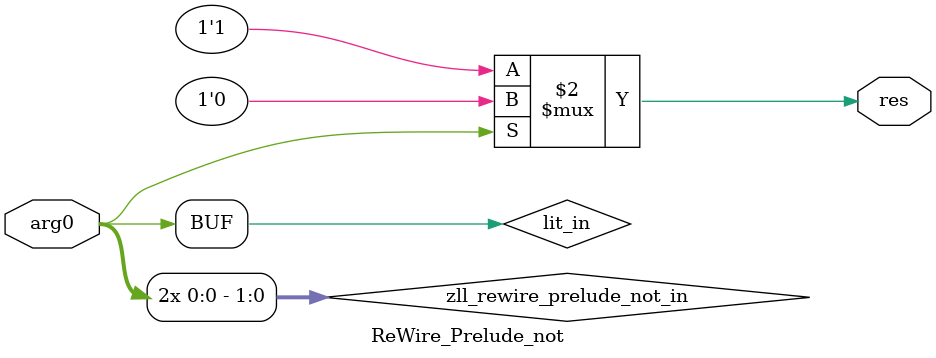
<source format=sv>
module top_level (input logic [127:0] __in0,
  input logic [127:0] __in1,
  output logic [127:0] __out0);
  logic [255:0] zll_main_multiplyfun1_in;
  logic [255:0] main_multiply_in;
  logic [255:0] zll_main_multiply1304_in;
  logic [255:0] zll_main_multiply1066_in;
  logic [255:0] zll_main_multiply1727_in;
  logic [383:0] zll_main_multiply459_in;
  logic [127:0] id_in;
  logic [384:0] zll_main_multiply1476_in;
  logic [127:0] id_inR1;
  logic [128:0] zll_main_multiply1792_in;
  logic [127:0] zll_main_multiply1792_out;
  logic [256:0] zll_main_multiply1788_in;
  logic [127:0] zll_main_multiply1788_out;
  logic [383:0] zll_main_multiply939_in;
  logic [127:0] id_inR2;
  logic [0:0] rewire_prelude_not_in;
  logic [0:0] rewire_prelude_not_out;
  logic [128:0] zll_main_multiply1785_in;
  logic [127:0] zll_main_multiply1785_out;
  logic [383:0] zll_main_multiply62_in;
  logic [127:0] id_inR3;
  logic [384:0] zll_main_multiply1570_in;
  logic [127:0] id_inR4;
  logic [128:0] zll_main_multiply1792_inR1;
  logic [127:0] zll_main_multiply1792_outR1;
  logic [256:0] zll_main_multiply1749_in;
  logic [127:0] zll_main_multiply1749_out;
  logic [383:0] zll_main_multiply637_in;
  logic [127:0] id_inR5;
  logic [0:0] rewire_prelude_not_inR1;
  logic [0:0] rewire_prelude_not_outR1;
  logic [128:0] zll_main_multiply1785_inR1;
  logic [127:0] zll_main_multiply1785_outR1;
  logic [383:0] zll_main_multiply1342_in;
  logic [127:0] id_inR6;
  logic [384:0] zll_main_multiply811_in;
  logic [127:0] id_inR7;
  logic [128:0] zll_main_multiply1792_inR2;
  logic [127:0] zll_main_multiply1792_outR2;
  logic [256:0] zll_main_multiply1788_inR1;
  logic [127:0] zll_main_multiply1788_outR1;
  logic [383:0] zll_main_multiply681_in;
  logic [127:0] id_inR8;
  logic [0:0] rewire_prelude_not_inR2;
  logic [0:0] rewire_prelude_not_outR2;
  logic [128:0] zll_main_multiply1785_inR2;
  logic [127:0] zll_main_multiply1785_outR2;
  logic [383:0] zll_main_multiply1772_in;
  logic [127:0] id_inR9;
  logic [384:0] zll_main_multiply322_in;
  logic [127:0] id_inR10;
  logic [128:0] zll_main_multiply1792_inR3;
  logic [127:0] zll_main_multiply1792_outR3;
  logic [256:0] zll_main_multiply1788_inR2;
  logic [127:0] zll_main_multiply1788_outR2;
  logic [383:0] zll_main_multiply864_in;
  logic [127:0] id_inR11;
  logic [0:0] rewire_prelude_not_inR3;
  logic [0:0] rewire_prelude_not_outR3;
  logic [128:0] zll_main_multiply1785_inR3;
  logic [127:0] zll_main_multiply1785_outR3;
  logic [383:0] zll_main_multiply516_in;
  logic [127:0] id_inR12;
  logic [384:0] zll_main_multiply1041_in;
  logic [127:0] id_inR13;
  logic [128:0] zll_main_multiply1792_inR4;
  logic [127:0] zll_main_multiply1792_outR4;
  logic [256:0] zll_main_multiply1749_inR1;
  logic [127:0] zll_main_multiply1749_outR1;
  logic [383:0] zll_main_multiply1038_in;
  logic [127:0] id_inR14;
  logic [0:0] rewire_prelude_not_inR4;
  logic [0:0] rewire_prelude_not_outR4;
  logic [128:0] zll_main_multiply1785_inR4;
  logic [127:0] zll_main_multiply1785_outR4;
  logic [383:0] zll_main_multiply151_in;
  logic [127:0] id_inR15;
  logic [384:0] zll_main_multiply909_in;
  logic [127:0] id_inR16;
  logic [128:0] zll_main_multiply1792_inR5;
  logic [127:0] zll_main_multiply1792_outR5;
  logic [256:0] zll_main_multiply1788_inR3;
  logic [127:0] zll_main_multiply1788_outR3;
  logic [383:0] zll_main_multiply1491_in;
  logic [127:0] id_inR17;
  logic [0:0] rewire_prelude_not_inR5;
  logic [0:0] rewire_prelude_not_outR5;
  logic [128:0] zll_main_multiply1785_inR5;
  logic [127:0] zll_main_multiply1785_outR5;
  logic [383:0] zll_main_multiply628_in;
  logic [127:0] id_inR18;
  logic [384:0] zll_main_multiply1395_in;
  logic [127:0] id_inR19;
  logic [128:0] zll_main_multiply1792_inR6;
  logic [127:0] zll_main_multiply1792_outR6;
  logic [256:0] zll_main_multiply1788_inR4;
  logic [127:0] zll_main_multiply1788_outR4;
  logic [383:0] zll_main_multiply305_in;
  logic [127:0] id_inR20;
  logic [0:0] rewire_prelude_not_inR6;
  logic [0:0] rewire_prelude_not_outR6;
  logic [128:0] zll_main_multiply1785_inR6;
  logic [127:0] zll_main_multiply1785_outR6;
  logic [383:0] zll_main_multiply667_in;
  logic [127:0] id_inR21;
  logic [384:0] zll_main_multiply218_in;
  logic [127:0] id_inR22;
  logic [128:0] zll_main_multiply1792_inR7;
  logic [127:0] zll_main_multiply1792_outR7;
  logic [256:0] zll_main_multiply1749_inR2;
  logic [127:0] zll_main_multiply1749_outR2;
  logic [383:0] zll_main_multiply97_in;
  logic [127:0] id_inR23;
  logic [0:0] rewire_prelude_not_inR7;
  logic [0:0] rewire_prelude_not_outR7;
  logic [128:0] zll_main_multiply1785_inR7;
  logic [127:0] zll_main_multiply1785_outR7;
  logic [383:0] zll_main_multiply202_in;
  logic [127:0] id_inR24;
  logic [384:0] zll_main_multiply143_in;
  logic [127:0] id_inR25;
  logic [128:0] zll_main_multiply1792_inR8;
  logic [127:0] zll_main_multiply1792_outR8;
  logic [256:0] zll_main_multiply1788_inR5;
  logic [127:0] zll_main_multiply1788_outR5;
  logic [383:0] zll_main_multiply1630_in;
  logic [127:0] id_inR26;
  logic [0:0] rewire_prelude_not_inR8;
  logic [0:0] rewire_prelude_not_outR8;
  logic [128:0] zll_main_multiply1785_inR8;
  logic [127:0] zll_main_multiply1785_outR8;
  logic [383:0] zll_main_multiply1766_in;
  logic [127:0] id_inR27;
  logic [384:0] zll_main_multiply918_in;
  logic [127:0] id_inR28;
  logic [128:0] zll_main_multiply1792_inR9;
  logic [127:0] zll_main_multiply1792_outR9;
  logic [256:0] zll_main_multiply1788_inR6;
  logic [127:0] zll_main_multiply1788_outR6;
  logic [383:0] zll_main_multiply978_in;
  logic [127:0] id_inR29;
  logic [0:0] rewire_prelude_not_inR9;
  logic [0:0] rewire_prelude_not_outR9;
  logic [128:0] zll_main_multiply1785_inR9;
  logic [127:0] zll_main_multiply1785_outR9;
  logic [383:0] zll_main_multiply497_in;
  logic [127:0] id_inR30;
  logic [384:0] zll_main_multiply617_in;
  logic [127:0] id_inR31;
  logic [128:0] zll_main_multiply1792_inR10;
  logic [127:0] zll_main_multiply1792_outR10;
  logic [256:0] zll_main_multiply1749_inR3;
  logic [127:0] zll_main_multiply1749_outR3;
  logic [383:0] zll_main_multiply1473_in;
  logic [127:0] id_inR32;
  logic [0:0] rewire_prelude_not_inR10;
  logic [0:0] rewire_prelude_not_outR10;
  logic [128:0] zll_main_multiply1785_inR10;
  logic [127:0] zll_main_multiply1785_outR10;
  logic [383:0] zll_main_multiply1206_in;
  logic [127:0] id_inR33;
  logic [384:0] zll_main_multiply158_in;
  logic [127:0] id_inR34;
  logic [128:0] zll_main_multiply1792_inR11;
  logic [127:0] zll_main_multiply1792_outR11;
  logic [256:0] zll_main_multiply1749_inR4;
  logic [127:0] zll_main_multiply1749_outR4;
  logic [383:0] zll_main_multiply769_in;
  logic [127:0] id_inR35;
  logic [0:0] rewire_prelude_not_inR11;
  logic [0:0] rewire_prelude_not_outR11;
  logic [128:0] zll_main_multiply1785_inR11;
  logic [127:0] zll_main_multiply1785_outR11;
  logic [383:0] zll_main_multiply730_in;
  logic [127:0] id_inR36;
  logic [384:0] zll_main_multiply1089_in;
  logic [127:0] id_inR37;
  logic [128:0] zll_main_multiply1792_inR12;
  logic [127:0] zll_main_multiply1792_outR12;
  logic [256:0] zll_main_multiply1749_inR5;
  logic [127:0] zll_main_multiply1749_outR5;
  logic [383:0] zll_main_multiply871_in;
  logic [127:0] id_inR38;
  logic [0:0] rewire_prelude_not_inR12;
  logic [0:0] rewire_prelude_not_outR12;
  logic [128:0] zll_main_multiply1785_inR12;
  logic [127:0] zll_main_multiply1785_outR12;
  logic [383:0] zll_main_multiply279_in;
  logic [127:0] id_inR39;
  logic [384:0] zll_main_multiply39_in;
  logic [127:0] id_inR40;
  logic [128:0] zll_main_multiply1792_inR13;
  logic [127:0] zll_main_multiply1792_outR13;
  logic [256:0] zll_main_multiply1749_inR6;
  logic [127:0] zll_main_multiply1749_outR6;
  logic [383:0] zll_main_multiply1691_in;
  logic [127:0] id_inR41;
  logic [0:0] rewire_prelude_not_inR13;
  logic [0:0] rewire_prelude_not_outR13;
  logic [128:0] zll_main_multiply1785_inR13;
  logic [127:0] zll_main_multiply1785_outR13;
  logic [383:0] zll_main_multiply1282_in;
  logic [127:0] id_inR42;
  logic [384:0] zll_main_multiply110_in;
  logic [127:0] id_inR43;
  logic [128:0] zll_main_multiply1792_inR14;
  logic [127:0] zll_main_multiply1792_outR14;
  logic [256:0] zll_main_multiply1749_inR7;
  logic [127:0] zll_main_multiply1749_outR7;
  logic [383:0] zll_main_multiply282_in;
  logic [127:0] id_inR44;
  logic [0:0] rewire_prelude_not_inR14;
  logic [0:0] rewire_prelude_not_outR14;
  logic [128:0] zll_main_multiply1785_inR14;
  logic [127:0] zll_main_multiply1785_outR14;
  logic [383:0] zll_main_multiply71_in;
  logic [127:0] id_inR45;
  logic [384:0] zll_main_multiply1176_in;
  logic [127:0] id_inR46;
  logic [128:0] zll_main_multiply1792_inR15;
  logic [127:0] zll_main_multiply1792_outR15;
  logic [256:0] zll_main_multiply1788_inR7;
  logic [127:0] zll_main_multiply1788_outR7;
  logic [383:0] zll_main_multiply910_in;
  logic [127:0] id_inR47;
  logic [0:0] rewire_prelude_not_inR15;
  logic [0:0] rewire_prelude_not_outR15;
  logic [128:0] zll_main_multiply1785_inR15;
  logic [127:0] zll_main_multiply1785_outR15;
  logic [383:0] zll_main_multiply1165_in;
  logic [127:0] id_inR48;
  logic [384:0] zll_main_multiply168_in;
  logic [127:0] id_inR49;
  logic [128:0] zll_main_multiply1792_inR16;
  logic [127:0] zll_main_multiply1792_outR16;
  logic [256:0] zll_main_multiply1788_inR8;
  logic [127:0] zll_main_multiply1788_outR8;
  logic [383:0] zll_main_multiply195_in;
  logic [127:0] id_inR50;
  logic [0:0] rewire_prelude_not_inR16;
  logic [0:0] rewire_prelude_not_outR16;
  logic [128:0] zll_main_multiply1785_inR16;
  logic [127:0] zll_main_multiply1785_outR16;
  logic [383:0] zll_main_multiply750_in;
  logic [127:0] id_inR51;
  logic [384:0] zll_main_multiply196_in;
  logic [127:0] id_inR52;
  logic [128:0] zll_main_multiply1792_inR17;
  logic [127:0] zll_main_multiply1792_outR17;
  logic [256:0] zll_main_multiply1788_inR9;
  logic [127:0] zll_main_multiply1788_outR9;
  logic [383:0] zll_main_multiply765_in;
  logic [127:0] id_inR53;
  logic [0:0] rewire_prelude_not_inR17;
  logic [0:0] rewire_prelude_not_outR17;
  logic [128:0] zll_main_multiply1785_inR17;
  logic [127:0] zll_main_multiply1785_outR17;
  logic [383:0] zll_main_multiply851_in;
  logic [127:0] id_inR54;
  logic [384:0] zll_main_multiply831_in;
  logic [127:0] id_inR55;
  logic [128:0] zll_main_multiply1792_inR18;
  logic [127:0] zll_main_multiply1792_outR18;
  logic [256:0] zll_main_multiply1788_inR10;
  logic [127:0] zll_main_multiply1788_outR10;
  logic [383:0] zll_main_multiply1107_in;
  logic [127:0] id_inR56;
  logic [0:0] rewire_prelude_not_inR18;
  logic [0:0] rewire_prelude_not_outR18;
  logic [128:0] zll_main_multiply1785_inR18;
  logic [127:0] zll_main_multiply1785_outR18;
  logic [383:0] zll_main_multiply29_in;
  logic [127:0] id_inR57;
  logic [384:0] zll_main_multiply964_in;
  logic [127:0] id_inR58;
  logic [128:0] zll_main_multiply1792_inR19;
  logic [127:0] zll_main_multiply1792_outR19;
  logic [256:0] zll_main_multiply1788_inR11;
  logic [127:0] zll_main_multiply1788_outR11;
  logic [383:0] zll_main_multiply1345_in;
  logic [127:0] id_inR59;
  logic [0:0] rewire_prelude_not_inR19;
  logic [0:0] rewire_prelude_not_outR19;
  logic [128:0] zll_main_multiply1785_inR19;
  logic [127:0] zll_main_multiply1785_outR19;
  logic [383:0] zll_main_multiply390_in;
  logic [127:0] id_inR60;
  logic [384:0] zll_main_multiply1076_in;
  logic [127:0] id_inR61;
  logic [128:0] zll_main_multiply1792_inR20;
  logic [127:0] zll_main_multiply1792_outR20;
  logic [256:0] zll_main_multiply1749_inR8;
  logic [127:0] zll_main_multiply1749_outR8;
  logic [383:0] zll_main_multiply687_in;
  logic [127:0] id_inR62;
  logic [0:0] rewire_prelude_not_inR20;
  logic [0:0] rewire_prelude_not_outR20;
  logic [128:0] zll_main_multiply1785_inR20;
  logic [127:0] zll_main_multiply1785_outR20;
  logic [383:0] zll_main_multiply138_in;
  logic [127:0] id_inR63;
  logic [384:0] zll_main_multiply1411_in;
  logic [127:0] id_inR64;
  logic [128:0] zll_main_multiply1792_inR21;
  logic [127:0] zll_main_multiply1792_outR21;
  logic [256:0] zll_main_multiply1788_inR12;
  logic [127:0] zll_main_multiply1788_outR12;
  logic [383:0] zll_main_multiply101_in;
  logic [127:0] id_inR65;
  logic [0:0] rewire_prelude_not_inR21;
  logic [0:0] rewire_prelude_not_outR21;
  logic [128:0] zll_main_multiply1785_inR21;
  logic [127:0] zll_main_multiply1785_outR21;
  logic [383:0] zll_main_multiply686_in;
  logic [127:0] id_inR66;
  logic [384:0] zll_main_multiply1013_in;
  logic [127:0] id_inR67;
  logic [128:0] zll_main_multiply1792_inR22;
  logic [127:0] zll_main_multiply1792_outR22;
  logic [256:0] zll_main_multiply1788_inR13;
  logic [127:0] zll_main_multiply1788_outR13;
  logic [383:0] zll_main_multiply1487_in;
  logic [127:0] id_inR68;
  logic [0:0] rewire_prelude_not_inR22;
  logic [0:0] rewire_prelude_not_outR22;
  logic [128:0] zll_main_multiply1785_inR22;
  logic [127:0] zll_main_multiply1785_outR22;
  logic [383:0] zll_main_multiply178_in;
  logic [127:0] id_inR69;
  logic [384:0] zll_main_multiply952_in;
  logic [127:0] id_inR70;
  logic [128:0] zll_main_multiply1792_inR23;
  logic [127:0] zll_main_multiply1792_outR23;
  logic [256:0] zll_main_multiply1749_inR9;
  logic [127:0] zll_main_multiply1749_outR9;
  logic [383:0] zll_main_multiply148_in;
  logic [127:0] id_inR71;
  logic [0:0] rewire_prelude_not_inR23;
  logic [0:0] rewire_prelude_not_outR23;
  logic [128:0] zll_main_multiply1785_inR23;
  logic [127:0] zll_main_multiply1785_outR23;
  logic [383:0] zll_main_multiply485_in;
  logic [127:0] id_inR72;
  logic [384:0] zll_main_multiply1592_in;
  logic [127:0] id_inR73;
  logic [128:0] zll_main_multiply1792_inR24;
  logic [127:0] zll_main_multiply1792_outR24;
  logic [256:0] zll_main_multiply1788_inR14;
  logic [127:0] zll_main_multiply1788_outR14;
  logic [383:0] zll_main_multiply879_in;
  logic [127:0] id_inR74;
  logic [0:0] rewire_prelude_not_inR24;
  logic [0:0] rewire_prelude_not_outR24;
  logic [128:0] zll_main_multiply1785_inR24;
  logic [127:0] zll_main_multiply1785_outR24;
  logic [383:0] zll_main_multiply1327_in;
  logic [127:0] id_inR75;
  logic [384:0] zll_main_multiply724_in;
  logic [127:0] id_inR76;
  logic [128:0] zll_main_multiply1792_inR25;
  logic [127:0] zll_main_multiply1792_outR25;
  logic [256:0] zll_main_multiply1749_inR10;
  logic [127:0] zll_main_multiply1749_outR10;
  logic [383:0] zll_main_multiply904_in;
  logic [127:0] id_inR77;
  logic [0:0] rewire_prelude_not_inR25;
  logic [0:0] rewire_prelude_not_outR25;
  logic [128:0] zll_main_multiply1785_inR25;
  logic [127:0] zll_main_multiply1785_outR25;
  logic [383:0] zll_main_multiply705_in;
  logic [127:0] id_inR78;
  logic [384:0] zll_main_multiply627_in;
  logic [127:0] id_inR79;
  logic [128:0] zll_main_multiply1792_inR26;
  logic [127:0] zll_main_multiply1792_outR26;
  logic [256:0] zll_main_multiply1788_inR15;
  logic [127:0] zll_main_multiply1788_outR15;
  logic [383:0] zll_main_multiply847_in;
  logic [127:0] id_inR80;
  logic [0:0] rewire_prelude_not_inR26;
  logic [0:0] rewire_prelude_not_outR26;
  logic [128:0] zll_main_multiply1785_inR26;
  logic [127:0] zll_main_multiply1785_outR26;
  logic [383:0] zll_main_multiply560_in;
  logic [127:0] id_inR81;
  logic [384:0] zll_main_multiply901_in;
  logic [127:0] id_inR82;
  logic [128:0] zll_main_multiply1792_inR27;
  logic [127:0] zll_main_multiply1792_outR27;
  logic [256:0] zll_main_multiply1788_inR16;
  logic [127:0] zll_main_multiply1788_outR16;
  logic [383:0] zll_main_multiply420_in;
  logic [127:0] id_inR83;
  logic [0:0] rewire_prelude_not_inR27;
  logic [0:0] rewire_prelude_not_outR27;
  logic [128:0] zll_main_multiply1785_inR27;
  logic [127:0] zll_main_multiply1785_outR27;
  logic [383:0] zll_main_multiply291_in;
  logic [127:0] id_inR84;
  logic [384:0] zll_main_multiply185_in;
  logic [127:0] id_inR85;
  logic [128:0] zll_main_multiply1792_inR28;
  logic [127:0] zll_main_multiply1792_outR28;
  logic [256:0] zll_main_multiply1788_inR17;
  logic [127:0] zll_main_multiply1788_outR17;
  logic [383:0] zll_main_multiply749_in;
  logic [127:0] id_inR86;
  logic [0:0] rewire_prelude_not_inR28;
  logic [0:0] rewire_prelude_not_outR28;
  logic [128:0] zll_main_multiply1785_inR28;
  logic [127:0] zll_main_multiply1785_outR28;
  logic [383:0] zll_main_multiply810_in;
  logic [127:0] id_inR87;
  logic [384:0] zll_main_multiply154_in;
  logic [127:0] id_inR88;
  logic [128:0] zll_main_multiply1792_inR29;
  logic [127:0] zll_main_multiply1792_outR29;
  logic [256:0] zll_main_multiply1749_inR11;
  logic [127:0] zll_main_multiply1749_outR11;
  logic [383:0] zll_main_multiply1542_in;
  logic [127:0] id_inR89;
  logic [0:0] rewire_prelude_not_inR29;
  logic [0:0] rewire_prelude_not_outR29;
  logic [128:0] zll_main_multiply1785_inR29;
  logic [127:0] zll_main_multiply1785_outR29;
  logic [383:0] zll_main_multiply1173_in;
  logic [127:0] id_inR90;
  logic [384:0] zll_main_multiply512_in;
  logic [127:0] id_inR91;
  logic [128:0] zll_main_multiply1792_inR30;
  logic [127:0] zll_main_multiply1792_outR30;
  logic [256:0] zll_main_multiply1788_inR18;
  logic [127:0] zll_main_multiply1788_outR18;
  logic [383:0] zll_main_multiply66_in;
  logic [127:0] id_inR92;
  logic [0:0] rewire_prelude_not_inR30;
  logic [0:0] rewire_prelude_not_outR30;
  logic [128:0] zll_main_multiply1785_inR30;
  logic [127:0] zll_main_multiply1785_outR30;
  logic [383:0] zll_main_multiply1574_in;
  logic [127:0] id_inR93;
  logic [384:0] zll_main_multiply550_in;
  logic [127:0] id_inR94;
  logic [128:0] zll_main_multiply1792_inR31;
  logic [127:0] zll_main_multiply1792_outR31;
  logic [256:0] zll_main_multiply1788_inR19;
  logic [127:0] zll_main_multiply1788_outR19;
  logic [383:0] zll_main_multiply1392_in;
  logic [127:0] id_inR95;
  logic [0:0] rewire_prelude_not_inR31;
  logic [0:0] rewire_prelude_not_outR31;
  logic [128:0] zll_main_multiply1785_inR31;
  logic [127:0] zll_main_multiply1785_outR31;
  logic [383:0] zll_main_multiply450_in;
  logic [127:0] id_inR96;
  logic [384:0] zll_main_multiply193_in;
  logic [127:0] id_inR97;
  logic [128:0] zll_main_multiply1792_inR32;
  logic [127:0] zll_main_multiply1792_outR32;
  logic [256:0] zll_main_multiply1788_inR20;
  logic [127:0] zll_main_multiply1788_outR20;
  logic [383:0] zll_main_multiply633_in;
  logic [127:0] id_inR98;
  logic [0:0] rewire_prelude_not_inR32;
  logic [0:0] rewire_prelude_not_outR32;
  logic [128:0] zll_main_multiply1785_inR32;
  logic [127:0] zll_main_multiply1785_outR32;
  logic [383:0] zll_main_multiply1596_in;
  logic [127:0] id_inR99;
  logic [384:0] zll_main_multiply315_in;
  logic [127:0] id_inR100;
  logic [128:0] zll_main_multiply1792_inR33;
  logic [127:0] zll_main_multiply1792_outR33;
  logic [256:0] zll_main_multiply1749_inR12;
  logic [127:0] zll_main_multiply1749_outR12;
  logic [383:0] zll_main_multiply165_in;
  logic [127:0] id_inR101;
  logic [0:0] rewire_prelude_not_inR33;
  logic [0:0] rewire_prelude_not_outR33;
  logic [128:0] zll_main_multiply1785_inR33;
  logic [127:0] zll_main_multiply1785_outR33;
  logic [383:0] zll_main_multiply934_in;
  logic [127:0] id_inR102;
  logic [384:0] zll_main_multiply738_in;
  logic [127:0] id_inR103;
  logic [128:0] zll_main_multiply1792_inR34;
  logic [127:0] zll_main_multiply1792_outR34;
  logic [256:0] zll_main_multiply1788_inR21;
  logic [127:0] zll_main_multiply1788_outR21;
  logic [383:0] zll_main_multiply278_in;
  logic [127:0] id_inR104;
  logic [0:0] rewire_prelude_not_inR34;
  logic [0:0] rewire_prelude_not_outR34;
  logic [128:0] zll_main_multiply1785_inR34;
  logic [127:0] zll_main_multiply1785_outR34;
  logic [383:0] zll_main_multiply271_in;
  logic [127:0] id_inR105;
  logic [384:0] zll_main_multiply1331_in;
  logic [127:0] id_inR106;
  logic [128:0] zll_main_multiply1792_inR35;
  logic [127:0] zll_main_multiply1792_outR35;
  logic [256:0] zll_main_multiply1788_inR22;
  logic [127:0] zll_main_multiply1788_outR22;
  logic [383:0] zll_main_multiply993_in;
  logic [127:0] id_inR107;
  logic [0:0] rewire_prelude_not_inR35;
  logic [0:0] rewire_prelude_not_outR35;
  logic [128:0] zll_main_multiply1785_inR35;
  logic [127:0] zll_main_multiply1785_outR35;
  logic [383:0] zll_main_multiply1389_in;
  logic [127:0] id_inR108;
  logic [384:0] zll_main_multiply1343_in;
  logic [127:0] id_inR109;
  logic [128:0] zll_main_multiply1792_inR36;
  logic [127:0] zll_main_multiply1792_outR36;
  logic [256:0] zll_main_multiply1749_inR13;
  logic [127:0] zll_main_multiply1749_outR13;
  logic [383:0] zll_main_multiply873_in;
  logic [127:0] id_inR110;
  logic [0:0] rewire_prelude_not_inR36;
  logic [0:0] rewire_prelude_not_outR36;
  logic [128:0] zll_main_multiply1785_inR36;
  logic [127:0] zll_main_multiply1785_outR36;
  logic [383:0] zll_main_multiply1626_in;
  logic [127:0] id_inR111;
  logic [384:0] zll_main_multiply350_in;
  logic [127:0] id_inR112;
  logic [128:0] zll_main_multiply1792_inR37;
  logic [127:0] zll_main_multiply1792_outR37;
  logic [256:0] zll_main_multiply1749_inR14;
  logic [127:0] zll_main_multiply1749_outR14;
  logic [383:0] zll_main_multiply421_in;
  logic [127:0] id_inR113;
  logic [0:0] rewire_prelude_not_inR37;
  logic [0:0] rewire_prelude_not_outR37;
  logic [128:0] zll_main_multiply1785_inR37;
  logic [127:0] zll_main_multiply1785_outR37;
  logic [383:0] zll_main_multiply556_in;
  logic [127:0] id_inR114;
  logic [384:0] zll_main_multiply1036_in;
  logic [127:0] id_inR115;
  logic [128:0] zll_main_multiply1792_inR38;
  logic [127:0] zll_main_multiply1792_outR38;
  logic [256:0] zll_main_multiply1749_inR15;
  logic [127:0] zll_main_multiply1749_outR15;
  logic [383:0] zll_main_multiply22_in;
  logic [127:0] id_inR116;
  logic [0:0] rewire_prelude_not_inR38;
  logic [0:0] rewire_prelude_not_outR38;
  logic [128:0] zll_main_multiply1785_inR38;
  logic [127:0] zll_main_multiply1785_outR38;
  logic [383:0] zll_main_multiply905_in;
  logic [127:0] id_inR117;
  logic [384:0] zll_main_multiply1518_in;
  logic [127:0] id_inR118;
  logic [128:0] zll_main_multiply1792_inR39;
  logic [127:0] zll_main_multiply1792_outR39;
  logic [256:0] zll_main_multiply1749_inR16;
  logic [127:0] zll_main_multiply1749_outR16;
  logic [383:0] zll_main_multiply403_in;
  logic [127:0] id_inR119;
  logic [0:0] rewire_prelude_not_inR39;
  logic [0:0] rewire_prelude_not_outR39;
  logic [128:0] zll_main_multiply1785_inR39;
  logic [127:0] zll_main_multiply1785_outR39;
  logic [383:0] zll_main_multiply644_in;
  logic [127:0] id_inR120;
  logic [384:0] zll_main_multiply431_in;
  logic [127:0] id_inR121;
  logic [128:0] zll_main_multiply1792_inR40;
  logic [127:0] zll_main_multiply1792_outR40;
  logic [256:0] zll_main_multiply1749_inR17;
  logic [127:0] zll_main_multiply1749_outR17;
  logic [383:0] zll_main_multiply256_in;
  logic [127:0] id_inR122;
  logic [0:0] rewire_prelude_not_inR40;
  logic [0:0] rewire_prelude_not_outR40;
  logic [128:0] zll_main_multiply1785_inR40;
  logic [127:0] zll_main_multiply1785_outR40;
  logic [383:0] zll_main_multiply198_in;
  logic [127:0] id_inR123;
  logic [384:0] zll_main_multiply846_in;
  logic [127:0] id_inR124;
  logic [128:0] zll_main_multiply1792_inR41;
  logic [127:0] zll_main_multiply1792_outR41;
  logic [256:0] zll_main_multiply1749_inR18;
  logic [127:0] zll_main_multiply1749_outR18;
  logic [383:0] zll_main_multiply25_in;
  logic [127:0] id_inR125;
  logic [0:0] rewire_prelude_not_inR41;
  logic [0:0] rewire_prelude_not_outR41;
  logic [128:0] zll_main_multiply1785_inR41;
  logic [127:0] zll_main_multiply1785_outR41;
  logic [383:0] zll_main_multiply381_in;
  logic [127:0] id_inR126;
  logic [384:0] zll_main_multiply285_in;
  logic [127:0] id_inR127;
  logic [128:0] zll_main_multiply1792_inR42;
  logic [127:0] zll_main_multiply1792_outR42;
  logic [256:0] zll_main_multiply1788_inR23;
  logic [127:0] zll_main_multiply1788_outR23;
  logic [383:0] zll_main_multiply1355_in;
  logic [127:0] id_inR128;
  logic [0:0] rewire_prelude_not_inR42;
  logic [0:0] rewire_prelude_not_outR42;
  logic [128:0] zll_main_multiply1785_inR42;
  logic [127:0] zll_main_multiply1785_outR42;
  logic [383:0] zll_main_multiply1141_in;
  logic [127:0] id_inR129;
  logic [384:0] zll_main_multiply188_in;
  logic [127:0] id_inR130;
  logic [128:0] zll_main_multiply1792_inR43;
  logic [127:0] zll_main_multiply1792_outR43;
  logic [256:0] zll_main_multiply1788_inR24;
  logic [127:0] zll_main_multiply1788_outR24;
  logic [383:0] zll_main_multiply558_in;
  logic [127:0] id_inR131;
  logic [0:0] rewire_prelude_not_inR43;
  logic [0:0] rewire_prelude_not_outR43;
  logic [128:0] zll_main_multiply1785_inR43;
  logic [127:0] zll_main_multiply1785_outR43;
  logic [383:0] zll_main_multiply706_in;
  logic [127:0] id_inR132;
  logic [384:0] zll_main_multiply323_in;
  logic [127:0] id_inR133;
  logic [128:0] zll_main_multiply1792_inR44;
  logic [127:0] zll_main_multiply1792_outR44;
  logic [256:0] zll_main_multiply1749_inR19;
  logic [127:0] zll_main_multiply1749_outR19;
  logic [383:0] zll_main_multiply1675_in;
  logic [127:0] id_inR134;
  logic [0:0] rewire_prelude_not_inR44;
  logic [0:0] rewire_prelude_not_outR44;
  logic [128:0] zll_main_multiply1785_inR44;
  logic [127:0] zll_main_multiply1785_outR44;
  logic [383:0] zll_main_multiply863_in;
  logic [127:0] id_inR135;
  logic [384:0] zll_main_multiply1246_in;
  logic [127:0] id_inR136;
  logic [128:0] zll_main_multiply1792_inR45;
  logic [127:0] zll_main_multiply1792_outR45;
  logic [256:0] zll_main_multiply1749_inR20;
  logic [127:0] zll_main_multiply1749_outR20;
  logic [383:0] zll_main_multiply190_in;
  logic [127:0] id_inR137;
  logic [0:0] rewire_prelude_not_inR45;
  logic [0:0] rewire_prelude_not_outR45;
  logic [128:0] zll_main_multiply1785_inR45;
  logic [127:0] zll_main_multiply1785_outR45;
  logic [383:0] zll_main_multiply7_in;
  logic [127:0] id_inR138;
  logic [384:0] zll_main_multiply1112_in;
  logic [127:0] id_inR139;
  logic [128:0] zll_main_multiply1792_inR46;
  logic [127:0] zll_main_multiply1792_outR46;
  logic [256:0] zll_main_multiply1749_inR21;
  logic [127:0] zll_main_multiply1749_outR21;
  logic [383:0] zll_main_multiply906_in;
  logic [127:0] id_inR140;
  logic [0:0] rewire_prelude_not_inR46;
  logic [0:0] rewire_prelude_not_outR46;
  logic [128:0] zll_main_multiply1785_inR46;
  logic [127:0] zll_main_multiply1785_outR46;
  logic [383:0] zll_main_multiply865_in;
  logic [127:0] id_inR141;
  logic [384:0] zll_main_multiply1034_in;
  logic [127:0] id_inR142;
  logic [128:0] zll_main_multiply1792_inR47;
  logic [127:0] zll_main_multiply1792_outR47;
  logic [256:0] zll_main_multiply1788_inR25;
  logic [127:0] zll_main_multiply1788_outR25;
  logic [383:0] zll_main_multiply1238_in;
  logic [127:0] id_inR143;
  logic [0:0] rewire_prelude_not_inR47;
  logic [0:0] rewire_prelude_not_outR47;
  logic [128:0] zll_main_multiply1785_inR47;
  logic [127:0] zll_main_multiply1785_outR47;
  logic [383:0] zll_main_multiply1103_in;
  logic [127:0] id_inR144;
  logic [384:0] zll_main_multiply413_in;
  logic [127:0] id_inR145;
  logic [128:0] zll_main_multiply1792_inR48;
  logic [127:0] zll_main_multiply1792_outR48;
  logic [256:0] zll_main_multiply1749_inR22;
  logic [127:0] zll_main_multiply1749_outR22;
  logic [383:0] zll_main_multiply1177_in;
  logic [127:0] id_inR146;
  logic [0:0] rewire_prelude_not_inR48;
  logic [0:0] rewire_prelude_not_outR48;
  logic [128:0] zll_main_multiply1785_inR48;
  logic [127:0] zll_main_multiply1785_outR48;
  logic [383:0] zll_main_multiply716_in;
  logic [127:0] id_inR147;
  logic [384:0] zll_main_multiply384_in;
  logic [127:0] id_inR148;
  logic [128:0] zll_main_multiply1792_inR49;
  logic [127:0] zll_main_multiply1792_outR49;
  logic [256:0] zll_main_multiply1749_inR23;
  logic [127:0] zll_main_multiply1749_outR23;
  logic [383:0] zll_main_multiply267_in;
  logic [127:0] id_inR149;
  logic [0:0] rewire_prelude_not_inR49;
  logic [0:0] rewire_prelude_not_outR49;
  logic [128:0] zll_main_multiply1785_inR49;
  logic [127:0] zll_main_multiply1785_outR49;
  logic [383:0] zll_main_multiply72_in;
  logic [127:0] id_inR150;
  logic [384:0] zll_main_multiply928_in;
  logic [127:0] id_inR151;
  logic [128:0] zll_main_multiply1792_inR50;
  logic [127:0] zll_main_multiply1792_outR50;
  logic [256:0] zll_main_multiply1788_inR26;
  logic [127:0] zll_main_multiply1788_outR26;
  logic [383:0] zll_main_multiply849_in;
  logic [127:0] id_inR152;
  logic [0:0] rewire_prelude_not_inR50;
  logic [0:0] rewire_prelude_not_outR50;
  logic [128:0] zll_main_multiply1785_inR50;
  logic [127:0] zll_main_multiply1785_outR50;
  logic [383:0] zll_main_multiply1488_in;
  logic [127:0] id_inR153;
  logic [384:0] zll_main_multiply996_in;
  logic [127:0] id_inR154;
  logic [128:0] zll_main_multiply1792_inR51;
  logic [127:0] zll_main_multiply1792_outR51;
  logic [256:0] zll_main_multiply1749_inR24;
  logic [127:0] zll_main_multiply1749_outR24;
  logic [383:0] zll_main_multiply287_in;
  logic [127:0] id_inR155;
  logic [0:0] rewire_prelude_not_inR51;
  logic [0:0] rewire_prelude_not_outR51;
  logic [128:0] zll_main_multiply1785_inR51;
  logic [127:0] zll_main_multiply1785_outR51;
  logic [383:0] zll_main_multiply1648_in;
  logic [127:0] id_inR156;
  logic [384:0] zll_main_multiply868_in;
  logic [127:0] id_inR157;
  logic [128:0] zll_main_multiply1792_inR52;
  logic [127:0] zll_main_multiply1792_outR52;
  logic [256:0] zll_main_multiply1749_inR25;
  logic [127:0] zll_main_multiply1749_outR25;
  logic [383:0] zll_main_multiply594_in;
  logic [127:0] id_inR158;
  logic [0:0] rewire_prelude_not_inR52;
  logic [0:0] rewire_prelude_not_outR52;
  logic [128:0] zll_main_multiply1785_inR52;
  logic [127:0] zll_main_multiply1785_outR52;
  logic [383:0] zll_main_multiply1745_in;
  logic [127:0] id_inR159;
  logic [384:0] zll_main_multiply976_in;
  logic [127:0] id_inR160;
  logic [128:0] zll_main_multiply1792_inR53;
  logic [127:0] zll_main_multiply1792_outR53;
  logic [256:0] zll_main_multiply1788_inR27;
  logic [127:0] zll_main_multiply1788_outR27;
  logic [383:0] zll_main_multiply436_in;
  logic [127:0] id_inR161;
  logic [0:0] rewire_prelude_not_inR53;
  logic [0:0] rewire_prelude_not_outR53;
  logic [128:0] zll_main_multiply1785_inR53;
  logic [127:0] zll_main_multiply1785_outR53;
  logic [383:0] zll_main_multiply260_in;
  logic [127:0] id_inR162;
  logic [384:0] zll_main_multiply1381_in;
  logic [127:0] id_inR163;
  logic [128:0] zll_main_multiply1792_inR54;
  logic [127:0] zll_main_multiply1792_outR54;
  logic [256:0] zll_main_multiply1788_inR28;
  logic [127:0] zll_main_multiply1788_outR28;
  logic [383:0] zll_main_multiply1598_in;
  logic [127:0] id_inR164;
  logic [0:0] rewire_prelude_not_inR54;
  logic [0:0] rewire_prelude_not_outR54;
  logic [128:0] zll_main_multiply1785_inR54;
  logic [127:0] zll_main_multiply1785_outR54;
  logic [383:0] zll_main_multiply1610_in;
  logic [127:0] id_inR165;
  logic [384:0] zll_main_multiply806_in;
  logic [127:0] id_inR166;
  logic [128:0] zll_main_multiply1792_inR55;
  logic [127:0] zll_main_multiply1792_outR55;
  logic [256:0] zll_main_multiply1788_inR29;
  logic [127:0] zll_main_multiply1788_outR29;
  logic [383:0] zll_main_multiply830_in;
  logic [127:0] id_inR167;
  logic [0:0] rewire_prelude_not_inR55;
  logic [0:0] rewire_prelude_not_outR55;
  logic [128:0] zll_main_multiply1785_inR55;
  logic [127:0] zll_main_multiply1785_outR55;
  logic [383:0] zll_main_multiply792_in;
  logic [127:0] id_inR168;
  logic [384:0] zll_main_multiply1584_in;
  logic [127:0] id_inR169;
  logic [128:0] zll_main_multiply1792_inR56;
  logic [127:0] zll_main_multiply1792_outR56;
  logic [256:0] zll_main_multiply1749_inR26;
  logic [127:0] zll_main_multiply1749_outR26;
  logic [383:0] zll_main_multiply14_in;
  logic [127:0] id_inR170;
  logic [0:0] rewire_prelude_not_inR56;
  logic [0:0] rewire_prelude_not_outR56;
  logic [128:0] zll_main_multiply1785_inR56;
  logic [127:0] zll_main_multiply1785_outR56;
  logic [383:0] zll_main_multiply1099_in;
  logic [127:0] id_inR171;
  logic [384:0] zll_main_multiply719_in;
  logic [127:0] id_inR172;
  logic [128:0] zll_main_multiply1792_inR57;
  logic [127:0] zll_main_multiply1792_outR57;
  logic [256:0] zll_main_multiply1749_inR27;
  logic [127:0] zll_main_multiply1749_outR27;
  logic [383:0] zll_main_multiply150_in;
  logic [127:0] id_inR173;
  logic [0:0] rewire_prelude_not_inR57;
  logic [0:0] rewire_prelude_not_outR57;
  logic [128:0] zll_main_multiply1785_inR57;
  logic [127:0] zll_main_multiply1785_outR57;
  logic [383:0] zll_main_multiply1791_in;
  logic [127:0] id_inR174;
  logic [384:0] zll_main_multiply472_in;
  logic [127:0] id_inR175;
  logic [128:0] zll_main_multiply1792_inR58;
  logic [127:0] zll_main_multiply1792_outR58;
  logic [256:0] zll_main_multiply1749_inR28;
  logic [127:0] zll_main_multiply1749_outR28;
  logic [383:0] zll_main_multiply1270_in;
  logic [127:0] id_inR176;
  logic [0:0] rewire_prelude_not_inR58;
  logic [0:0] rewire_prelude_not_outR58;
  logic [128:0] zll_main_multiply1785_inR58;
  logic [127:0] zll_main_multiply1785_outR58;
  logic [383:0] zll_main_multiply1207_in;
  logic [127:0] id_inR177;
  logic [384:0] zll_main_multiply1210_in;
  logic [127:0] id_inR178;
  logic [128:0] zll_main_multiply1792_inR59;
  logic [127:0] zll_main_multiply1792_outR59;
  logic [256:0] zll_main_multiply1788_inR30;
  logic [127:0] zll_main_multiply1788_outR30;
  logic [383:0] zll_main_multiply215_in;
  logic [127:0] id_inR179;
  logic [0:0] rewire_prelude_not_inR59;
  logic [0:0] rewire_prelude_not_outR59;
  logic [128:0] zll_main_multiply1785_inR59;
  logic [127:0] zll_main_multiply1785_outR59;
  logic [383:0] zll_main_multiply1202_in;
  logic [127:0] id_inR180;
  logic [384:0] zll_main_multiply28_in;
  logic [127:0] id_inR181;
  logic [128:0] zll_main_multiply1792_inR60;
  logic [127:0] zll_main_multiply1792_outR60;
  logic [256:0] zll_main_multiply1749_inR29;
  logic [127:0] zll_main_multiply1749_outR29;
  logic [383:0] zll_main_multiply9_in;
  logic [127:0] id_inR182;
  logic [0:0] rewire_prelude_not_inR60;
  logic [0:0] rewire_prelude_not_outR60;
  logic [128:0] zll_main_multiply1785_inR60;
  logic [127:0] zll_main_multiply1785_outR60;
  logic [383:0] zll_main_multiply1279_in;
  logic [127:0] id_inR183;
  logic [384:0] zll_main_multiply132_in;
  logic [127:0] id_inR184;
  logic [128:0] zll_main_multiply1792_inR61;
  logic [127:0] zll_main_multiply1792_outR61;
  logic [256:0] zll_main_multiply1749_inR30;
  logic [127:0] zll_main_multiply1749_outR30;
  logic [383:0] zll_main_multiply530_in;
  logic [127:0] id_inR185;
  logic [0:0] rewire_prelude_not_inR61;
  logic [0:0] rewire_prelude_not_outR61;
  logic [128:0] zll_main_multiply1785_inR61;
  logic [127:0] zll_main_multiply1785_outR61;
  logic [383:0] zll_main_multiply1445_in;
  logic [127:0] id_inR186;
  logic [384:0] zll_main_multiply1545_in;
  logic [127:0] id_inR187;
  logic [128:0] zll_main_multiply1792_inR62;
  logic [127:0] zll_main_multiply1792_outR62;
  logic [256:0] zll_main_multiply1788_inR31;
  logic [127:0] zll_main_multiply1788_outR31;
  logic [383:0] zll_main_multiply1517_in;
  logic [127:0] id_inR188;
  logic [0:0] rewire_prelude_not_inR62;
  logic [0:0] rewire_prelude_not_outR62;
  logic [128:0] zll_main_multiply1785_inR62;
  logic [127:0] zll_main_multiply1785_outR62;
  logic [383:0] zll_main_multiply326_in;
  logic [127:0] id_inR189;
  logic [384:0] zll_main_multiply1468_in;
  logic [127:0] id_inR190;
  logic [128:0] zll_main_multiply1792_inR63;
  logic [127:0] zll_main_multiply1792_outR63;
  logic [256:0] zll_main_multiply1788_inR32;
  logic [127:0] zll_main_multiply1788_outR32;
  logic [383:0] zll_main_multiply1693_in;
  logic [127:0] id_inR191;
  logic [0:0] rewire_prelude_not_inR63;
  logic [0:0] rewire_prelude_not_outR63;
  logic [128:0] zll_main_multiply1785_inR63;
  logic [127:0] zll_main_multiply1785_outR63;
  logic [383:0] zll_main_multiply284_in;
  logic [127:0] id_inR192;
  logic [384:0] zll_main_multiply1639_in;
  logic [127:0] id_inR193;
  logic [128:0] zll_main_multiply1792_inR64;
  logic [127:0] zll_main_multiply1792_outR64;
  logic [256:0] zll_main_multiply1788_inR33;
  logic [127:0] zll_main_multiply1788_outR33;
  logic [383:0] zll_main_multiply675_in;
  logic [127:0] id_inR194;
  logic [0:0] rewire_prelude_not_inR64;
  logic [0:0] rewire_prelude_not_outR64;
  logic [128:0] zll_main_multiply1785_inR64;
  logic [127:0] zll_main_multiply1785_outR64;
  logic [383:0] zll_main_multiply1633_in;
  logic [127:0] id_inR195;
  logic [384:0] zll_main_multiply1469_in;
  logic [127:0] id_inR196;
  logic [128:0] zll_main_multiply1792_inR65;
  logic [127:0] zll_main_multiply1792_outR65;
  logic [256:0] zll_main_multiply1749_inR31;
  logic [127:0] zll_main_multiply1749_outR31;
  logic [383:0] zll_main_multiply300_in;
  logic [127:0] id_inR197;
  logic [0:0] rewire_prelude_not_inR65;
  logic [0:0] rewire_prelude_not_outR65;
  logic [128:0] zll_main_multiply1785_inR65;
  logic [127:0] zll_main_multiply1785_outR65;
  logic [383:0] zll_main_multiply1709_in;
  logic [127:0] id_inR198;
  logic [384:0] zll_main_multiply1_in;
  logic [127:0] id_inR199;
  logic [128:0] zll_main_multiply1792_inR66;
  logic [127:0] zll_main_multiply1792_outR66;
  logic [256:0] zll_main_multiply1788_inR34;
  logic [127:0] zll_main_multiply1788_outR34;
  logic [383:0] zll_main_multiply837_in;
  logic [127:0] id_inR200;
  logic [0:0] rewire_prelude_not_inR66;
  logic [0:0] rewire_prelude_not_outR66;
  logic [128:0] zll_main_multiply1785_inR66;
  logic [127:0] zll_main_multiply1785_outR66;
  logic [383:0] zll_main_multiply714_in;
  logic [127:0] id_inR201;
  logic [384:0] zll_main_multiply1098_in;
  logic [127:0] id_inR202;
  logic [128:0] zll_main_multiply1792_inR67;
  logic [127:0] zll_main_multiply1792_outR67;
  logic [256:0] zll_main_multiply1749_inR32;
  logic [127:0] zll_main_multiply1749_outR32;
  logic [383:0] zll_main_multiply940_in;
  logic [127:0] id_inR203;
  logic [0:0] rewire_prelude_not_inR67;
  logic [0:0] rewire_prelude_not_outR67;
  logic [128:0] zll_main_multiply1785_inR67;
  logic [127:0] zll_main_multiply1785_outR67;
  logic [383:0] zll_main_multiply76_in;
  logic [127:0] id_inR204;
  logic [384:0] zll_main_multiply344_in;
  logic [127:0] id_inR205;
  logic [128:0] zll_main_multiply1792_inR68;
  logic [127:0] zll_main_multiply1792_outR68;
  logic [256:0] zll_main_multiply1788_inR35;
  logic [127:0] zll_main_multiply1788_outR35;
  logic [383:0] zll_main_multiply970_in;
  logic [127:0] id_inR206;
  logic [0:0] rewire_prelude_not_inR68;
  logic [0:0] rewire_prelude_not_outR68;
  logic [128:0] zll_main_multiply1785_inR68;
  logic [127:0] zll_main_multiply1785_outR68;
  logic [383:0] zll_main_multiply1765_in;
  logic [127:0] id_inR207;
  logic [384:0] zll_main_multiply1336_in;
  logic [127:0] id_inR208;
  logic [128:0] zll_main_multiply1792_inR69;
  logic [127:0] zll_main_multiply1792_outR69;
  logic [256:0] zll_main_multiply1788_inR36;
  logic [127:0] zll_main_multiply1788_outR36;
  logic [383:0] zll_main_multiply1781_in;
  logic [127:0] id_inR209;
  logic [0:0] rewire_prelude_not_inR69;
  logic [0:0] rewire_prelude_not_outR69;
  logic [128:0] zll_main_multiply1785_inR69;
  logic [127:0] zll_main_multiply1785_outR69;
  logic [383:0] zll_main_multiply1657_in;
  logic [127:0] id_inR210;
  logic [384:0] zll_main_multiply630_in;
  logic [127:0] id_inR211;
  logic [128:0] zll_main_multiply1792_inR70;
  logic [127:0] zll_main_multiply1792_outR70;
  logic [256:0] zll_main_multiply1749_inR33;
  logic [127:0] zll_main_multiply1749_outR33;
  logic [383:0] zll_main_multiply1717_in;
  logic [127:0] id_inR212;
  logic [0:0] rewire_prelude_not_inR70;
  logic [0:0] rewire_prelude_not_outR70;
  logic [128:0] zll_main_multiply1785_inR70;
  logic [127:0] zll_main_multiply1785_outR70;
  logic [383:0] zll_main_multiply482_in;
  logic [127:0] id_inR213;
  logic [384:0] zll_main_multiply1158_in;
  logic [127:0] id_inR214;
  logic [128:0] zll_main_multiply1792_inR71;
  logic [127:0] zll_main_multiply1792_outR71;
  logic [256:0] zll_main_multiply1788_inR37;
  logic [127:0] zll_main_multiply1788_outR37;
  logic [383:0] zll_main_multiply281_in;
  logic [127:0] id_inR215;
  logic [0:0] rewire_prelude_not_inR71;
  logic [0:0] rewire_prelude_not_outR71;
  logic [128:0] zll_main_multiply1785_inR71;
  logic [127:0] zll_main_multiply1785_outR71;
  logic [383:0] zll_main_multiply1720_in;
  logic [127:0] id_inR216;
  logic [384:0] zll_main_multiply1640_in;
  logic [127:0] id_inR217;
  logic [128:0] zll_main_multiply1792_inR72;
  logic [127:0] zll_main_multiply1792_outR72;
  logic [256:0] zll_main_multiply1749_inR34;
  logic [127:0] zll_main_multiply1749_outR34;
  logic [383:0] zll_main_multiply268_in;
  logic [127:0] id_inR218;
  logic [0:0] rewire_prelude_not_inR72;
  logic [0:0] rewire_prelude_not_outR72;
  logic [128:0] zll_main_multiply1785_inR72;
  logic [127:0] zll_main_multiply1785_outR72;
  logic [383:0] zll_main_multiply603_in;
  logic [127:0] id_inR219;
  logic [384:0] zll_main_multiply55_in;
  logic [127:0] id_inR220;
  logic [128:0] zll_main_multiply1792_inR73;
  logic [127:0] zll_main_multiply1792_outR73;
  logic [256:0] zll_main_multiply1788_inR38;
  logic [127:0] zll_main_multiply1788_outR38;
  logic [383:0] zll_main_multiply23_in;
  logic [127:0] id_inR221;
  logic [0:0] rewire_prelude_not_inR73;
  logic [0:0] rewire_prelude_not_outR73;
  logic [128:0] zll_main_multiply1785_inR73;
  logic [127:0] zll_main_multiply1785_outR73;
  logic [383:0] zll_main_multiply1399_in;
  logic [127:0] id_inR222;
  logic [384:0] zll_main_multiply1637_in;
  logic [127:0] id_inR223;
  logic [128:0] zll_main_multiply1792_inR74;
  logic [127:0] zll_main_multiply1792_outR74;
  logic [256:0] zll_main_multiply1788_inR39;
  logic [127:0] zll_main_multiply1788_outR39;
  logic [383:0] zll_main_multiply1662_in;
  logic [127:0] id_inR224;
  logic [0:0] rewire_prelude_not_inR74;
  logic [0:0] rewire_prelude_not_outR74;
  logic [128:0] zll_main_multiply1785_inR74;
  logic [127:0] zll_main_multiply1785_outR74;
  logic [383:0] zll_main_multiply1106_in;
  logic [127:0] id_inR225;
  logic [384:0] zll_main_multiply1264_in;
  logic [127:0] id_inR226;
  logic [128:0] zll_main_multiply1792_inR75;
  logic [127:0] zll_main_multiply1792_outR75;
  logic [256:0] zll_main_multiply1788_inR40;
  logic [127:0] zll_main_multiply1788_outR40;
  logic [383:0] zll_main_multiply24_in;
  logic [127:0] id_inR227;
  logic [0:0] rewire_prelude_not_inR75;
  logic [0:0] rewire_prelude_not_outR75;
  logic [128:0] zll_main_multiply1785_inR75;
  logic [127:0] zll_main_multiply1785_outR75;
  logic [383:0] zll_main_multiply172_in;
  logic [127:0] id_inR228;
  logic [384:0] zll_main_multiply771_in;
  logic [127:0] id_inR229;
  logic [128:0] zll_main_multiply1792_inR76;
  logic [127:0] zll_main_multiply1792_outR76;
  logic [256:0] zll_main_multiply1788_inR41;
  logic [127:0] zll_main_multiply1788_outR41;
  logic [383:0] zll_main_multiply1587_in;
  logic [127:0] id_inR230;
  logic [0:0] rewire_prelude_not_inR76;
  logic [0:0] rewire_prelude_not_outR76;
  logic [128:0] zll_main_multiply1785_inR76;
  logic [127:0] zll_main_multiply1785_outR76;
  logic [383:0] zll_main_multiply1550_in;
  logic [127:0] id_inR231;
  logic [384:0] zll_main_multiply1167_in;
  logic [127:0] id_inR232;
  logic [128:0] zll_main_multiply1792_inR77;
  logic [127:0] zll_main_multiply1792_outR77;
  logic [256:0] zll_main_multiply1788_inR42;
  logic [127:0] zll_main_multiply1788_outR42;
  logic [383:0] zll_main_multiply1251_in;
  logic [127:0] id_inR233;
  logic [0:0] rewire_prelude_not_inR77;
  logic [0:0] rewire_prelude_not_outR77;
  logic [128:0] zll_main_multiply1785_inR77;
  logic [127:0] zll_main_multiply1785_outR77;
  logic [383:0] zll_main_multiply1320_in;
  logic [127:0] id_inR234;
  logic [384:0] zll_main_multiply43_in;
  logic [127:0] id_inR235;
  logic [128:0] zll_main_multiply1792_inR78;
  logic [127:0] zll_main_multiply1792_outR78;
  logic [256:0] zll_main_multiply1788_inR43;
  logic [127:0] zll_main_multiply1788_outR43;
  logic [383:0] zll_main_multiply1554_in;
  logic [127:0] id_inR236;
  logic [0:0] rewire_prelude_not_inR78;
  logic [0:0] rewire_prelude_not_outR78;
  logic [128:0] zll_main_multiply1785_inR78;
  logic [127:0] zll_main_multiply1785_outR78;
  logic [383:0] zll_main_multiply257_in;
  logic [127:0] id_inR237;
  logic [384:0] zll_main_multiply1513_in;
  logic [127:0] id_inR238;
  logic [128:0] zll_main_multiply1792_inR79;
  logic [127:0] zll_main_multiply1792_outR79;
  logic [256:0] zll_main_multiply1788_inR44;
  logic [127:0] zll_main_multiply1788_outR44;
  logic [383:0] zll_main_multiply113_in;
  logic [127:0] id_inR239;
  logic [0:0] rewire_prelude_not_inR79;
  logic [0:0] rewire_prelude_not_outR79;
  logic [128:0] zll_main_multiply1785_inR79;
  logic [127:0] zll_main_multiply1785_outR79;
  logic [383:0] zll_main_multiply1091_in;
  logic [127:0] id_inR240;
  logic [384:0] zll_main_multiply1266_in;
  logic [127:0] id_inR241;
  logic [128:0] zll_main_multiply1792_inR80;
  logic [127:0] zll_main_multiply1792_outR80;
  logic [256:0] zll_main_multiply1788_inR45;
  logic [127:0] zll_main_multiply1788_outR45;
  logic [383:0] zll_main_multiply418_in;
  logic [127:0] id_inR242;
  logic [0:0] rewire_prelude_not_inR80;
  logic [0:0] rewire_prelude_not_outR80;
  logic [128:0] zll_main_multiply1785_inR80;
  logic [127:0] zll_main_multiply1785_outR80;
  logic [383:0] zll_main_multiply409_in;
  logic [127:0] id_inR243;
  logic [384:0] zll_main_multiply726_in;
  logic [127:0] id_inR244;
  logic [128:0] zll_main_multiply1792_inR81;
  logic [127:0] zll_main_multiply1792_outR81;
  logic [256:0] zll_main_multiply1788_inR46;
  logic [127:0] zll_main_multiply1788_outR46;
  logic [383:0] zll_main_multiply1387_in;
  logic [127:0] id_inR245;
  logic [0:0] rewire_prelude_not_inR81;
  logic [0:0] rewire_prelude_not_outR81;
  logic [128:0] zll_main_multiply1785_inR81;
  logic [127:0] zll_main_multiply1785_outR81;
  logic [383:0] zll_main_multiply584_in;
  logic [127:0] id_inR246;
  logic [384:0] zll_main_multiply764_in;
  logic [127:0] id_inR247;
  logic [128:0] zll_main_multiply1792_inR82;
  logic [127:0] zll_main_multiply1792_outR82;
  logic [256:0] zll_main_multiply1788_inR47;
  logic [127:0] zll_main_multiply1788_outR47;
  logic [383:0] zll_main_multiply1627_in;
  logic [127:0] id_inR248;
  logic [0:0] rewire_prelude_not_inR82;
  logic [0:0] rewire_prelude_not_outR82;
  logic [128:0] zll_main_multiply1785_inR82;
  logic [127:0] zll_main_multiply1785_outR82;
  logic [383:0] zll_main_multiply442_in;
  logic [127:0] id_inR249;
  logic [384:0] zll_main_multiply1121_in;
  logic [127:0] id_inR250;
  logic [128:0] zll_main_multiply1792_inR83;
  logic [127:0] zll_main_multiply1792_outR83;
  logic [256:0] zll_main_multiply1788_inR48;
  logic [127:0] zll_main_multiply1788_outR48;
  logic [383:0] zll_main_multiply223_in;
  logic [127:0] id_inR251;
  logic [0:0] rewire_prelude_not_inR83;
  logic [0:0] rewire_prelude_not_outR83;
  logic [128:0] zll_main_multiply1785_inR83;
  logic [127:0] zll_main_multiply1785_outR83;
  logic [383:0] zll_main_multiply1410_in;
  logic [127:0] id_inR252;
  logic [384:0] zll_main_multiply1147_in;
  logic [127:0] id_inR253;
  logic [128:0] zll_main_multiply1792_inR84;
  logic [127:0] zll_main_multiply1792_outR84;
  logic [256:0] zll_main_multiply1788_inR49;
  logic [127:0] zll_main_multiply1788_outR49;
  logic [383:0] zll_main_multiply1137_in;
  logic [127:0] id_inR254;
  logic [0:0] rewire_prelude_not_inR84;
  logic [0:0] rewire_prelude_not_outR84;
  logic [128:0] zll_main_multiply1785_inR84;
  logic [127:0] zll_main_multiply1785_outR84;
  logic [383:0] zll_main_multiply1582_in;
  logic [127:0] id_inR255;
  logic [384:0] zll_main_multiply47_in;
  logic [127:0] id_inR256;
  logic [128:0] zll_main_multiply1792_inR85;
  logic [127:0] zll_main_multiply1792_outR85;
  logic [256:0] zll_main_multiply1749_inR35;
  logic [127:0] zll_main_multiply1749_outR35;
  logic [383:0] zll_main_multiply1047_in;
  logic [127:0] id_inR257;
  logic [0:0] rewire_prelude_not_inR85;
  logic [0:0] rewire_prelude_not_outR85;
  logic [128:0] zll_main_multiply1785_inR85;
  logic [127:0] zll_main_multiply1785_outR85;
  logic [383:0] zll_main_multiply98_in;
  logic [127:0] id_inR258;
  logic [384:0] zll_main_multiply1104_in;
  logic [127:0] id_inR259;
  logic [128:0] zll_main_multiply1792_inR86;
  logic [127:0] zll_main_multiply1792_outR86;
  logic [256:0] zll_main_multiply1749_inR36;
  logic [127:0] zll_main_multiply1749_outR36;
  logic [383:0] zll_main_multiply345_in;
  logic [127:0] id_inR260;
  logic [0:0] rewire_prelude_not_inR86;
  logic [0:0] rewire_prelude_not_outR86;
  logic [128:0] zll_main_multiply1785_inR86;
  logic [127:0] zll_main_multiply1785_outR86;
  logic [383:0] zll_main_multiply1438_in;
  logic [127:0] id_inR261;
  logic [384:0] zll_main_multiply1483_in;
  logic [127:0] id_inR262;
  logic [128:0] zll_main_multiply1792_inR87;
  logic [127:0] zll_main_multiply1792_outR87;
  logic [256:0] zll_main_multiply1788_inR50;
  logic [127:0] zll_main_multiply1788_outR50;
  logic [383:0] zll_main_multiply56_in;
  logic [127:0] id_inR263;
  logic [0:0] rewire_prelude_not_inR87;
  logic [0:0] rewire_prelude_not_outR87;
  logic [128:0] zll_main_multiply1785_inR87;
  logic [127:0] zll_main_multiply1785_outR87;
  logic [383:0] zll_main_multiply1200_in;
  logic [127:0] id_inR264;
  logic [384:0] zll_main_multiply800_in;
  logic [127:0] id_inR265;
  logic [128:0] zll_main_multiply1792_inR88;
  logic [127:0] zll_main_multiply1792_outR88;
  logic [256:0] zll_main_multiply1788_inR51;
  logic [127:0] zll_main_multiply1788_outR51;
  logic [383:0] zll_main_multiply411_in;
  logic [127:0] id_inR266;
  logic [0:0] rewire_prelude_not_inR88;
  logic [0:0] rewire_prelude_not_outR88;
  logic [128:0] zll_main_multiply1785_inR88;
  logic [127:0] zll_main_multiply1785_outR88;
  logic [383:0] zll_main_multiply774_in;
  logic [127:0] id_inR267;
  logic [384:0] zll_main_multiply129_in;
  logic [127:0] id_inR268;
  logic [128:0] zll_main_multiply1792_inR89;
  logic [127:0] zll_main_multiply1792_outR89;
  logic [256:0] zll_main_multiply1788_inR52;
  logic [127:0] zll_main_multiply1788_outR52;
  logic [383:0] zll_main_multiply1583_in;
  logic [127:0] id_inR269;
  logic [0:0] rewire_prelude_not_inR89;
  logic [0:0] rewire_prelude_not_outR89;
  logic [128:0] zll_main_multiply1785_inR89;
  logic [127:0] zll_main_multiply1785_outR89;
  logic [383:0] zll_main_multiply226_in;
  logic [127:0] id_inR270;
  logic [384:0] zll_main_multiply434_in;
  logic [127:0] id_inR271;
  logic [128:0] zll_main_multiply1792_inR90;
  logic [127:0] zll_main_multiply1792_outR90;
  logic [256:0] zll_main_multiply1788_inR53;
  logic [127:0] zll_main_multiply1788_outR53;
  logic [383:0] zll_main_multiply1369_in;
  logic [127:0] id_inR272;
  logic [0:0] rewire_prelude_not_inR90;
  logic [0:0] rewire_prelude_not_outR90;
  logic [128:0] zll_main_multiply1785_inR90;
  logic [127:0] zll_main_multiply1785_outR90;
  logic [383:0] zll_main_multiply697_in;
  logic [127:0] id_inR273;
  logic [384:0] zll_main_multiply869_in;
  logic [127:0] id_inR274;
  logic [128:0] zll_main_multiply1792_inR91;
  logic [127:0] zll_main_multiply1792_outR91;
  logic [256:0] zll_main_multiply1788_inR54;
  logic [127:0] zll_main_multiply1788_outR54;
  logic [383:0] zll_main_multiply1774_in;
  logic [127:0] id_inR275;
  logic [0:0] rewire_prelude_not_inR91;
  logic [0:0] rewire_prelude_not_outR91;
  logic [128:0] zll_main_multiply1785_inR91;
  logic [127:0] zll_main_multiply1785_outR91;
  logic [383:0] zll_main_multiply779_in;
  logic [127:0] id_inR276;
  logic [384:0] zll_main_multiply1551_in;
  logic [127:0] id_inR277;
  logic [128:0] zll_main_multiply1792_inR92;
  logic [127:0] zll_main_multiply1792_outR92;
  logic [256:0] zll_main_multiply1749_inR37;
  logic [127:0] zll_main_multiply1749_outR37;
  logic [383:0] zll_main_multiply845_in;
  logic [127:0] id_inR278;
  logic [0:0] rewire_prelude_not_inR92;
  logic [0:0] rewire_prelude_not_outR92;
  logic [128:0] zll_main_multiply1785_inR92;
  logic [127:0] zll_main_multiply1785_outR92;
  logic [383:0] zll_main_multiply565_in;
  logic [127:0] id_inR279;
  logic [384:0] zll_main_multiply496_in;
  logic [127:0] id_inR280;
  logic [128:0] zll_main_multiply1792_inR93;
  logic [127:0] zll_main_multiply1792_outR93;
  logic [256:0] zll_main_multiply1788_inR55;
  logic [127:0] zll_main_multiply1788_outR55;
  logic [383:0] zll_main_multiply1479_in;
  logic [127:0] id_inR281;
  logic [0:0] rewire_prelude_not_inR93;
  logic [0:0] rewire_prelude_not_outR93;
  logic [128:0] zll_main_multiply1785_inR93;
  logic [127:0] zll_main_multiply1785_outR93;
  logic [383:0] zll_main_multiply703_in;
  logic [127:0] id_inR282;
  logic [384:0] zll_main_multiply1286_in;
  logic [127:0] id_inR283;
  logic [128:0] zll_main_multiply1792_inR94;
  logic [127:0] zll_main_multiply1792_outR94;
  logic [256:0] zll_main_multiply1749_inR38;
  logic [127:0] zll_main_multiply1749_outR38;
  logic [383:0] zll_main_multiply293_in;
  logic [127:0] id_inR284;
  logic [0:0] rewire_prelude_not_inR94;
  logic [0:0] rewire_prelude_not_outR94;
  logic [128:0] zll_main_multiply1785_inR94;
  logic [127:0] zll_main_multiply1785_outR94;
  logic [383:0] zll_main_multiply1290_in;
  logic [127:0] id_inR285;
  logic [384:0] zll_main_multiply1189_in;
  logic [127:0] id_inR286;
  logic [128:0] zll_main_multiply1792_inR95;
  logic [127:0] zll_main_multiply1792_outR95;
  logic [256:0] zll_main_multiply1788_inR56;
  logic [127:0] zll_main_multiply1788_outR56;
  logic [383:0] zll_main_multiply1404_in;
  logic [127:0] id_inR287;
  logic [0:0] rewire_prelude_not_inR95;
  logic [0:0] rewire_prelude_not_outR95;
  logic [128:0] zll_main_multiply1785_inR95;
  logic [127:0] zll_main_multiply1785_outR95;
  logic [383:0] zll_main_multiply676_in;
  logic [127:0] id_inR288;
  logic [384:0] zll_main_multiply1769_in;
  logic [127:0] id_inR289;
  logic [128:0] zll_main_multiply1792_inR96;
  logic [127:0] zll_main_multiply1792_outR96;
  logic [256:0] zll_main_multiply1788_inR57;
  logic [127:0] zll_main_multiply1788_outR57;
  logic [383:0] zll_main_multiply464_in;
  logic [127:0] id_inR290;
  logic [0:0] rewire_prelude_not_inR96;
  logic [0:0] rewire_prelude_not_outR96;
  logic [128:0] zll_main_multiply1785_inR96;
  logic [127:0] zll_main_multiply1785_outR96;
  logic [383:0] zll_main_multiply538_in;
  logic [127:0] id_inR291;
  logic [384:0] zll_main_multiply175_in;
  logic [127:0] id_inR292;
  logic [128:0] zll_main_multiply1792_inR97;
  logic [127:0] zll_main_multiply1792_outR97;
  logic [256:0] zll_main_multiply1749_inR39;
  logic [127:0] zll_main_multiply1749_outR39;
  logic [383:0] zll_main_multiply376_in;
  logic [127:0] id_inR293;
  logic [0:0] rewire_prelude_not_inR97;
  logic [0:0] rewire_prelude_not_outR97;
  logic [128:0] zll_main_multiply1785_inR97;
  logic [127:0] zll_main_multiply1785_outR97;
  logic [383:0] zll_main_multiply471_in;
  logic [127:0] id_inR294;
  logic [384:0] zll_main_multiply872_in;
  logic [127:0] id_inR295;
  logic [128:0] zll_main_multiply1792_inR98;
  logic [127:0] zll_main_multiply1792_outR98;
  logic [256:0] zll_main_multiply1788_inR58;
  logic [127:0] zll_main_multiply1788_outR58;
  logic [383:0] zll_main_multiply1031_in;
  logic [127:0] id_inR296;
  logic [0:0] rewire_prelude_not_inR98;
  logic [0:0] rewire_prelude_not_outR98;
  logic [128:0] zll_main_multiply1785_inR98;
  logic [127:0] zll_main_multiply1785_outR98;
  logic [383:0] zll_main_multiply639_in;
  logic [127:0] id_inR297;
  logic [384:0] zll_main_multiply401_in;
  logic [127:0] id_inR298;
  logic [128:0] zll_main_multiply1792_inR99;
  logic [127:0] zll_main_multiply1792_outR99;
  logic [256:0] zll_main_multiply1749_inR40;
  logic [127:0] zll_main_multiply1749_outR40;
  logic [383:0] zll_main_multiply1588_in;
  logic [127:0] id_inR299;
  logic [0:0] rewire_prelude_not_inR99;
  logic [0:0] rewire_prelude_not_outR99;
  logic [128:0] zll_main_multiply1785_inR99;
  logic [127:0] zll_main_multiply1785_outR99;
  logic [383:0] zll_main_multiply1029_in;
  logic [127:0] id_inR300;
  logic [384:0] zll_main_multiply1340_in;
  logic [127:0] id_inR301;
  logic [128:0] zll_main_multiply1792_inR100;
  logic [127:0] zll_main_multiply1792_outR100;
  logic [256:0] zll_main_multiply1788_inR59;
  logic [127:0] zll_main_multiply1788_outR59;
  logic [383:0] zll_main_multiply1080_in;
  logic [127:0] id_inR302;
  logic [0:0] rewire_prelude_not_inR100;
  logic [0:0] rewire_prelude_not_outR100;
  logic [128:0] zll_main_multiply1785_inR100;
  logic [127:0] zll_main_multiply1785_outR100;
  logic [383:0] zll_main_multiply988_in;
  logic [127:0] id_inR303;
  logic [384:0] zll_main_multiply1510_in;
  logic [127:0] id_inR304;
  logic [128:0] zll_main_multiply1792_inR101;
  logic [127:0] zll_main_multiply1792_outR101;
  logic [256:0] zll_main_multiply1749_inR41;
  logic [127:0] zll_main_multiply1749_outR41;
  logic [383:0] zll_main_multiply137_in;
  logic [127:0] id_inR305;
  logic [0:0] rewire_prelude_not_inR101;
  logic [0:0] rewire_prelude_not_outR101;
  logic [128:0] zll_main_multiply1785_inR101;
  logic [127:0] zll_main_multiply1785_outR101;
  logic [383:0] zll_main_multiply67_in;
  logic [127:0] id_inR306;
  logic [384:0] zll_main_multiply1678_in;
  logic [127:0] id_inR307;
  logic [128:0] zll_main_multiply1792_inR102;
  logic [127:0] zll_main_multiply1792_outR102;
  logic [256:0] zll_main_multiply1788_inR60;
  logic [127:0] zll_main_multiply1788_outR60;
  logic [383:0] zll_main_multiply662_in;
  logic [127:0] id_inR308;
  logic [0:0] rewire_prelude_not_inR102;
  logic [0:0] rewire_prelude_not_outR102;
  logic [128:0] zll_main_multiply1785_inR102;
  logic [127:0] zll_main_multiply1785_outR102;
  logic [383:0] zll_main_multiply319_in;
  logic [127:0] id_inR309;
  logic [384:0] zll_main_multiply817_in;
  logic [127:0] id_inR310;
  logic [128:0] zll_main_multiply1792_inR103;
  logic [127:0] zll_main_multiply1792_outR103;
  logic [256:0] zll_main_multiply1749_inR42;
  logic [127:0] zll_main_multiply1749_outR42;
  logic [383:0] zll_main_multiply2_in;
  logic [127:0] id_inR311;
  logic [0:0] rewire_prelude_not_inR103;
  logic [0:0] rewire_prelude_not_outR103;
  logic [128:0] zll_main_multiply1785_inR103;
  logic [127:0] zll_main_multiply1785_outR103;
  logic [383:0] zll_main_multiply912_in;
  logic [127:0] id_inR312;
  logic [384:0] zll_main_multiply1624_in;
  logic [127:0] id_inR313;
  logic [128:0] zll_main_multiply1792_inR104;
  logic [127:0] zll_main_multiply1792_outR104;
  logic [256:0] zll_main_multiply1749_inR43;
  logic [127:0] zll_main_multiply1749_outR43;
  logic [383:0] zll_main_multiply977_in;
  logic [127:0] id_inR314;
  logic [0:0] rewire_prelude_not_inR104;
  logic [0:0] rewire_prelude_not_outR104;
  logic [128:0] zll_main_multiply1785_inR104;
  logic [127:0] zll_main_multiply1785_outR104;
  logic [383:0] zll_main_multiply180_in;
  logic [127:0] id_inR315;
  logic [384:0] zll_main_multiply476_in;
  logic [127:0] id_inR316;
  logic [128:0] zll_main_multiply1792_inR105;
  logic [127:0] zll_main_multiply1792_outR105;
  logic [256:0] zll_main_multiply1749_inR44;
  logic [127:0] zll_main_multiply1749_outR44;
  logic [383:0] zll_main_multiply1599_in;
  logic [127:0] id_inR317;
  logic [0:0] rewire_prelude_not_inR105;
  logic [0:0] rewire_prelude_not_outR105;
  logic [128:0] zll_main_multiply1785_inR105;
  logic [127:0] zll_main_multiply1785_outR105;
  logic [383:0] zll_main_multiply255_in;
  logic [127:0] id_inR318;
  logic [384:0] zll_main_multiply1531_in;
  logic [127:0] id_inR319;
  logic [128:0] zll_main_multiply1792_inR106;
  logic [127:0] zll_main_multiply1792_outR106;
  logic [256:0] zll_main_multiply1749_inR45;
  logic [127:0] zll_main_multiply1749_outR45;
  logic [383:0] zll_main_multiply1083_in;
  logic [127:0] id_inR320;
  logic [0:0] rewire_prelude_not_inR106;
  logic [0:0] rewire_prelude_not_outR106;
  logic [128:0] zll_main_multiply1785_inR106;
  logic [127:0] zll_main_multiply1785_outR106;
  logic [383:0] zll_main_multiply989_in;
  logic [127:0] id_inR321;
  logic [384:0] zll_main_multiply947_in;
  logic [127:0] id_inR322;
  logic [128:0] zll_main_multiply1792_inR107;
  logic [127:0] zll_main_multiply1792_outR107;
  logic [256:0] zll_main_multiply1749_inR46;
  logic [127:0] zll_main_multiply1749_outR46;
  logic [383:0] zll_main_multiply1245_in;
  logic [127:0] id_inR323;
  logic [0:0] rewire_prelude_not_inR107;
  logic [0:0] rewire_prelude_not_outR107;
  logic [128:0] zll_main_multiply1785_inR107;
  logic [127:0] zll_main_multiply1785_outR107;
  logic [383:0] zll_main_multiply167_in;
  logic [127:0] id_inR324;
  logic [384:0] zll_main_multiply1045_in;
  logic [127:0] id_inR325;
  logic [128:0] zll_main_multiply1792_inR108;
  logic [127:0] zll_main_multiply1792_outR108;
  logic [256:0] zll_main_multiply1749_inR47;
  logic [127:0] zll_main_multiply1749_outR47;
  logic [383:0] zll_main_multiply348_in;
  logic [127:0] id_inR326;
  logic [0:0] rewire_prelude_not_inR108;
  logic [0:0] rewire_prelude_not_outR108;
  logic [128:0] zll_main_multiply1785_inR108;
  logic [127:0] zll_main_multiply1785_outR108;
  logic [383:0] zll_main_multiply444_in;
  logic [127:0] id_inR327;
  logic [384:0] zll_main_multiply19_in;
  logic [127:0] id_inR328;
  logic [128:0] zll_main_multiply1792_inR109;
  logic [127:0] zll_main_multiply1792_outR109;
  logic [256:0] zll_main_multiply1788_inR61;
  logic [127:0] zll_main_multiply1788_outR61;
  logic [383:0] zll_main_multiply130_in;
  logic [127:0] id_inR329;
  logic [0:0] rewire_prelude_not_inR109;
  logic [0:0] rewire_prelude_not_outR109;
  logic [128:0] zll_main_multiply1785_inR109;
  logic [127:0] zll_main_multiply1785_outR109;
  logic [383:0] zll_main_multiply1403_in;
  logic [127:0] id_inR330;
  logic [384:0] zll_main_multiply1323_in;
  logic [127:0] id_inR331;
  logic [128:0] zll_main_multiply1792_inR110;
  logic [127:0] zll_main_multiply1792_outR110;
  logic [256:0] zll_main_multiply1749_inR48;
  logic [127:0] zll_main_multiply1749_outR48;
  logic [383:0] zll_main_multiply1329_in;
  logic [127:0] id_inR332;
  logic [0:0] rewire_prelude_not_inR110;
  logic [0:0] rewire_prelude_not_outR110;
  logic [128:0] zll_main_multiply1785_inR110;
  logic [127:0] zll_main_multiply1785_outR110;
  logic [383:0] zll_main_multiply389_in;
  logic [127:0] id_inR333;
  logic [384:0] zll_main_multiply294_in;
  logic [127:0] id_inR334;
  logic [128:0] zll_main_multiply1792_inR111;
  logic [127:0] zll_main_multiply1792_outR111;
  logic [256:0] zll_main_multiply1749_inR49;
  logic [127:0] zll_main_multiply1749_outR49;
  logic [383:0] zll_main_multiply335_in;
  logic [127:0] id_inR335;
  logic [0:0] rewire_prelude_not_inR111;
  logic [0:0] rewire_prelude_not_outR111;
  logic [128:0] zll_main_multiply1785_inR111;
  logic [127:0] zll_main_multiply1785_outR111;
  logic [383:0] zll_main_multiply295_in;
  logic [127:0] id_inR336;
  logic [384:0] zll_main_multiply563_in;
  logic [127:0] id_inR337;
  logic [128:0] zll_main_multiply1792_inR112;
  logic [127:0] zll_main_multiply1792_outR112;
  logic [256:0] zll_main_multiply1749_inR50;
  logic [127:0] zll_main_multiply1749_outR50;
  logic [383:0] zll_main_multiply1696_in;
  logic [127:0] id_inR338;
  logic [0:0] rewire_prelude_not_inR112;
  logic [0:0] rewire_prelude_not_outR112;
  logic [128:0] zll_main_multiply1785_inR112;
  logic [127:0] zll_main_multiply1785_outR112;
  logic [383:0] zll_main_multiply1154_in;
  logic [127:0] id_inR339;
  logic [384:0] zll_main_multiply1017_in;
  logic [127:0] id_inR340;
  logic [128:0] zll_main_multiply1792_inR113;
  logic [127:0] zll_main_multiply1792_outR113;
  logic [256:0] zll_main_multiply1788_inR62;
  logic [127:0] zll_main_multiply1788_outR62;
  logic [383:0] zll_main_multiply1568_in;
  logic [127:0] id_inR341;
  logic [0:0] rewire_prelude_not_inR113;
  logic [0:0] rewire_prelude_not_outR113;
  logic [128:0] zll_main_multiply1785_inR113;
  logic [127:0] zll_main_multiply1785_outR113;
  logic [383:0] zll_main_multiply921_in;
  logic [127:0] id_inR342;
  logic [384:0] zll_main_multiply576_in;
  logic [127:0] id_inR343;
  logic [128:0] zll_main_multiply1792_inR114;
  logic [127:0] zll_main_multiply1792_outR114;
  logic [256:0] zll_main_multiply1749_inR51;
  logic [127:0] zll_main_multiply1749_outR51;
  logic [383:0] zll_main_multiply1358_in;
  logic [127:0] id_inR344;
  logic [0:0] rewire_prelude_not_inR114;
  logic [0:0] rewire_prelude_not_outR114;
  logic [128:0] zll_main_multiply1785_inR114;
  logic [127:0] zll_main_multiply1785_outR114;
  logic [383:0] zll_main_multiply606_in;
  logic [127:0] id_inR345;
  logic [384:0] zll_main_multiply567_in;
  logic [127:0] id_inR346;
  logic [128:0] zll_main_multiply1792_inR115;
  logic [127:0] zll_main_multiply1792_outR115;
  logic [256:0] zll_main_multiply1749_inR52;
  logic [127:0] zll_main_multiply1749_outR52;
  logic [383:0] zll_main_multiply793_in;
  logic [127:0] id_inR347;
  logic [0:0] rewire_prelude_not_inR115;
  logic [0:0] rewire_prelude_not_outR115;
  logic [128:0] zll_main_multiply1785_inR115;
  logic [127:0] zll_main_multiply1785_outR115;
  logic [383:0] zll_main_multiply636_in;
  logic [127:0] id_inR348;
  logic [384:0] zll_main_multiply299_in;
  logic [127:0] id_inR349;
  logic [128:0] zll_main_multiply1792_inR116;
  logic [127:0] zll_main_multiply1792_outR116;
  logic [256:0] zll_main_multiply1788_inR63;
  logic [127:0] zll_main_multiply1788_outR63;
  logic [383:0] zll_main_multiply1705_in;
  logic [127:0] id_inR350;
  logic [0:0] rewire_prelude_not_inR116;
  logic [0:0] rewire_prelude_not_outR116;
  logic [128:0] zll_main_multiply1785_inR116;
  logic [127:0] zll_main_multiply1785_outR116;
  logic [383:0] zll_main_multiply439_in;
  logic [127:0] id_inR351;
  logic [384:0] zll_main_multiply263_in;
  logic [127:0] id_inR352;
  logic [128:0] zll_main_multiply1792_inR117;
  logic [127:0] zll_main_multiply1792_outR117;
  logic [256:0] zll_main_multiply1788_inR64;
  logic [127:0] zll_main_multiply1788_outR64;
  logic [383:0] zll_main_multiply1220_in;
  logic [127:0] id_inR353;
  logic [0:0] rewire_prelude_not_inR117;
  logic [0:0] rewire_prelude_not_outR117;
  logic [128:0] zll_main_multiply1785_inR117;
  logic [127:0] zll_main_multiply1785_outR117;
  logic [383:0] zll_main_multiply430_in;
  logic [127:0] id_inR354;
  logic [384:0] zll_main_multiply930_in;
  logic [127:0] id_inR355;
  logic [128:0] zll_main_multiply1792_inR118;
  logic [127:0] zll_main_multiply1792_outR118;
  logic [256:0] zll_main_multiply1749_inR53;
  logic [127:0] zll_main_multiply1749_outR53;
  logic [383:0] zll_main_multiply443_in;
  logic [127:0] id_inR356;
  logic [0:0] rewire_prelude_not_inR118;
  logic [0:0] rewire_prelude_not_outR118;
  logic [128:0] zll_main_multiply1785_inR118;
  logic [127:0] zll_main_multiply1785_outR118;
  logic [383:0] zll_main_multiply515_in;
  logic [127:0] id_inR357;
  logic [384:0] zll_main_multiply763_in;
  logic [127:0] id_inR358;
  logic [128:0] zll_main_multiply1792_inR119;
  logic [127:0] zll_main_multiply1792_outR119;
  logic [256:0] zll_main_multiply1749_inR54;
  logic [127:0] zll_main_multiply1749_outR54;
  logic [383:0] zll_main_multiply1725_in;
  logic [127:0] id_inR359;
  logic [0:0] rewire_prelude_not_inR119;
  logic [0:0] rewire_prelude_not_outR119;
  logic [128:0] zll_main_multiply1785_inR119;
  logic [127:0] zll_main_multiply1785_outR119;
  logic [383:0] zll_main_multiply1425_in;
  logic [127:0] id_inR360;
  logic [384:0] zll_main_multiply1784_in;
  logic [127:0] id_inR361;
  logic [128:0] zll_main_multiply1792_inR120;
  logic [127:0] zll_main_multiply1792_outR120;
  logic [256:0] zll_main_multiply1749_inR55;
  logic [127:0] zll_main_multiply1749_outR55;
  logic [383:0] zll_main_multiply1306_in;
  logic [127:0] id_inR362;
  logic [0:0] rewire_prelude_not_inR120;
  logic [0:0] rewire_prelude_not_outR120;
  logic [128:0] zll_main_multiply1785_inR120;
  logic [127:0] zll_main_multiply1785_outR120;
  logic [383:0] zll_main_multiply1407_in;
  logic [127:0] id_inR363;
  logic [384:0] zll_main_multiply692_in;
  logic [127:0] id_inR364;
  logic [128:0] zll_main_multiply1792_inR121;
  logic [127:0] zll_main_multiply1792_outR121;
  logic [256:0] zll_main_multiply1788_inR65;
  logic [127:0] zll_main_multiply1788_outR65;
  logic [383:0] zll_main_multiply850_in;
  logic [127:0] id_inR365;
  logic [0:0] rewire_prelude_not_inR121;
  logic [0:0] rewire_prelude_not_outR121;
  logic [128:0] zll_main_multiply1785_inR121;
  logic [127:0] zll_main_multiply1785_outR121;
  logic [383:0] zll_main_multiply392_in;
  logic [127:0] id_inR366;
  logic [384:0] zll_main_multiply887_in;
  logic [127:0] id_inR367;
  logic [128:0] zll_main_multiply1792_inR122;
  logic [127:0] zll_main_multiply1792_outR122;
  logic [256:0] zll_main_multiply1788_inR66;
  logic [127:0] zll_main_multiply1788_outR66;
  logic [383:0] zll_main_multiply1426_in;
  logic [127:0] id_inR368;
  logic [0:0] rewire_prelude_not_inR122;
  logic [0:0] rewire_prelude_not_outR122;
  logic [128:0] zll_main_multiply1785_inR122;
  logic [127:0] zll_main_multiply1785_outR122;
  logic [383:0] zll_main_multiply1704_in;
  logic [127:0] id_inR369;
  logic [384:0] zll_main_multiply758_in;
  logic [127:0] id_inR370;
  logic [128:0] zll_main_multiply1792_inR123;
  logic [127:0] zll_main_multiply1792_outR123;
  logic [256:0] zll_main_multiply1749_inR56;
  logic [127:0] zll_main_multiply1749_outR56;
  logic [383:0] zll_main_multiply537_in;
  logic [127:0] id_inR371;
  logic [0:0] rewire_prelude_not_inR123;
  logic [0:0] rewire_prelude_not_outR123;
  logic [128:0] zll_main_multiply1785_inR123;
  logic [127:0] zll_main_multiply1785_outR123;
  logic [383:0] zll_main_multiply446_in;
  logic [127:0] id_inR372;
  logic [384:0] zll_main_multiply1681_in;
  logic [127:0] id_inR373;
  logic [128:0] zll_main_multiply1792_inR124;
  logic [127:0] zll_main_multiply1792_outR124;
  logic [256:0] zll_main_multiply1788_inR67;
  logic [127:0] zll_main_multiply1788_outR67;
  logic [383:0] zll_main_multiply1125_in;
  logic [127:0] id_inR374;
  logic [0:0] rewire_prelude_not_inR124;
  logic [0:0] rewire_prelude_not_outR124;
  logic [128:0] zll_main_multiply1785_inR124;
  logic [127:0] zll_main_multiply1785_outR124;
  logic [383:0] zll_main_multiply1429_in;
  logic [127:0] id_inR375;
  logic [384:0] zll_main_multiply881_in;
  logic [127:0] id_inR376;
  logic [128:0] zll_main_multiply1792_inR125;
  logic [127:0] zll_main_multiply1792_outR125;
  logic [256:0] zll_main_multiply1749_inR57;
  logic [127:0] zll_main_multiply1749_outR57;
  logic [383:0] zll_main_multiply1113_in;
  logic [127:0] id_inR377;
  logic [0:0] rewire_prelude_not_inR125;
  logic [0:0] rewire_prelude_not_outR125;
  logic [128:0] zll_main_multiply1785_inR125;
  logic [127:0] zll_main_multiply1785_outR125;
  logic [383:0] zll_main_multiply1192_in;
  logic [127:0] id_inR378;
  logic [384:0] zll_main_multiply695_in;
  logic [127:0] id_inR379;
  logic [128:0] zll_main_multiply1792_inR126;
  logic [127:0] zll_main_multiply1792_outR126;
  logic [256:0] zll_main_multiply1788_inR68;
  logic [127:0] zll_main_multiply1788_outR68;
  logic [383:0] zll_main_multiply360_in;
  logic [127:0] id_inR380;
  logic [0:0] rewire_prelude_not_inR126;
  logic [0:0] rewire_prelude_not_outR126;
  logic [128:0] zll_main_multiply1785_inR126;
  logic [127:0] zll_main_multiply1785_outR126;
  logic [383:0] zll_main_multiply767_in;
  logic [127:0] id_inR381;
  logic [384:0] zll_main_multiply608_in;
  logic [127:0] id_inR382;
  logic [128:0] zll_main_multiply1792_inR127;
  logic [127:0] zll_main_multiply1792_outR127;
  logic [256:0] zll_main_multiply1788_inR69;
  logic [127:0] zll_main_multiply1788_outR69;
  assign zll_main_multiplyfun1_in = {__in0, __in1};
  assign main_multiply_in = zll_main_multiplyfun1_in[255:0];
  assign zll_main_multiply1304_in = {main_multiply_in[255:128], main_multiply_in[127:0]};
  assign zll_main_multiply1066_in = zll_main_multiply1304_in[255:0];
  assign zll_main_multiply1727_in = {zll_main_multiply1066_in[127:0], zll_main_multiply1066_in[255:128]};
  assign zll_main_multiply459_in = {{8'h80{1'h0}}, zll_main_multiply1727_in[255:128], zll_main_multiply1727_in[127:0]};
  assign id_in = zll_main_multiply459_in[255:128];
  assign zll_main_multiply1476_in = {zll_main_multiply459_in[127:0], zll_main_multiply459_in[383:256], zll_main_multiply459_in[255:128], id_in[127]};
  assign id_inR1 = zll_main_multiply1476_in[128:1];
  assign zll_main_multiply1792_in = {zll_main_multiply1476_in[256:129], id_inR1[127]};
  ZLL_Main_multiply1792  inst (zll_main_multiply1792_in[128:1], zll_main_multiply1792_in[0], zll_main_multiply1792_out);
  assign zll_main_multiply1788_in = {zll_main_multiply1476_in[384:257], zll_main_multiply1476_in[256:129], zll_main_multiply1476_in[0]};
  ZLL_Main_multiply1788  instR1 (zll_main_multiply1788_in[256:129], zll_main_multiply1788_in[128:1], zll_main_multiply1788_out);
  assign zll_main_multiply939_in = {zll_main_multiply459_in[127:0], zll_main_multiply459_in[255:128], (zll_main_multiply1788_in[0] == 1'h1) ? zll_main_multiply1788_out : zll_main_multiply1792_out};
  assign id_inR2 = zll_main_multiply939_in[383:256];
  assign rewire_prelude_not_in = id_inR2[0];
  ReWire_Prelude_not  instR2 (rewire_prelude_not_in[0], rewire_prelude_not_out);
  assign zll_main_multiply1785_in = {zll_main_multiply939_in[383:256], rewire_prelude_not_out};
  ZLL_Main_multiply1785  instR3 (zll_main_multiply1785_in[128:1], zll_main_multiply1785_in[0], zll_main_multiply1785_out);
  assign zll_main_multiply62_in = {zll_main_multiply939_in[127:0], zll_main_multiply939_in[255:128], zll_main_multiply1785_out};
  assign id_inR3 = zll_main_multiply62_in[255:128];
  assign zll_main_multiply1570_in = {zll_main_multiply62_in[383:256], zll_main_multiply62_in[127:0], zll_main_multiply62_in[255:128], id_inR3[126]};
  assign id_inR4 = zll_main_multiply1570_in[128:1];
  assign zll_main_multiply1792_inR1 = {zll_main_multiply1570_in[384:257], id_inR4[126]};
  ZLL_Main_multiply1792  instR4 (zll_main_multiply1792_inR1[128:1], zll_main_multiply1792_inR1[0], zll_main_multiply1792_outR1);
  assign zll_main_multiply1749_in = {zll_main_multiply1570_in[384:257], zll_main_multiply1570_in[256:129], zll_main_multiply1570_in[0]};
  ZLL_Main_multiply1749  instR5 (zll_main_multiply1749_in[256:129], zll_main_multiply1749_in[128:1], zll_main_multiply1749_out);
  assign zll_main_multiply637_in = {zll_main_multiply62_in[127:0], zll_main_multiply62_in[255:128], (zll_main_multiply1749_in[0] == 1'h1) ? zll_main_multiply1749_out : zll_main_multiply1792_outR1};
  assign id_inR5 = zll_main_multiply637_in[383:256];
  assign rewire_prelude_not_inR1 = id_inR5[0];
  ReWire_Prelude_not  instR6 (rewire_prelude_not_inR1[0], rewire_prelude_not_outR1);
  assign zll_main_multiply1785_inR1 = {zll_main_multiply637_in[383:256], rewire_prelude_not_outR1};
  ZLL_Main_multiply1785  instR7 (zll_main_multiply1785_inR1[128:1], zll_main_multiply1785_inR1[0], zll_main_multiply1785_outR1);
  assign zll_main_multiply1342_in = {zll_main_multiply637_in[255:128], zll_main_multiply637_in[127:0], zll_main_multiply1785_outR1};
  assign id_inR6 = zll_main_multiply1342_in[383:256];
  assign zll_main_multiply811_in = {zll_main_multiply1342_in[127:0], zll_main_multiply1342_in[383:256], zll_main_multiply1342_in[255:128], id_inR6[125]};
  assign id_inR7 = zll_main_multiply811_in[256:129];
  assign zll_main_multiply1792_inR2 = {zll_main_multiply811_in[128:1], id_inR7[125]};
  ZLL_Main_multiply1792  instR8 (zll_main_multiply1792_inR2[128:1], zll_main_multiply1792_inR2[0], zll_main_multiply1792_outR2);
  assign zll_main_multiply1788_inR1 = {zll_main_multiply811_in[384:257], zll_main_multiply811_in[128:1], zll_main_multiply811_in[0]};
  ZLL_Main_multiply1788  instR9 (zll_main_multiply1788_inR1[256:129], zll_main_multiply1788_inR1[128:1], zll_main_multiply1788_outR1);
  assign zll_main_multiply681_in = {zll_main_multiply1342_in[127:0], zll_main_multiply1342_in[383:256], (zll_main_multiply1788_inR1[0] == 1'h1) ? zll_main_multiply1788_outR1 : zll_main_multiply1792_outR2};
  assign id_inR8 = zll_main_multiply681_in[383:256];
  assign rewire_prelude_not_inR2 = id_inR8[0];
  ReWire_Prelude_not  instR10 (rewire_prelude_not_inR2[0], rewire_prelude_not_outR2);
  assign zll_main_multiply1785_inR2 = {zll_main_multiply681_in[383:256], rewire_prelude_not_outR2};
  ZLL_Main_multiply1785  instR11 (zll_main_multiply1785_inR2[128:1], zll_main_multiply1785_inR2[0], zll_main_multiply1785_outR2);
  assign zll_main_multiply1772_in = {zll_main_multiply681_in[255:128], zll_main_multiply681_in[127:0], zll_main_multiply1785_outR2};
  assign id_inR9 = zll_main_multiply1772_in[383:256];
  assign zll_main_multiply322_in = {zll_main_multiply1772_in[383:256], zll_main_multiply1772_in[127:0], zll_main_multiply1772_in[255:128], id_inR9[124]};
  assign id_inR10 = zll_main_multiply322_in[384:257];
  assign zll_main_multiply1792_inR3 = {zll_main_multiply322_in[128:1], id_inR10[124]};
  ZLL_Main_multiply1792  instR12 (zll_main_multiply1792_inR3[128:1], zll_main_multiply1792_inR3[0], zll_main_multiply1792_outR3);
  assign zll_main_multiply1788_inR2 = {zll_main_multiply322_in[256:129], zll_main_multiply322_in[128:1], zll_main_multiply322_in[0]};
  ZLL_Main_multiply1788  instR13 (zll_main_multiply1788_inR2[256:129], zll_main_multiply1788_inR2[128:1], zll_main_multiply1788_outR2);
  assign zll_main_multiply864_in = {zll_main_multiply1772_in[383:256], zll_main_multiply1772_in[127:0], (zll_main_multiply1788_inR2[0] == 1'h1) ? zll_main_multiply1788_outR2 : zll_main_multiply1792_outR3};
  assign id_inR11 = zll_main_multiply864_in[255:128];
  assign rewire_prelude_not_inR3 = id_inR11[0];
  ReWire_Prelude_not  instR14 (rewire_prelude_not_inR3[0], rewire_prelude_not_outR3);
  assign zll_main_multiply1785_inR3 = {zll_main_multiply864_in[255:128], rewire_prelude_not_outR3};
  ZLL_Main_multiply1785  instR15 (zll_main_multiply1785_inR3[128:1], zll_main_multiply1785_inR3[0], zll_main_multiply1785_outR3);
  assign zll_main_multiply516_in = {zll_main_multiply864_in[383:256], zll_main_multiply864_in[127:0], zll_main_multiply1785_outR3};
  assign id_inR12 = zll_main_multiply516_in[383:256];
  assign zll_main_multiply1041_in = {zll_main_multiply516_in[383:256], zll_main_multiply516_in[255:128], zll_main_multiply516_in[127:0], id_inR12[123]};
  assign id_inR13 = zll_main_multiply1041_in[384:257];
  assign zll_main_multiply1792_inR4 = {zll_main_multiply1041_in[256:129], id_inR13[123]};
  ZLL_Main_multiply1792  instR16 (zll_main_multiply1792_inR4[128:1], zll_main_multiply1792_inR4[0], zll_main_multiply1792_outR4);
  assign zll_main_multiply1749_inR1 = {zll_main_multiply1041_in[256:129], zll_main_multiply1041_in[128:1], zll_main_multiply1041_in[0]};
  ZLL_Main_multiply1749  instR17 (zll_main_multiply1749_inR1[256:129], zll_main_multiply1749_inR1[128:1], zll_main_multiply1749_outR1);
  assign zll_main_multiply1038_in = {zll_main_multiply516_in[383:256], zll_main_multiply516_in[127:0], (zll_main_multiply1749_inR1[0] == 1'h1) ? zll_main_multiply1749_outR1 : zll_main_multiply1792_outR4};
  assign id_inR14 = zll_main_multiply1038_in[255:128];
  assign rewire_prelude_not_inR4 = id_inR14[0];
  ReWire_Prelude_not  instR18 (rewire_prelude_not_inR4[0], rewire_prelude_not_outR4);
  assign zll_main_multiply1785_inR4 = {zll_main_multiply1038_in[255:128], rewire_prelude_not_outR4};
  ZLL_Main_multiply1785  instR19 (zll_main_multiply1785_inR4[128:1], zll_main_multiply1785_inR4[0], zll_main_multiply1785_outR4);
  assign zll_main_multiply151_in = {zll_main_multiply1038_in[127:0], zll_main_multiply1038_in[383:256], zll_main_multiply1785_outR4};
  assign id_inR15 = zll_main_multiply151_in[255:128];
  assign zll_main_multiply909_in = {zll_main_multiply151_in[127:0], zll_main_multiply151_in[383:256], zll_main_multiply151_in[255:128], id_inR15[122]};
  assign id_inR16 = zll_main_multiply909_in[128:1];
  assign zll_main_multiply1792_inR5 = {zll_main_multiply909_in[256:129], id_inR16[122]};
  ZLL_Main_multiply1792  instR20 (zll_main_multiply1792_inR5[128:1], zll_main_multiply1792_inR5[0], zll_main_multiply1792_outR5);
  assign zll_main_multiply1788_inR3 = {zll_main_multiply909_in[384:257], zll_main_multiply909_in[256:129], zll_main_multiply909_in[0]};
  ZLL_Main_multiply1788  instR21 (zll_main_multiply1788_inR3[256:129], zll_main_multiply1788_inR3[128:1], zll_main_multiply1788_outR3);
  assign zll_main_multiply1491_in = {zll_main_multiply151_in[127:0], zll_main_multiply151_in[255:128], (zll_main_multiply1788_inR3[0] == 1'h1) ? zll_main_multiply1788_outR3 : zll_main_multiply1792_outR5};
  assign id_inR17 = zll_main_multiply1491_in[383:256];
  assign rewire_prelude_not_inR5 = id_inR17[0];
  ReWire_Prelude_not  instR22 (rewire_prelude_not_inR5[0], rewire_prelude_not_outR5);
  assign zll_main_multiply1785_inR5 = {zll_main_multiply1491_in[383:256], rewire_prelude_not_outR5};
  ZLL_Main_multiply1785  instR23 (zll_main_multiply1785_inR5[128:1], zll_main_multiply1785_inR5[0], zll_main_multiply1785_outR5);
  assign zll_main_multiply628_in = {zll_main_multiply1491_in[255:128], zll_main_multiply1491_in[127:0], zll_main_multiply1785_outR5};
  assign id_inR18 = zll_main_multiply628_in[383:256];
  assign zll_main_multiply1395_in = {zll_main_multiply628_in[127:0], zll_main_multiply628_in[383:256], zll_main_multiply628_in[255:128], id_inR18[121]};
  assign id_inR19 = zll_main_multiply1395_in[256:129];
  assign zll_main_multiply1792_inR6 = {zll_main_multiply1395_in[128:1], id_inR19[121]};
  ZLL_Main_multiply1792  instR24 (zll_main_multiply1792_inR6[128:1], zll_main_multiply1792_inR6[0], zll_main_multiply1792_outR6);
  assign zll_main_multiply1788_inR4 = {zll_main_multiply1395_in[384:257], zll_main_multiply1395_in[128:1], zll_main_multiply1395_in[0]};
  ZLL_Main_multiply1788  instR25 (zll_main_multiply1788_inR4[256:129], zll_main_multiply1788_inR4[128:1], zll_main_multiply1788_outR4);
  assign zll_main_multiply305_in = {zll_main_multiply628_in[127:0], zll_main_multiply628_in[383:256], (zll_main_multiply1788_inR4[0] == 1'h1) ? zll_main_multiply1788_outR4 : zll_main_multiply1792_outR6};
  assign id_inR20 = zll_main_multiply305_in[383:256];
  assign rewire_prelude_not_inR6 = id_inR20[0];
  ReWire_Prelude_not  instR26 (rewire_prelude_not_inR6[0], rewire_prelude_not_outR6);
  assign zll_main_multiply1785_inR6 = {zll_main_multiply305_in[383:256], rewire_prelude_not_outR6};
  ZLL_Main_multiply1785  instR27 (zll_main_multiply1785_inR6[128:1], zll_main_multiply1785_inR6[0], zll_main_multiply1785_outR6);
  assign zll_main_multiply667_in = {zll_main_multiply305_in[127:0], zll_main_multiply305_in[255:128], zll_main_multiply1785_outR6};
  assign id_inR21 = zll_main_multiply667_in[255:128];
  assign zll_main_multiply218_in = {zll_main_multiply667_in[383:256], zll_main_multiply667_in[255:128], zll_main_multiply667_in[127:0], id_inR21[120]};
  assign id_inR22 = zll_main_multiply218_in[256:129];
  assign zll_main_multiply1792_inR7 = {zll_main_multiply218_in[384:257], id_inR22[120]};
  ZLL_Main_multiply1792  instR28 (zll_main_multiply1792_inR7[128:1], zll_main_multiply1792_inR7[0], zll_main_multiply1792_outR7);
  assign zll_main_multiply1749_inR2 = {zll_main_multiply218_in[384:257], zll_main_multiply218_in[128:1], zll_main_multiply218_in[0]};
  ZLL_Main_multiply1749  instR29 (zll_main_multiply1749_inR2[256:129], zll_main_multiply1749_inR2[128:1], zll_main_multiply1749_outR2);
  assign zll_main_multiply97_in = {zll_main_multiply667_in[255:128], zll_main_multiply667_in[127:0], (zll_main_multiply1749_inR2[0] == 1'h1) ? zll_main_multiply1749_outR2 : zll_main_multiply1792_outR7};
  assign id_inR23 = zll_main_multiply97_in[255:128];
  assign rewire_prelude_not_inR7 = id_inR23[0];
  ReWire_Prelude_not  instR30 (rewire_prelude_not_inR7[0], rewire_prelude_not_outR7);
  assign zll_main_multiply1785_inR7 = {zll_main_multiply97_in[255:128], rewire_prelude_not_outR7};
  ZLL_Main_multiply1785  instR31 (zll_main_multiply1785_inR7[128:1], zll_main_multiply1785_inR7[0], zll_main_multiply1785_outR7);
  assign zll_main_multiply202_in = {zll_main_multiply97_in[127:0], zll_main_multiply97_in[383:256], zll_main_multiply1785_outR7};
  assign id_inR24 = zll_main_multiply202_in[255:128];
  assign zll_main_multiply143_in = {zll_main_multiply202_in[127:0], zll_main_multiply202_in[383:256], zll_main_multiply202_in[255:128], id_inR24[119]};
  assign id_inR25 = zll_main_multiply143_in[128:1];
  assign zll_main_multiply1792_inR8 = {zll_main_multiply143_in[256:129], id_inR25[119]};
  ZLL_Main_multiply1792  instR32 (zll_main_multiply1792_inR8[128:1], zll_main_multiply1792_inR8[0], zll_main_multiply1792_outR8);
  assign zll_main_multiply1788_inR5 = {zll_main_multiply143_in[384:257], zll_main_multiply143_in[256:129], zll_main_multiply143_in[0]};
  ZLL_Main_multiply1788  instR33 (zll_main_multiply1788_inR5[256:129], zll_main_multiply1788_inR5[128:1], zll_main_multiply1788_outR5);
  assign zll_main_multiply1630_in = {zll_main_multiply202_in[127:0], zll_main_multiply202_in[255:128], (zll_main_multiply1788_inR5[0] == 1'h1) ? zll_main_multiply1788_outR5 : zll_main_multiply1792_outR8};
  assign id_inR26 = zll_main_multiply1630_in[383:256];
  assign rewire_prelude_not_inR8 = id_inR26[0];
  ReWire_Prelude_not  instR34 (rewire_prelude_not_inR8[0], rewire_prelude_not_outR8);
  assign zll_main_multiply1785_inR8 = {zll_main_multiply1630_in[383:256], rewire_prelude_not_outR8};
  ZLL_Main_multiply1785  instR35 (zll_main_multiply1785_inR8[128:1], zll_main_multiply1785_inR8[0], zll_main_multiply1785_outR8);
  assign zll_main_multiply1766_in = {zll_main_multiply1630_in[127:0], zll_main_multiply1630_in[255:128], zll_main_multiply1785_outR8};
  assign id_inR27 = zll_main_multiply1766_in[255:128];
  assign zll_main_multiply918_in = {zll_main_multiply1766_in[127:0], zll_main_multiply1766_in[383:256], zll_main_multiply1766_in[255:128], id_inR27[118]};
  assign id_inR28 = zll_main_multiply918_in[128:1];
  assign zll_main_multiply1792_inR9 = {zll_main_multiply918_in[256:129], id_inR28[118]};
  ZLL_Main_multiply1792  instR36 (zll_main_multiply1792_inR9[128:1], zll_main_multiply1792_inR9[0], zll_main_multiply1792_outR9);
  assign zll_main_multiply1788_inR6 = {zll_main_multiply918_in[384:257], zll_main_multiply918_in[256:129], zll_main_multiply918_in[0]};
  ZLL_Main_multiply1788  instR37 (zll_main_multiply1788_inR6[256:129], zll_main_multiply1788_inR6[128:1], zll_main_multiply1788_outR6);
  assign zll_main_multiply978_in = {zll_main_multiply1766_in[127:0], zll_main_multiply1766_in[255:128], (zll_main_multiply1788_inR6[0] == 1'h1) ? zll_main_multiply1788_outR6 : zll_main_multiply1792_outR9};
  assign id_inR29 = zll_main_multiply978_in[383:256];
  assign rewire_prelude_not_inR9 = id_inR29[0];
  ReWire_Prelude_not  instR38 (rewire_prelude_not_inR9[0], rewire_prelude_not_outR9);
  assign zll_main_multiply1785_inR9 = {zll_main_multiply978_in[383:256], rewire_prelude_not_outR9};
  ZLL_Main_multiply1785  instR39 (zll_main_multiply1785_inR9[128:1], zll_main_multiply1785_inR9[0], zll_main_multiply1785_outR9);
  assign zll_main_multiply497_in = {zll_main_multiply978_in[127:0], zll_main_multiply978_in[255:128], zll_main_multiply1785_outR9};
  assign id_inR30 = zll_main_multiply497_in[255:128];
  assign zll_main_multiply617_in = {zll_main_multiply497_in[383:256], zll_main_multiply497_in[255:128], zll_main_multiply497_in[127:0], id_inR30[117]};
  assign id_inR31 = zll_main_multiply617_in[256:129];
  assign zll_main_multiply1792_inR10 = {zll_main_multiply617_in[384:257], id_inR31[117]};
  ZLL_Main_multiply1792  instR40 (zll_main_multiply1792_inR10[128:1], zll_main_multiply1792_inR10[0], zll_main_multiply1792_outR10);
  assign zll_main_multiply1749_inR3 = {zll_main_multiply617_in[384:257], zll_main_multiply617_in[128:1], zll_main_multiply617_in[0]};
  ZLL_Main_multiply1749  instR41 (zll_main_multiply1749_inR3[256:129], zll_main_multiply1749_inR3[128:1], zll_main_multiply1749_outR3);
  assign zll_main_multiply1473_in = {zll_main_multiply497_in[255:128], zll_main_multiply497_in[127:0], (zll_main_multiply1749_inR3[0] == 1'h1) ? zll_main_multiply1749_outR3 : zll_main_multiply1792_outR10};
  assign id_inR32 = zll_main_multiply1473_in[255:128];
  assign rewire_prelude_not_inR10 = id_inR32[0];
  ReWire_Prelude_not  instR42 (rewire_prelude_not_inR10[0], rewire_prelude_not_outR10);
  assign zll_main_multiply1785_inR10 = {zll_main_multiply1473_in[255:128], rewire_prelude_not_outR10};
  ZLL_Main_multiply1785  instR43 (zll_main_multiply1785_inR10[128:1], zll_main_multiply1785_inR10[0], zll_main_multiply1785_outR10);
  assign zll_main_multiply1206_in = {zll_main_multiply1473_in[383:256], zll_main_multiply1473_in[127:0], zll_main_multiply1785_outR10};
  assign id_inR33 = zll_main_multiply1206_in[383:256];
  assign zll_main_multiply158_in = {zll_main_multiply1206_in[383:256], zll_main_multiply1206_in[255:128], zll_main_multiply1206_in[127:0], id_inR33[116]};
  assign id_inR34 = zll_main_multiply158_in[384:257];
  assign zll_main_multiply1792_inR11 = {zll_main_multiply158_in[256:129], id_inR34[116]};
  ZLL_Main_multiply1792  instR44 (zll_main_multiply1792_inR11[128:1], zll_main_multiply1792_inR11[0], zll_main_multiply1792_outR11);
  assign zll_main_multiply1749_inR4 = {zll_main_multiply158_in[256:129], zll_main_multiply158_in[128:1], zll_main_multiply158_in[0]};
  ZLL_Main_multiply1749  instR45 (zll_main_multiply1749_inR4[256:129], zll_main_multiply1749_inR4[128:1], zll_main_multiply1749_outR4);
  assign zll_main_multiply769_in = {zll_main_multiply1206_in[383:256], zll_main_multiply1206_in[127:0], (zll_main_multiply1749_inR4[0] == 1'h1) ? zll_main_multiply1749_outR4 : zll_main_multiply1792_outR11};
  assign id_inR35 = zll_main_multiply769_in[255:128];
  assign rewire_prelude_not_inR11 = id_inR35[0];
  ReWire_Prelude_not  instR46 (rewire_prelude_not_inR11[0], rewire_prelude_not_outR11);
  assign zll_main_multiply1785_inR11 = {zll_main_multiply769_in[255:128], rewire_prelude_not_outR11};
  ZLL_Main_multiply1785  instR47 (zll_main_multiply1785_inR11[128:1], zll_main_multiply1785_inR11[0], zll_main_multiply1785_outR11);
  assign zll_main_multiply730_in = {zll_main_multiply769_in[127:0], zll_main_multiply769_in[383:256], zll_main_multiply1785_outR11};
  assign id_inR36 = zll_main_multiply730_in[255:128];
  assign zll_main_multiply1089_in = {zll_main_multiply730_in[383:256], zll_main_multiply730_in[127:0], zll_main_multiply730_in[255:128], id_inR36[115]};
  assign id_inR37 = zll_main_multiply1089_in[128:1];
  assign zll_main_multiply1792_inR12 = {zll_main_multiply1089_in[384:257], id_inR37[115]};
  ZLL_Main_multiply1792  instR48 (zll_main_multiply1792_inR12[128:1], zll_main_multiply1792_inR12[0], zll_main_multiply1792_outR12);
  assign zll_main_multiply1749_inR5 = {zll_main_multiply1089_in[384:257], zll_main_multiply1089_in[256:129], zll_main_multiply1089_in[0]};
  ZLL_Main_multiply1749  instR49 (zll_main_multiply1749_inR5[256:129], zll_main_multiply1749_inR5[128:1], zll_main_multiply1749_outR5);
  assign zll_main_multiply871_in = {zll_main_multiply730_in[127:0], zll_main_multiply730_in[255:128], (zll_main_multiply1749_inR5[0] == 1'h1) ? zll_main_multiply1749_outR5 : zll_main_multiply1792_outR12};
  assign id_inR38 = zll_main_multiply871_in[383:256];
  assign rewire_prelude_not_inR12 = id_inR38[0];
  ReWire_Prelude_not  instR50 (rewire_prelude_not_inR12[0], rewire_prelude_not_outR12);
  assign zll_main_multiply1785_inR12 = {zll_main_multiply871_in[383:256], rewire_prelude_not_outR12};
  ZLL_Main_multiply1785  instR51 (zll_main_multiply1785_inR12[128:1], zll_main_multiply1785_inR12[0], zll_main_multiply1785_outR12);
  assign zll_main_multiply279_in = {zll_main_multiply871_in[127:0], zll_main_multiply871_in[255:128], zll_main_multiply1785_outR12};
  assign id_inR39 = zll_main_multiply279_in[255:128];
  assign zll_main_multiply39_in = {zll_main_multiply279_in[383:256], zll_main_multiply279_in[127:0], zll_main_multiply279_in[255:128], id_inR39[114]};
  assign id_inR40 = zll_main_multiply39_in[128:1];
  assign zll_main_multiply1792_inR13 = {zll_main_multiply39_in[384:257], id_inR40[114]};
  ZLL_Main_multiply1792  instR52 (zll_main_multiply1792_inR13[128:1], zll_main_multiply1792_inR13[0], zll_main_multiply1792_outR13);
  assign zll_main_multiply1749_inR6 = {zll_main_multiply39_in[384:257], zll_main_multiply39_in[256:129], zll_main_multiply39_in[0]};
  ZLL_Main_multiply1749  instR53 (zll_main_multiply1749_inR6[256:129], zll_main_multiply1749_inR6[128:1], zll_main_multiply1749_outR6);
  assign zll_main_multiply1691_in = {zll_main_multiply279_in[127:0], zll_main_multiply279_in[255:128], (zll_main_multiply1749_inR6[0] == 1'h1) ? zll_main_multiply1749_outR6 : zll_main_multiply1792_outR13};
  assign id_inR41 = zll_main_multiply1691_in[383:256];
  assign rewire_prelude_not_inR13 = id_inR41[0];
  ReWire_Prelude_not  instR54 (rewire_prelude_not_inR13[0], rewire_prelude_not_outR13);
  assign zll_main_multiply1785_inR13 = {zll_main_multiply1691_in[383:256], rewire_prelude_not_outR13};
  ZLL_Main_multiply1785  instR55 (zll_main_multiply1785_inR13[128:1], zll_main_multiply1785_inR13[0], zll_main_multiply1785_outR13);
  assign zll_main_multiply1282_in = {zll_main_multiply1691_in[255:128], zll_main_multiply1691_in[127:0], zll_main_multiply1785_outR13};
  assign id_inR42 = zll_main_multiply1282_in[383:256];
  assign zll_main_multiply110_in = {zll_main_multiply1282_in[383:256], zll_main_multiply1282_in[255:128], zll_main_multiply1282_in[127:0], id_inR42[113]};
  assign id_inR43 = zll_main_multiply110_in[384:257];
  assign zll_main_multiply1792_inR14 = {zll_main_multiply110_in[256:129], id_inR43[113]};
  ZLL_Main_multiply1792  instR56 (zll_main_multiply1792_inR14[128:1], zll_main_multiply1792_inR14[0], zll_main_multiply1792_outR14);
  assign zll_main_multiply1749_inR7 = {zll_main_multiply110_in[256:129], zll_main_multiply110_in[128:1], zll_main_multiply110_in[0]};
  ZLL_Main_multiply1749  instR57 (zll_main_multiply1749_inR7[256:129], zll_main_multiply1749_inR7[128:1], zll_main_multiply1749_outR7);
  assign zll_main_multiply282_in = {zll_main_multiply1282_in[383:256], zll_main_multiply1282_in[127:0], (zll_main_multiply1749_inR7[0] == 1'h1) ? zll_main_multiply1749_outR7 : zll_main_multiply1792_outR14};
  assign id_inR44 = zll_main_multiply282_in[255:128];
  assign rewire_prelude_not_inR14 = id_inR44[0];
  ReWire_Prelude_not  instR58 (rewire_prelude_not_inR14[0], rewire_prelude_not_outR14);
  assign zll_main_multiply1785_inR14 = {zll_main_multiply282_in[255:128], rewire_prelude_not_outR14};
  ZLL_Main_multiply1785  instR59 (zll_main_multiply1785_inR14[128:1], zll_main_multiply1785_inR14[0], zll_main_multiply1785_outR14);
  assign zll_main_multiply71_in = {zll_main_multiply282_in[127:0], zll_main_multiply282_in[383:256], zll_main_multiply1785_outR14};
  assign id_inR45 = zll_main_multiply71_in[255:128];
  assign zll_main_multiply1176_in = {zll_main_multiply71_in[127:0], zll_main_multiply71_in[383:256], zll_main_multiply71_in[255:128], id_inR45[112]};
  assign id_inR46 = zll_main_multiply1176_in[128:1];
  assign zll_main_multiply1792_inR15 = {zll_main_multiply1176_in[256:129], id_inR46[112]};
  ZLL_Main_multiply1792  instR60 (zll_main_multiply1792_inR15[128:1], zll_main_multiply1792_inR15[0], zll_main_multiply1792_outR15);
  assign zll_main_multiply1788_inR7 = {zll_main_multiply1176_in[384:257], zll_main_multiply1176_in[256:129], zll_main_multiply1176_in[0]};
  ZLL_Main_multiply1788  instR61 (zll_main_multiply1788_inR7[256:129], zll_main_multiply1788_inR7[128:1], zll_main_multiply1788_outR7);
  assign zll_main_multiply910_in = {zll_main_multiply71_in[127:0], zll_main_multiply71_in[255:128], (zll_main_multiply1788_inR7[0] == 1'h1) ? zll_main_multiply1788_outR7 : zll_main_multiply1792_outR15};
  assign id_inR47 = zll_main_multiply910_in[383:256];
  assign rewire_prelude_not_inR15 = id_inR47[0];
  ReWire_Prelude_not  instR62 (rewire_prelude_not_inR15[0], rewire_prelude_not_outR15);
  assign zll_main_multiply1785_inR15 = {zll_main_multiply910_in[383:256], rewire_prelude_not_outR15};
  ZLL_Main_multiply1785  instR63 (zll_main_multiply1785_inR15[128:1], zll_main_multiply1785_inR15[0], zll_main_multiply1785_outR15);
  assign zll_main_multiply1165_in = {zll_main_multiply910_in[127:0], zll_main_multiply910_in[255:128], zll_main_multiply1785_outR15};
  assign id_inR48 = zll_main_multiply1165_in[255:128];
  assign zll_main_multiply168_in = {zll_main_multiply1165_in[127:0], zll_main_multiply1165_in[383:256], zll_main_multiply1165_in[255:128], id_inR48[111]};
  assign id_inR49 = zll_main_multiply168_in[128:1];
  assign zll_main_multiply1792_inR16 = {zll_main_multiply168_in[256:129], id_inR49[111]};
  ZLL_Main_multiply1792  instR64 (zll_main_multiply1792_inR16[128:1], zll_main_multiply1792_inR16[0], zll_main_multiply1792_outR16);
  assign zll_main_multiply1788_inR8 = {zll_main_multiply168_in[384:257], zll_main_multiply168_in[256:129], zll_main_multiply168_in[0]};
  ZLL_Main_multiply1788  instR65 (zll_main_multiply1788_inR8[256:129], zll_main_multiply1788_inR8[128:1], zll_main_multiply1788_outR8);
  assign zll_main_multiply195_in = {zll_main_multiply1165_in[127:0], zll_main_multiply1165_in[255:128], (zll_main_multiply1788_inR8[0] == 1'h1) ? zll_main_multiply1788_outR8 : zll_main_multiply1792_outR16};
  assign id_inR50 = zll_main_multiply195_in[383:256];
  assign rewire_prelude_not_inR16 = id_inR50[0];
  ReWire_Prelude_not  instR66 (rewire_prelude_not_inR16[0], rewire_prelude_not_outR16);
  assign zll_main_multiply1785_inR16 = {zll_main_multiply195_in[383:256], rewire_prelude_not_outR16};
  ZLL_Main_multiply1785  instR67 (zll_main_multiply1785_inR16[128:1], zll_main_multiply1785_inR16[0], zll_main_multiply1785_outR16);
  assign zll_main_multiply750_in = {zll_main_multiply195_in[127:0], zll_main_multiply195_in[255:128], zll_main_multiply1785_outR16};
  assign id_inR51 = zll_main_multiply750_in[255:128];
  assign zll_main_multiply196_in = {zll_main_multiply750_in[127:0], zll_main_multiply750_in[383:256], zll_main_multiply750_in[255:128], id_inR51[110]};
  assign id_inR52 = zll_main_multiply196_in[128:1];
  assign zll_main_multiply1792_inR17 = {zll_main_multiply196_in[256:129], id_inR52[110]};
  ZLL_Main_multiply1792  instR68 (zll_main_multiply1792_inR17[128:1], zll_main_multiply1792_inR17[0], zll_main_multiply1792_outR17);
  assign zll_main_multiply1788_inR9 = {zll_main_multiply196_in[384:257], zll_main_multiply196_in[256:129], zll_main_multiply196_in[0]};
  ZLL_Main_multiply1788  instR69 (zll_main_multiply1788_inR9[256:129], zll_main_multiply1788_inR9[128:1], zll_main_multiply1788_outR9);
  assign zll_main_multiply765_in = {zll_main_multiply750_in[127:0], zll_main_multiply750_in[255:128], (zll_main_multiply1788_inR9[0] == 1'h1) ? zll_main_multiply1788_outR9 : zll_main_multiply1792_outR17};
  assign id_inR53 = zll_main_multiply765_in[383:256];
  assign rewire_prelude_not_inR17 = id_inR53[0];
  ReWire_Prelude_not  instR70 (rewire_prelude_not_inR17[0], rewire_prelude_not_outR17);
  assign zll_main_multiply1785_inR17 = {zll_main_multiply765_in[383:256], rewire_prelude_not_outR17};
  ZLL_Main_multiply1785  instR71 (zll_main_multiply1785_inR17[128:1], zll_main_multiply1785_inR17[0], zll_main_multiply1785_outR17);
  assign zll_main_multiply851_in = {zll_main_multiply765_in[127:0], zll_main_multiply765_in[255:128], zll_main_multiply1785_outR17};
  assign id_inR54 = zll_main_multiply851_in[255:128];
  assign zll_main_multiply831_in = {zll_main_multiply851_in[127:0], zll_main_multiply851_in[383:256], zll_main_multiply851_in[255:128], id_inR54[109]};
  assign id_inR55 = zll_main_multiply831_in[128:1];
  assign zll_main_multiply1792_inR18 = {zll_main_multiply831_in[256:129], id_inR55[109]};
  ZLL_Main_multiply1792  instR72 (zll_main_multiply1792_inR18[128:1], zll_main_multiply1792_inR18[0], zll_main_multiply1792_outR18);
  assign zll_main_multiply1788_inR10 = {zll_main_multiply831_in[384:257], zll_main_multiply831_in[256:129], zll_main_multiply831_in[0]};
  ZLL_Main_multiply1788  instR73 (zll_main_multiply1788_inR10[256:129], zll_main_multiply1788_inR10[128:1], zll_main_multiply1788_outR10);
  assign zll_main_multiply1107_in = {zll_main_multiply851_in[127:0], zll_main_multiply851_in[255:128], (zll_main_multiply1788_inR10[0] == 1'h1) ? zll_main_multiply1788_outR10 : zll_main_multiply1792_outR18};
  assign id_inR56 = zll_main_multiply1107_in[383:256];
  assign rewire_prelude_not_inR18 = id_inR56[0];
  ReWire_Prelude_not  instR74 (rewire_prelude_not_inR18[0], rewire_prelude_not_outR18);
  assign zll_main_multiply1785_inR18 = {zll_main_multiply1107_in[383:256], rewire_prelude_not_outR18};
  ZLL_Main_multiply1785  instR75 (zll_main_multiply1785_inR18[128:1], zll_main_multiply1785_inR18[0], zll_main_multiply1785_outR18);
  assign zll_main_multiply29_in = {zll_main_multiply1107_in[255:128], zll_main_multiply1107_in[127:0], zll_main_multiply1785_outR18};
  assign id_inR57 = zll_main_multiply29_in[383:256];
  assign zll_main_multiply964_in = {zll_main_multiply29_in[127:0], zll_main_multiply29_in[383:256], zll_main_multiply29_in[255:128], id_inR57[108]};
  assign id_inR58 = zll_main_multiply964_in[256:129];
  assign zll_main_multiply1792_inR19 = {zll_main_multiply964_in[128:1], id_inR58[108]};
  ZLL_Main_multiply1792  instR76 (zll_main_multiply1792_inR19[128:1], zll_main_multiply1792_inR19[0], zll_main_multiply1792_outR19);
  assign zll_main_multiply1788_inR11 = {zll_main_multiply964_in[384:257], zll_main_multiply964_in[128:1], zll_main_multiply964_in[0]};
  ZLL_Main_multiply1788  instR77 (zll_main_multiply1788_inR11[256:129], zll_main_multiply1788_inR11[128:1], zll_main_multiply1788_outR11);
  assign zll_main_multiply1345_in = {zll_main_multiply29_in[127:0], zll_main_multiply29_in[383:256], (zll_main_multiply1788_inR11[0] == 1'h1) ? zll_main_multiply1788_outR11 : zll_main_multiply1792_outR19};
  assign id_inR59 = zll_main_multiply1345_in[383:256];
  assign rewire_prelude_not_inR19 = id_inR59[0];
  ReWire_Prelude_not  instR78 (rewire_prelude_not_inR19[0], rewire_prelude_not_outR19);
  assign zll_main_multiply1785_inR19 = {zll_main_multiply1345_in[383:256], rewire_prelude_not_outR19};
  ZLL_Main_multiply1785  instR79 (zll_main_multiply1785_inR19[128:1], zll_main_multiply1785_inR19[0], zll_main_multiply1785_outR19);
  assign zll_main_multiply390_in = {zll_main_multiply1345_in[255:128], zll_main_multiply1345_in[127:0], zll_main_multiply1785_outR19};
  assign id_inR60 = zll_main_multiply390_in[383:256];
  assign zll_main_multiply1076_in = {zll_main_multiply390_in[383:256], zll_main_multiply390_in[255:128], zll_main_multiply390_in[127:0], id_inR60[107]};
  assign id_inR61 = zll_main_multiply1076_in[384:257];
  assign zll_main_multiply1792_inR20 = {zll_main_multiply1076_in[256:129], id_inR61[107]};
  ZLL_Main_multiply1792  instR80 (zll_main_multiply1792_inR20[128:1], zll_main_multiply1792_inR20[0], zll_main_multiply1792_outR20);
  assign zll_main_multiply1749_inR8 = {zll_main_multiply1076_in[256:129], zll_main_multiply1076_in[128:1], zll_main_multiply1076_in[0]};
  ZLL_Main_multiply1749  instR81 (zll_main_multiply1749_inR8[256:129], zll_main_multiply1749_inR8[128:1], zll_main_multiply1749_outR8);
  assign zll_main_multiply687_in = {zll_main_multiply390_in[383:256], zll_main_multiply390_in[127:0], (zll_main_multiply1749_inR8[0] == 1'h1) ? zll_main_multiply1749_outR8 : zll_main_multiply1792_outR20};
  assign id_inR62 = zll_main_multiply687_in[255:128];
  assign rewire_prelude_not_inR20 = id_inR62[0];
  ReWire_Prelude_not  instR82 (rewire_prelude_not_inR20[0], rewire_prelude_not_outR20);
  assign zll_main_multiply1785_inR20 = {zll_main_multiply687_in[255:128], rewire_prelude_not_outR20};
  ZLL_Main_multiply1785  instR83 (zll_main_multiply1785_inR20[128:1], zll_main_multiply1785_inR20[0], zll_main_multiply1785_outR20);
  assign zll_main_multiply138_in = {zll_main_multiply687_in[383:256], zll_main_multiply687_in[127:0], zll_main_multiply1785_outR20};
  assign id_inR63 = zll_main_multiply138_in[383:256];
  assign zll_main_multiply1411_in = {zll_main_multiply138_in[383:256], zll_main_multiply138_in[127:0], zll_main_multiply138_in[255:128], id_inR63[106]};
  assign id_inR64 = zll_main_multiply1411_in[384:257];
  assign zll_main_multiply1792_inR21 = {zll_main_multiply1411_in[128:1], id_inR64[106]};
  ZLL_Main_multiply1792  instR84 (zll_main_multiply1792_inR21[128:1], zll_main_multiply1792_inR21[0], zll_main_multiply1792_outR21);
  assign zll_main_multiply1788_inR12 = {zll_main_multiply1411_in[256:129], zll_main_multiply1411_in[128:1], zll_main_multiply1411_in[0]};
  ZLL_Main_multiply1788  instR85 (zll_main_multiply1788_inR12[256:129], zll_main_multiply1788_inR12[128:1], zll_main_multiply1788_outR12);
  assign zll_main_multiply101_in = {zll_main_multiply138_in[383:256], zll_main_multiply138_in[127:0], (zll_main_multiply1788_inR12[0] == 1'h1) ? zll_main_multiply1788_outR12 : zll_main_multiply1792_outR21};
  assign id_inR65 = zll_main_multiply101_in[255:128];
  assign rewire_prelude_not_inR21 = id_inR65[0];
  ReWire_Prelude_not  instR86 (rewire_prelude_not_inR21[0], rewire_prelude_not_outR21);
  assign zll_main_multiply1785_inR21 = {zll_main_multiply101_in[255:128], rewire_prelude_not_outR21};
  ZLL_Main_multiply1785  instR87 (zll_main_multiply1785_inR21[128:1], zll_main_multiply1785_inR21[0], zll_main_multiply1785_outR21);
  assign zll_main_multiply686_in = {zll_main_multiply101_in[127:0], zll_main_multiply101_in[383:256], zll_main_multiply1785_outR21};
  assign id_inR66 = zll_main_multiply686_in[255:128];
  assign zll_main_multiply1013_in = {zll_main_multiply686_in[127:0], zll_main_multiply686_in[383:256], zll_main_multiply686_in[255:128], id_inR66[105]};
  assign id_inR67 = zll_main_multiply1013_in[128:1];
  assign zll_main_multiply1792_inR22 = {zll_main_multiply1013_in[256:129], id_inR67[105]};
  ZLL_Main_multiply1792  instR88 (zll_main_multiply1792_inR22[128:1], zll_main_multiply1792_inR22[0], zll_main_multiply1792_outR22);
  assign zll_main_multiply1788_inR13 = {zll_main_multiply1013_in[384:257], zll_main_multiply1013_in[256:129], zll_main_multiply1013_in[0]};
  ZLL_Main_multiply1788  instR89 (zll_main_multiply1788_inR13[256:129], zll_main_multiply1788_inR13[128:1], zll_main_multiply1788_outR13);
  assign zll_main_multiply1487_in = {zll_main_multiply686_in[127:0], zll_main_multiply686_in[255:128], (zll_main_multiply1788_inR13[0] == 1'h1) ? zll_main_multiply1788_outR13 : zll_main_multiply1792_outR22};
  assign id_inR68 = zll_main_multiply1487_in[383:256];
  assign rewire_prelude_not_inR22 = id_inR68[0];
  ReWire_Prelude_not  instR90 (rewire_prelude_not_inR22[0], rewire_prelude_not_outR22);
  assign zll_main_multiply1785_inR22 = {zll_main_multiply1487_in[383:256], rewire_prelude_not_outR22};
  ZLL_Main_multiply1785  instR91 (zll_main_multiply1785_inR22[128:1], zll_main_multiply1785_inR22[0], zll_main_multiply1785_outR22);
  assign zll_main_multiply178_in = {zll_main_multiply1487_in[127:0], zll_main_multiply1487_in[255:128], zll_main_multiply1785_outR22};
  assign id_inR69 = zll_main_multiply178_in[255:128];
  assign zll_main_multiply952_in = {zll_main_multiply178_in[383:256], zll_main_multiply178_in[127:0], zll_main_multiply178_in[255:128], id_inR69[104]};
  assign id_inR70 = zll_main_multiply952_in[128:1];
  assign zll_main_multiply1792_inR23 = {zll_main_multiply952_in[384:257], id_inR70[104]};
  ZLL_Main_multiply1792  instR92 (zll_main_multiply1792_inR23[128:1], zll_main_multiply1792_inR23[0], zll_main_multiply1792_outR23);
  assign zll_main_multiply1749_inR9 = {zll_main_multiply952_in[384:257], zll_main_multiply952_in[256:129], zll_main_multiply952_in[0]};
  ZLL_Main_multiply1749  instR93 (zll_main_multiply1749_inR9[256:129], zll_main_multiply1749_inR9[128:1], zll_main_multiply1749_outR9);
  assign zll_main_multiply148_in = {zll_main_multiply178_in[127:0], zll_main_multiply178_in[255:128], (zll_main_multiply1749_inR9[0] == 1'h1) ? zll_main_multiply1749_outR9 : zll_main_multiply1792_outR23};
  assign id_inR71 = zll_main_multiply148_in[383:256];
  assign rewire_prelude_not_inR23 = id_inR71[0];
  ReWire_Prelude_not  instR94 (rewire_prelude_not_inR23[0], rewire_prelude_not_outR23);
  assign zll_main_multiply1785_inR23 = {zll_main_multiply148_in[383:256], rewire_prelude_not_outR23};
  ZLL_Main_multiply1785  instR95 (zll_main_multiply1785_inR23[128:1], zll_main_multiply1785_inR23[0], zll_main_multiply1785_outR23);
  assign zll_main_multiply485_in = {zll_main_multiply148_in[255:128], zll_main_multiply148_in[127:0], zll_main_multiply1785_outR23};
  assign id_inR72 = zll_main_multiply485_in[383:256];
  assign zll_main_multiply1592_in = {zll_main_multiply485_in[127:0], zll_main_multiply485_in[383:256], zll_main_multiply485_in[255:128], id_inR72[103]};
  assign id_inR73 = zll_main_multiply1592_in[256:129];
  assign zll_main_multiply1792_inR24 = {zll_main_multiply1592_in[128:1], id_inR73[103]};
  ZLL_Main_multiply1792  instR96 (zll_main_multiply1792_inR24[128:1], zll_main_multiply1792_inR24[0], zll_main_multiply1792_outR24);
  assign zll_main_multiply1788_inR14 = {zll_main_multiply1592_in[384:257], zll_main_multiply1592_in[128:1], zll_main_multiply1592_in[0]};
  ZLL_Main_multiply1788  instR97 (zll_main_multiply1788_inR14[256:129], zll_main_multiply1788_inR14[128:1], zll_main_multiply1788_outR14);
  assign zll_main_multiply879_in = {zll_main_multiply485_in[127:0], zll_main_multiply485_in[383:256], (zll_main_multiply1788_inR14[0] == 1'h1) ? zll_main_multiply1788_outR14 : zll_main_multiply1792_outR24};
  assign id_inR74 = zll_main_multiply879_in[383:256];
  assign rewire_prelude_not_inR24 = id_inR74[0];
  ReWire_Prelude_not  instR98 (rewire_prelude_not_inR24[0], rewire_prelude_not_outR24);
  assign zll_main_multiply1785_inR24 = {zll_main_multiply879_in[383:256], rewire_prelude_not_outR24};
  ZLL_Main_multiply1785  instR99 (zll_main_multiply1785_inR24[128:1], zll_main_multiply1785_inR24[0], zll_main_multiply1785_outR24);
  assign zll_main_multiply1327_in = {zll_main_multiply879_in[127:0], zll_main_multiply879_in[255:128], zll_main_multiply1785_outR24};
  assign id_inR75 = zll_main_multiply1327_in[255:128];
  assign zll_main_multiply724_in = {zll_main_multiply1327_in[383:256], zll_main_multiply1327_in[255:128], zll_main_multiply1327_in[127:0], id_inR75[102]};
  assign id_inR76 = zll_main_multiply724_in[256:129];
  assign zll_main_multiply1792_inR25 = {zll_main_multiply724_in[384:257], id_inR76[102]};
  ZLL_Main_multiply1792  instR100 (zll_main_multiply1792_inR25[128:1], zll_main_multiply1792_inR25[0], zll_main_multiply1792_outR25);
  assign zll_main_multiply1749_inR10 = {zll_main_multiply724_in[384:257], zll_main_multiply724_in[128:1], zll_main_multiply724_in[0]};
  ZLL_Main_multiply1749  instR101 (zll_main_multiply1749_inR10[256:129], zll_main_multiply1749_inR10[128:1], zll_main_multiply1749_outR10);
  assign zll_main_multiply904_in = {zll_main_multiply1327_in[255:128], zll_main_multiply1327_in[127:0], (zll_main_multiply1749_inR10[0] == 1'h1) ? zll_main_multiply1749_outR10 : zll_main_multiply1792_outR25};
  assign id_inR77 = zll_main_multiply904_in[255:128];
  assign rewire_prelude_not_inR25 = id_inR77[0];
  ReWire_Prelude_not  instR102 (rewire_prelude_not_inR25[0], rewire_prelude_not_outR25);
  assign zll_main_multiply1785_inR25 = {zll_main_multiply904_in[255:128], rewire_prelude_not_outR25};
  ZLL_Main_multiply1785  instR103 (zll_main_multiply1785_inR25[128:1], zll_main_multiply1785_inR25[0], zll_main_multiply1785_outR25);
  assign zll_main_multiply705_in = {zll_main_multiply904_in[127:0], zll_main_multiply904_in[383:256], zll_main_multiply1785_outR25};
  assign id_inR78 = zll_main_multiply705_in[255:128];
  assign zll_main_multiply627_in = {zll_main_multiply705_in[127:0], zll_main_multiply705_in[383:256], zll_main_multiply705_in[255:128], id_inR78[101]};
  assign id_inR79 = zll_main_multiply627_in[128:1];
  assign zll_main_multiply1792_inR26 = {zll_main_multiply627_in[256:129], id_inR79[101]};
  ZLL_Main_multiply1792  instR104 (zll_main_multiply1792_inR26[128:1], zll_main_multiply1792_inR26[0], zll_main_multiply1792_outR26);
  assign zll_main_multiply1788_inR15 = {zll_main_multiply627_in[384:257], zll_main_multiply627_in[256:129], zll_main_multiply627_in[0]};
  ZLL_Main_multiply1788  instR105 (zll_main_multiply1788_inR15[256:129], zll_main_multiply1788_inR15[128:1], zll_main_multiply1788_outR15);
  assign zll_main_multiply847_in = {zll_main_multiply705_in[127:0], zll_main_multiply705_in[255:128], (zll_main_multiply1788_inR15[0] == 1'h1) ? zll_main_multiply1788_outR15 : zll_main_multiply1792_outR26};
  assign id_inR80 = zll_main_multiply847_in[383:256];
  assign rewire_prelude_not_inR26 = id_inR80[0];
  ReWire_Prelude_not  instR106 (rewire_prelude_not_inR26[0], rewire_prelude_not_outR26);
  assign zll_main_multiply1785_inR26 = {zll_main_multiply847_in[383:256], rewire_prelude_not_outR26};
  ZLL_Main_multiply1785  instR107 (zll_main_multiply1785_inR26[128:1], zll_main_multiply1785_inR26[0], zll_main_multiply1785_outR26);
  assign zll_main_multiply560_in = {zll_main_multiply847_in[127:0], zll_main_multiply847_in[255:128], zll_main_multiply1785_outR26};
  assign id_inR81 = zll_main_multiply560_in[255:128];
  assign zll_main_multiply901_in = {zll_main_multiply560_in[127:0], zll_main_multiply560_in[383:256], zll_main_multiply560_in[255:128], id_inR81[100]};
  assign id_inR82 = zll_main_multiply901_in[128:1];
  assign zll_main_multiply1792_inR27 = {zll_main_multiply901_in[256:129], id_inR82[100]};
  ZLL_Main_multiply1792  instR108 (zll_main_multiply1792_inR27[128:1], zll_main_multiply1792_inR27[0], zll_main_multiply1792_outR27);
  assign zll_main_multiply1788_inR16 = {zll_main_multiply901_in[384:257], zll_main_multiply901_in[256:129], zll_main_multiply901_in[0]};
  ZLL_Main_multiply1788  instR109 (zll_main_multiply1788_inR16[256:129], zll_main_multiply1788_inR16[128:1], zll_main_multiply1788_outR16);
  assign zll_main_multiply420_in = {zll_main_multiply560_in[127:0], zll_main_multiply560_in[255:128], (zll_main_multiply1788_inR16[0] == 1'h1) ? zll_main_multiply1788_outR16 : zll_main_multiply1792_outR27};
  assign id_inR83 = zll_main_multiply420_in[383:256];
  assign rewire_prelude_not_inR27 = id_inR83[0];
  ReWire_Prelude_not  instR110 (rewire_prelude_not_inR27[0], rewire_prelude_not_outR27);
  assign zll_main_multiply1785_inR27 = {zll_main_multiply420_in[383:256], rewire_prelude_not_outR27};
  ZLL_Main_multiply1785  instR111 (zll_main_multiply1785_inR27[128:1], zll_main_multiply1785_inR27[0], zll_main_multiply1785_outR27);
  assign zll_main_multiply291_in = {zll_main_multiply420_in[127:0], zll_main_multiply420_in[255:128], zll_main_multiply1785_outR27};
  assign id_inR84 = zll_main_multiply291_in[255:128];
  assign zll_main_multiply185_in = {zll_main_multiply291_in[127:0], zll_main_multiply291_in[383:256], zll_main_multiply291_in[255:128], id_inR84[99]};
  assign id_inR85 = zll_main_multiply185_in[128:1];
  assign zll_main_multiply1792_inR28 = {zll_main_multiply185_in[256:129], id_inR85[99]};
  ZLL_Main_multiply1792  instR112 (zll_main_multiply1792_inR28[128:1], zll_main_multiply1792_inR28[0], zll_main_multiply1792_outR28);
  assign zll_main_multiply1788_inR17 = {zll_main_multiply185_in[384:257], zll_main_multiply185_in[256:129], zll_main_multiply185_in[0]};
  ZLL_Main_multiply1788  instR113 (zll_main_multiply1788_inR17[256:129], zll_main_multiply1788_inR17[128:1], zll_main_multiply1788_outR17);
  assign zll_main_multiply749_in = {zll_main_multiply291_in[127:0], zll_main_multiply291_in[255:128], (zll_main_multiply1788_inR17[0] == 1'h1) ? zll_main_multiply1788_outR17 : zll_main_multiply1792_outR28};
  assign id_inR86 = zll_main_multiply749_in[383:256];
  assign rewire_prelude_not_inR28 = id_inR86[0];
  ReWire_Prelude_not  instR114 (rewire_prelude_not_inR28[0], rewire_prelude_not_outR28);
  assign zll_main_multiply1785_inR28 = {zll_main_multiply749_in[383:256], rewire_prelude_not_outR28};
  ZLL_Main_multiply1785  instR115 (zll_main_multiply1785_inR28[128:1], zll_main_multiply1785_inR28[0], zll_main_multiply1785_outR28);
  assign zll_main_multiply810_in = {zll_main_multiply749_in[255:128], zll_main_multiply749_in[127:0], zll_main_multiply1785_outR28};
  assign id_inR87 = zll_main_multiply810_in[383:256];
  assign zll_main_multiply154_in = {zll_main_multiply810_in[383:256], zll_main_multiply810_in[255:128], zll_main_multiply810_in[127:0], id_inR87[98]};
  assign id_inR88 = zll_main_multiply154_in[384:257];
  assign zll_main_multiply1792_inR29 = {zll_main_multiply154_in[256:129], id_inR88[98]};
  ZLL_Main_multiply1792  instR116 (zll_main_multiply1792_inR29[128:1], zll_main_multiply1792_inR29[0], zll_main_multiply1792_outR29);
  assign zll_main_multiply1749_inR11 = {zll_main_multiply154_in[256:129], zll_main_multiply154_in[128:1], zll_main_multiply154_in[0]};
  ZLL_Main_multiply1749  instR117 (zll_main_multiply1749_inR11[256:129], zll_main_multiply1749_inR11[128:1], zll_main_multiply1749_outR11);
  assign zll_main_multiply1542_in = {zll_main_multiply810_in[383:256], zll_main_multiply810_in[127:0], (zll_main_multiply1749_inR11[0] == 1'h1) ? zll_main_multiply1749_outR11 : zll_main_multiply1792_outR29};
  assign id_inR89 = zll_main_multiply1542_in[255:128];
  assign rewire_prelude_not_inR29 = id_inR89[0];
  ReWire_Prelude_not  instR118 (rewire_prelude_not_inR29[0], rewire_prelude_not_outR29);
  assign zll_main_multiply1785_inR29 = {zll_main_multiply1542_in[255:128], rewire_prelude_not_outR29};
  ZLL_Main_multiply1785  instR119 (zll_main_multiply1785_inR29[128:1], zll_main_multiply1785_inR29[0], zll_main_multiply1785_outR29);
  assign zll_main_multiply1173_in = {zll_main_multiply1542_in[383:256], zll_main_multiply1542_in[127:0], zll_main_multiply1785_outR29};
  assign id_inR90 = zll_main_multiply1173_in[383:256];
  assign zll_main_multiply512_in = {zll_main_multiply1173_in[127:0], zll_main_multiply1173_in[383:256], zll_main_multiply1173_in[255:128], id_inR90[97]};
  assign id_inR91 = zll_main_multiply512_in[256:129];
  assign zll_main_multiply1792_inR30 = {zll_main_multiply512_in[128:1], id_inR91[97]};
  ZLL_Main_multiply1792  instR120 (zll_main_multiply1792_inR30[128:1], zll_main_multiply1792_inR30[0], zll_main_multiply1792_outR30);
  assign zll_main_multiply1788_inR18 = {zll_main_multiply512_in[384:257], zll_main_multiply512_in[128:1], zll_main_multiply512_in[0]};
  ZLL_Main_multiply1788  instR121 (zll_main_multiply1788_inR18[256:129], zll_main_multiply1788_inR18[128:1], zll_main_multiply1788_outR18);
  assign zll_main_multiply66_in = {zll_main_multiply1173_in[127:0], zll_main_multiply1173_in[383:256], (zll_main_multiply1788_inR18[0] == 1'h1) ? zll_main_multiply1788_outR18 : zll_main_multiply1792_outR30};
  assign id_inR92 = zll_main_multiply66_in[383:256];
  assign rewire_prelude_not_inR30 = id_inR92[0];
  ReWire_Prelude_not  instR122 (rewire_prelude_not_inR30[0], rewire_prelude_not_outR30);
  assign zll_main_multiply1785_inR30 = {zll_main_multiply66_in[383:256], rewire_prelude_not_outR30};
  ZLL_Main_multiply1785  instR123 (zll_main_multiply1785_inR30[128:1], zll_main_multiply1785_inR30[0], zll_main_multiply1785_outR30);
  assign zll_main_multiply1574_in = {zll_main_multiply66_in[255:128], zll_main_multiply66_in[127:0], zll_main_multiply1785_outR30};
  assign id_inR93 = zll_main_multiply1574_in[383:256];
  assign zll_main_multiply550_in = {zll_main_multiply1574_in[127:0], zll_main_multiply1574_in[383:256], zll_main_multiply1574_in[255:128], id_inR93[96]};
  assign id_inR94 = zll_main_multiply550_in[256:129];
  assign zll_main_multiply1792_inR31 = {zll_main_multiply550_in[128:1], id_inR94[96]};
  ZLL_Main_multiply1792  instR124 (zll_main_multiply1792_inR31[128:1], zll_main_multiply1792_inR31[0], zll_main_multiply1792_outR31);
  assign zll_main_multiply1788_inR19 = {zll_main_multiply550_in[384:257], zll_main_multiply550_in[128:1], zll_main_multiply550_in[0]};
  ZLL_Main_multiply1788  instR125 (zll_main_multiply1788_inR19[256:129], zll_main_multiply1788_inR19[128:1], zll_main_multiply1788_outR19);
  assign zll_main_multiply1392_in = {zll_main_multiply1574_in[127:0], zll_main_multiply1574_in[383:256], (zll_main_multiply1788_inR19[0] == 1'h1) ? zll_main_multiply1788_outR19 : zll_main_multiply1792_outR31};
  assign id_inR95 = zll_main_multiply1392_in[383:256];
  assign rewire_prelude_not_inR31 = id_inR95[0];
  ReWire_Prelude_not  instR126 (rewire_prelude_not_inR31[0], rewire_prelude_not_outR31);
  assign zll_main_multiply1785_inR31 = {zll_main_multiply1392_in[383:256], rewire_prelude_not_outR31};
  ZLL_Main_multiply1785  instR127 (zll_main_multiply1785_inR31[128:1], zll_main_multiply1785_inR31[0], zll_main_multiply1785_outR31);
  assign zll_main_multiply450_in = {zll_main_multiply1392_in[127:0], zll_main_multiply1392_in[255:128], zll_main_multiply1785_outR31};
  assign id_inR96 = zll_main_multiply450_in[255:128];
  assign zll_main_multiply193_in = {zll_main_multiply450_in[127:0], zll_main_multiply450_in[383:256], zll_main_multiply450_in[255:128], id_inR96[95]};
  assign id_inR97 = zll_main_multiply193_in[128:1];
  assign zll_main_multiply1792_inR32 = {zll_main_multiply193_in[256:129], id_inR97[95]};
  ZLL_Main_multiply1792  instR128 (zll_main_multiply1792_inR32[128:1], zll_main_multiply1792_inR32[0], zll_main_multiply1792_outR32);
  assign zll_main_multiply1788_inR20 = {zll_main_multiply193_in[384:257], zll_main_multiply193_in[256:129], zll_main_multiply193_in[0]};
  ZLL_Main_multiply1788  instR129 (zll_main_multiply1788_inR20[256:129], zll_main_multiply1788_inR20[128:1], zll_main_multiply1788_outR20);
  assign zll_main_multiply633_in = {zll_main_multiply450_in[127:0], zll_main_multiply450_in[255:128], (zll_main_multiply1788_inR20[0] == 1'h1) ? zll_main_multiply1788_outR20 : zll_main_multiply1792_outR32};
  assign id_inR98 = zll_main_multiply633_in[383:256];
  assign rewire_prelude_not_inR32 = id_inR98[0];
  ReWire_Prelude_not  instR130 (rewire_prelude_not_inR32[0], rewire_prelude_not_outR32);
  assign zll_main_multiply1785_inR32 = {zll_main_multiply633_in[383:256], rewire_prelude_not_outR32};
  ZLL_Main_multiply1785  instR131 (zll_main_multiply1785_inR32[128:1], zll_main_multiply1785_inR32[0], zll_main_multiply1785_outR32);
  assign zll_main_multiply1596_in = {zll_main_multiply633_in[127:0], zll_main_multiply633_in[255:128], zll_main_multiply1785_outR32};
  assign id_inR99 = zll_main_multiply1596_in[255:128];
  assign zll_main_multiply315_in = {zll_main_multiply1596_in[383:256], zll_main_multiply1596_in[127:0], zll_main_multiply1596_in[255:128], id_inR99[94]};
  assign id_inR100 = zll_main_multiply315_in[128:1];
  assign zll_main_multiply1792_inR33 = {zll_main_multiply315_in[384:257], id_inR100[94]};
  ZLL_Main_multiply1792  instR132 (zll_main_multiply1792_inR33[128:1], zll_main_multiply1792_inR33[0], zll_main_multiply1792_outR33);
  assign zll_main_multiply1749_inR12 = {zll_main_multiply315_in[384:257], zll_main_multiply315_in[256:129], zll_main_multiply315_in[0]};
  ZLL_Main_multiply1749  instR133 (zll_main_multiply1749_inR12[256:129], zll_main_multiply1749_inR12[128:1], zll_main_multiply1749_outR12);
  assign zll_main_multiply165_in = {zll_main_multiply1596_in[127:0], zll_main_multiply1596_in[255:128], (zll_main_multiply1749_inR12[0] == 1'h1) ? zll_main_multiply1749_outR12 : zll_main_multiply1792_outR33};
  assign id_inR101 = zll_main_multiply165_in[383:256];
  assign rewire_prelude_not_inR33 = id_inR101[0];
  ReWire_Prelude_not  instR134 (rewire_prelude_not_inR33[0], rewire_prelude_not_outR33);
  assign zll_main_multiply1785_inR33 = {zll_main_multiply165_in[383:256], rewire_prelude_not_outR33};
  ZLL_Main_multiply1785  instR135 (zll_main_multiply1785_inR33[128:1], zll_main_multiply1785_inR33[0], zll_main_multiply1785_outR33);
  assign zll_main_multiply934_in = {zll_main_multiply165_in[255:128], zll_main_multiply165_in[127:0], zll_main_multiply1785_outR33};
  assign id_inR102 = zll_main_multiply934_in[383:256];
  assign zll_main_multiply738_in = {zll_main_multiply934_in[127:0], zll_main_multiply934_in[383:256], zll_main_multiply934_in[255:128], id_inR102[93]};
  assign id_inR103 = zll_main_multiply738_in[256:129];
  assign zll_main_multiply1792_inR34 = {zll_main_multiply738_in[128:1], id_inR103[93]};
  ZLL_Main_multiply1792  instR136 (zll_main_multiply1792_inR34[128:1], zll_main_multiply1792_inR34[0], zll_main_multiply1792_outR34);
  assign zll_main_multiply1788_inR21 = {zll_main_multiply738_in[384:257], zll_main_multiply738_in[128:1], zll_main_multiply738_in[0]};
  ZLL_Main_multiply1788  instR137 (zll_main_multiply1788_inR21[256:129], zll_main_multiply1788_inR21[128:1], zll_main_multiply1788_outR21);
  assign zll_main_multiply278_in = {zll_main_multiply934_in[127:0], zll_main_multiply934_in[383:256], (zll_main_multiply1788_inR21[0] == 1'h1) ? zll_main_multiply1788_outR21 : zll_main_multiply1792_outR34};
  assign id_inR104 = zll_main_multiply278_in[383:256];
  assign rewire_prelude_not_inR34 = id_inR104[0];
  ReWire_Prelude_not  instR138 (rewire_prelude_not_inR34[0], rewire_prelude_not_outR34);
  assign zll_main_multiply1785_inR34 = {zll_main_multiply278_in[383:256], rewire_prelude_not_outR34};
  ZLL_Main_multiply1785  instR139 (zll_main_multiply1785_inR34[128:1], zll_main_multiply1785_inR34[0], zll_main_multiply1785_outR34);
  assign zll_main_multiply271_in = {zll_main_multiply278_in[127:0], zll_main_multiply278_in[255:128], zll_main_multiply1785_outR34};
  assign id_inR105 = zll_main_multiply271_in[255:128];
  assign zll_main_multiply1331_in = {zll_main_multiply271_in[127:0], zll_main_multiply271_in[383:256], zll_main_multiply271_in[255:128], id_inR105[92]};
  assign id_inR106 = zll_main_multiply1331_in[128:1];
  assign zll_main_multiply1792_inR35 = {zll_main_multiply1331_in[256:129], id_inR106[92]};
  ZLL_Main_multiply1792  instR140 (zll_main_multiply1792_inR35[128:1], zll_main_multiply1792_inR35[0], zll_main_multiply1792_outR35);
  assign zll_main_multiply1788_inR22 = {zll_main_multiply1331_in[384:257], zll_main_multiply1331_in[256:129], zll_main_multiply1331_in[0]};
  ZLL_Main_multiply1788  instR141 (zll_main_multiply1788_inR22[256:129], zll_main_multiply1788_inR22[128:1], zll_main_multiply1788_outR22);
  assign zll_main_multiply993_in = {zll_main_multiply271_in[127:0], zll_main_multiply271_in[255:128], (zll_main_multiply1788_inR22[0] == 1'h1) ? zll_main_multiply1788_outR22 : zll_main_multiply1792_outR35};
  assign id_inR107 = zll_main_multiply993_in[383:256];
  assign rewire_prelude_not_inR35 = id_inR107[0];
  ReWire_Prelude_not  instR142 (rewire_prelude_not_inR35[0], rewire_prelude_not_outR35);
  assign zll_main_multiply1785_inR35 = {zll_main_multiply993_in[383:256], rewire_prelude_not_outR35};
  ZLL_Main_multiply1785  instR143 (zll_main_multiply1785_inR35[128:1], zll_main_multiply1785_inR35[0], zll_main_multiply1785_outR35);
  assign zll_main_multiply1389_in = {zll_main_multiply993_in[127:0], zll_main_multiply993_in[255:128], zll_main_multiply1785_outR35};
  assign id_inR108 = zll_main_multiply1389_in[255:128];
  assign zll_main_multiply1343_in = {zll_main_multiply1389_in[383:256], zll_main_multiply1389_in[127:0], zll_main_multiply1389_in[255:128], id_inR108[91]};
  assign id_inR109 = zll_main_multiply1343_in[128:1];
  assign zll_main_multiply1792_inR36 = {zll_main_multiply1343_in[384:257], id_inR109[91]};
  ZLL_Main_multiply1792  instR144 (zll_main_multiply1792_inR36[128:1], zll_main_multiply1792_inR36[0], zll_main_multiply1792_outR36);
  assign zll_main_multiply1749_inR13 = {zll_main_multiply1343_in[384:257], zll_main_multiply1343_in[256:129], zll_main_multiply1343_in[0]};
  ZLL_Main_multiply1749  instR145 (zll_main_multiply1749_inR13[256:129], zll_main_multiply1749_inR13[128:1], zll_main_multiply1749_outR13);
  assign zll_main_multiply873_in = {zll_main_multiply1389_in[127:0], zll_main_multiply1389_in[255:128], (zll_main_multiply1749_inR13[0] == 1'h1) ? zll_main_multiply1749_outR13 : zll_main_multiply1792_outR36};
  assign id_inR110 = zll_main_multiply873_in[383:256];
  assign rewire_prelude_not_inR36 = id_inR110[0];
  ReWire_Prelude_not  instR146 (rewire_prelude_not_inR36[0], rewire_prelude_not_outR36);
  assign zll_main_multiply1785_inR36 = {zll_main_multiply873_in[383:256], rewire_prelude_not_outR36};
  ZLL_Main_multiply1785  instR147 (zll_main_multiply1785_inR36[128:1], zll_main_multiply1785_inR36[0], zll_main_multiply1785_outR36);
  assign zll_main_multiply1626_in = {zll_main_multiply873_in[127:0], zll_main_multiply873_in[255:128], zll_main_multiply1785_outR36};
  assign id_inR111 = zll_main_multiply1626_in[255:128];
  assign zll_main_multiply350_in = {zll_main_multiply1626_in[383:256], zll_main_multiply1626_in[127:0], zll_main_multiply1626_in[255:128], id_inR111[90]};
  assign id_inR112 = zll_main_multiply350_in[128:1];
  assign zll_main_multiply1792_inR37 = {zll_main_multiply350_in[384:257], id_inR112[90]};
  ZLL_Main_multiply1792  instR148 (zll_main_multiply1792_inR37[128:1], zll_main_multiply1792_inR37[0], zll_main_multiply1792_outR37);
  assign zll_main_multiply1749_inR14 = {zll_main_multiply350_in[384:257], zll_main_multiply350_in[256:129], zll_main_multiply350_in[0]};
  ZLL_Main_multiply1749  instR149 (zll_main_multiply1749_inR14[256:129], zll_main_multiply1749_inR14[128:1], zll_main_multiply1749_outR14);
  assign zll_main_multiply421_in = {zll_main_multiply1626_in[127:0], zll_main_multiply1626_in[255:128], (zll_main_multiply1749_inR14[0] == 1'h1) ? zll_main_multiply1749_outR14 : zll_main_multiply1792_outR37};
  assign id_inR113 = zll_main_multiply421_in[383:256];
  assign rewire_prelude_not_inR37 = id_inR113[0];
  ReWire_Prelude_not  instR150 (rewire_prelude_not_inR37[0], rewire_prelude_not_outR37);
  assign zll_main_multiply1785_inR37 = {zll_main_multiply421_in[383:256], rewire_prelude_not_outR37};
  ZLL_Main_multiply1785  instR151 (zll_main_multiply1785_inR37[128:1], zll_main_multiply1785_inR37[0], zll_main_multiply1785_outR37);
  assign zll_main_multiply556_in = {zll_main_multiply421_in[127:0], zll_main_multiply421_in[255:128], zll_main_multiply1785_outR37};
  assign id_inR114 = zll_main_multiply556_in[255:128];
  assign zll_main_multiply1036_in = {zll_main_multiply556_in[383:256], zll_main_multiply556_in[255:128], zll_main_multiply556_in[127:0], id_inR114[89]};
  assign id_inR115 = zll_main_multiply1036_in[256:129];
  assign zll_main_multiply1792_inR38 = {zll_main_multiply1036_in[384:257], id_inR115[89]};
  ZLL_Main_multiply1792  instR152 (zll_main_multiply1792_inR38[128:1], zll_main_multiply1792_inR38[0], zll_main_multiply1792_outR38);
  assign zll_main_multiply1749_inR15 = {zll_main_multiply1036_in[384:257], zll_main_multiply1036_in[128:1], zll_main_multiply1036_in[0]};
  ZLL_Main_multiply1749  instR153 (zll_main_multiply1749_inR15[256:129], zll_main_multiply1749_inR15[128:1], zll_main_multiply1749_outR15);
  assign zll_main_multiply22_in = {zll_main_multiply556_in[255:128], zll_main_multiply556_in[127:0], (zll_main_multiply1749_inR15[0] == 1'h1) ? zll_main_multiply1749_outR15 : zll_main_multiply1792_outR38};
  assign id_inR116 = zll_main_multiply22_in[255:128];
  assign rewire_prelude_not_inR38 = id_inR116[0];
  ReWire_Prelude_not  instR154 (rewire_prelude_not_inR38[0], rewire_prelude_not_outR38);
  assign zll_main_multiply1785_inR38 = {zll_main_multiply22_in[255:128], rewire_prelude_not_outR38};
  ZLL_Main_multiply1785  instR155 (zll_main_multiply1785_inR38[128:1], zll_main_multiply1785_inR38[0], zll_main_multiply1785_outR38);
  assign zll_main_multiply905_in = {zll_main_multiply22_in[127:0], zll_main_multiply22_in[383:256], zll_main_multiply1785_outR38};
  assign id_inR117 = zll_main_multiply905_in[255:128];
  assign zll_main_multiply1518_in = {zll_main_multiply905_in[383:256], zll_main_multiply905_in[127:0], zll_main_multiply905_in[255:128], id_inR117[88]};
  assign id_inR118 = zll_main_multiply1518_in[128:1];
  assign zll_main_multiply1792_inR39 = {zll_main_multiply1518_in[384:257], id_inR118[88]};
  ZLL_Main_multiply1792  instR156 (zll_main_multiply1792_inR39[128:1], zll_main_multiply1792_inR39[0], zll_main_multiply1792_outR39);
  assign zll_main_multiply1749_inR16 = {zll_main_multiply1518_in[384:257], zll_main_multiply1518_in[256:129], zll_main_multiply1518_in[0]};
  ZLL_Main_multiply1749  instR157 (zll_main_multiply1749_inR16[256:129], zll_main_multiply1749_inR16[128:1], zll_main_multiply1749_outR16);
  assign zll_main_multiply403_in = {zll_main_multiply905_in[127:0], zll_main_multiply905_in[255:128], (zll_main_multiply1749_inR16[0] == 1'h1) ? zll_main_multiply1749_outR16 : zll_main_multiply1792_outR39};
  assign id_inR119 = zll_main_multiply403_in[383:256];
  assign rewire_prelude_not_inR39 = id_inR119[0];
  ReWire_Prelude_not  instR158 (rewire_prelude_not_inR39[0], rewire_prelude_not_outR39);
  assign zll_main_multiply1785_inR39 = {zll_main_multiply403_in[383:256], rewire_prelude_not_outR39};
  ZLL_Main_multiply1785  instR159 (zll_main_multiply1785_inR39[128:1], zll_main_multiply1785_inR39[0], zll_main_multiply1785_outR39);
  assign zll_main_multiply644_in = {zll_main_multiply403_in[127:0], zll_main_multiply403_in[255:128], zll_main_multiply1785_outR39};
  assign id_inR120 = zll_main_multiply644_in[255:128];
  assign zll_main_multiply431_in = {zll_main_multiply644_in[383:256], zll_main_multiply644_in[255:128], zll_main_multiply644_in[127:0], id_inR120[87]};
  assign id_inR121 = zll_main_multiply431_in[256:129];
  assign zll_main_multiply1792_inR40 = {zll_main_multiply431_in[384:257], id_inR121[87]};
  ZLL_Main_multiply1792  instR160 (zll_main_multiply1792_inR40[128:1], zll_main_multiply1792_inR40[0], zll_main_multiply1792_outR40);
  assign zll_main_multiply1749_inR17 = {zll_main_multiply431_in[384:257], zll_main_multiply431_in[128:1], zll_main_multiply431_in[0]};
  ZLL_Main_multiply1749  instR161 (zll_main_multiply1749_inR17[256:129], zll_main_multiply1749_inR17[128:1], zll_main_multiply1749_outR17);
  assign zll_main_multiply256_in = {zll_main_multiply644_in[255:128], zll_main_multiply644_in[127:0], (zll_main_multiply1749_inR17[0] == 1'h1) ? zll_main_multiply1749_outR17 : zll_main_multiply1792_outR40};
  assign id_inR122 = zll_main_multiply256_in[255:128];
  assign rewire_prelude_not_inR40 = id_inR122[0];
  ReWire_Prelude_not  instR162 (rewire_prelude_not_inR40[0], rewire_prelude_not_outR40);
  assign zll_main_multiply1785_inR40 = {zll_main_multiply256_in[255:128], rewire_prelude_not_outR40};
  ZLL_Main_multiply1785  instR163 (zll_main_multiply1785_inR40[128:1], zll_main_multiply1785_inR40[0], zll_main_multiply1785_outR40);
  assign zll_main_multiply198_in = {zll_main_multiply256_in[383:256], zll_main_multiply256_in[127:0], zll_main_multiply1785_outR40};
  assign id_inR123 = zll_main_multiply198_in[383:256];
  assign zll_main_multiply846_in = {zll_main_multiply198_in[383:256], zll_main_multiply198_in[255:128], zll_main_multiply198_in[127:0], id_inR123[86]};
  assign id_inR124 = zll_main_multiply846_in[384:257];
  assign zll_main_multiply1792_inR41 = {zll_main_multiply846_in[256:129], id_inR124[86]};
  ZLL_Main_multiply1792  instR164 (zll_main_multiply1792_inR41[128:1], zll_main_multiply1792_inR41[0], zll_main_multiply1792_outR41);
  assign zll_main_multiply1749_inR18 = {zll_main_multiply846_in[256:129], zll_main_multiply846_in[128:1], zll_main_multiply846_in[0]};
  ZLL_Main_multiply1749  instR165 (zll_main_multiply1749_inR18[256:129], zll_main_multiply1749_inR18[128:1], zll_main_multiply1749_outR18);
  assign zll_main_multiply25_in = {zll_main_multiply198_in[383:256], zll_main_multiply198_in[127:0], (zll_main_multiply1749_inR18[0] == 1'h1) ? zll_main_multiply1749_outR18 : zll_main_multiply1792_outR41};
  assign id_inR125 = zll_main_multiply25_in[255:128];
  assign rewire_prelude_not_inR41 = id_inR125[0];
  ReWire_Prelude_not  instR166 (rewire_prelude_not_inR41[0], rewire_prelude_not_outR41);
  assign zll_main_multiply1785_inR41 = {zll_main_multiply25_in[255:128], rewire_prelude_not_outR41};
  ZLL_Main_multiply1785  instR167 (zll_main_multiply1785_inR41[128:1], zll_main_multiply1785_inR41[0], zll_main_multiply1785_outR41);
  assign zll_main_multiply381_in = {zll_main_multiply25_in[383:256], zll_main_multiply25_in[127:0], zll_main_multiply1785_outR41};
  assign id_inR126 = zll_main_multiply381_in[383:256];
  assign zll_main_multiply285_in = {zll_main_multiply381_in[127:0], zll_main_multiply381_in[383:256], zll_main_multiply381_in[255:128], id_inR126[85]};
  assign id_inR127 = zll_main_multiply285_in[256:129];
  assign zll_main_multiply1792_inR42 = {zll_main_multiply285_in[128:1], id_inR127[85]};
  ZLL_Main_multiply1792  instR168 (zll_main_multiply1792_inR42[128:1], zll_main_multiply1792_inR42[0], zll_main_multiply1792_outR42);
  assign zll_main_multiply1788_inR23 = {zll_main_multiply285_in[384:257], zll_main_multiply285_in[128:1], zll_main_multiply285_in[0]};
  ZLL_Main_multiply1788  instR169 (zll_main_multiply1788_inR23[256:129], zll_main_multiply1788_inR23[128:1], zll_main_multiply1788_outR23);
  assign zll_main_multiply1355_in = {zll_main_multiply381_in[127:0], zll_main_multiply381_in[383:256], (zll_main_multiply1788_inR23[0] == 1'h1) ? zll_main_multiply1788_outR23 : zll_main_multiply1792_outR42};
  assign id_inR128 = zll_main_multiply1355_in[383:256];
  assign rewire_prelude_not_inR42 = id_inR128[0];
  ReWire_Prelude_not  instR170 (rewire_prelude_not_inR42[0], rewire_prelude_not_outR42);
  assign zll_main_multiply1785_inR42 = {zll_main_multiply1355_in[383:256], rewire_prelude_not_outR42};
  ZLL_Main_multiply1785  instR171 (zll_main_multiply1785_inR42[128:1], zll_main_multiply1785_inR42[0], zll_main_multiply1785_outR42);
  assign zll_main_multiply1141_in = {zll_main_multiply1355_in[127:0], zll_main_multiply1355_in[255:128], zll_main_multiply1785_outR42};
  assign id_inR129 = zll_main_multiply1141_in[255:128];
  assign zll_main_multiply188_in = {zll_main_multiply1141_in[127:0], zll_main_multiply1141_in[383:256], zll_main_multiply1141_in[255:128], id_inR129[84]};
  assign id_inR130 = zll_main_multiply188_in[128:1];
  assign zll_main_multiply1792_inR43 = {zll_main_multiply188_in[256:129], id_inR130[84]};
  ZLL_Main_multiply1792  instR172 (zll_main_multiply1792_inR43[128:1], zll_main_multiply1792_inR43[0], zll_main_multiply1792_outR43);
  assign zll_main_multiply1788_inR24 = {zll_main_multiply188_in[384:257], zll_main_multiply188_in[256:129], zll_main_multiply188_in[0]};
  ZLL_Main_multiply1788  instR173 (zll_main_multiply1788_inR24[256:129], zll_main_multiply1788_inR24[128:1], zll_main_multiply1788_outR24);
  assign zll_main_multiply558_in = {zll_main_multiply1141_in[127:0], zll_main_multiply1141_in[255:128], (zll_main_multiply1788_inR24[0] == 1'h1) ? zll_main_multiply1788_outR24 : zll_main_multiply1792_outR43};
  assign id_inR131 = zll_main_multiply558_in[383:256];
  assign rewire_prelude_not_inR43 = id_inR131[0];
  ReWire_Prelude_not  instR174 (rewire_prelude_not_inR43[0], rewire_prelude_not_outR43);
  assign zll_main_multiply1785_inR43 = {zll_main_multiply558_in[383:256], rewire_prelude_not_outR43};
  ZLL_Main_multiply1785  instR175 (zll_main_multiply1785_inR43[128:1], zll_main_multiply1785_inR43[0], zll_main_multiply1785_outR43);
  assign zll_main_multiply706_in = {zll_main_multiply558_in[255:128], zll_main_multiply558_in[127:0], zll_main_multiply1785_outR43};
  assign id_inR132 = zll_main_multiply706_in[383:256];
  assign zll_main_multiply323_in = {zll_main_multiply706_in[383:256], zll_main_multiply706_in[255:128], zll_main_multiply706_in[127:0], id_inR132[83]};
  assign id_inR133 = zll_main_multiply323_in[384:257];
  assign zll_main_multiply1792_inR44 = {zll_main_multiply323_in[256:129], id_inR133[83]};
  ZLL_Main_multiply1792  instR176 (zll_main_multiply1792_inR44[128:1], zll_main_multiply1792_inR44[0], zll_main_multiply1792_outR44);
  assign zll_main_multiply1749_inR19 = {zll_main_multiply323_in[256:129], zll_main_multiply323_in[128:1], zll_main_multiply323_in[0]};
  ZLL_Main_multiply1749  instR177 (zll_main_multiply1749_inR19[256:129], zll_main_multiply1749_inR19[128:1], zll_main_multiply1749_outR19);
  assign zll_main_multiply1675_in = {zll_main_multiply706_in[383:256], zll_main_multiply706_in[127:0], (zll_main_multiply1749_inR19[0] == 1'h1) ? zll_main_multiply1749_outR19 : zll_main_multiply1792_outR44};
  assign id_inR134 = zll_main_multiply1675_in[255:128];
  assign rewire_prelude_not_inR44 = id_inR134[0];
  ReWire_Prelude_not  instR178 (rewire_prelude_not_inR44[0], rewire_prelude_not_outR44);
  assign zll_main_multiply1785_inR44 = {zll_main_multiply1675_in[255:128], rewire_prelude_not_outR44};
  ZLL_Main_multiply1785  instR179 (zll_main_multiply1785_inR44[128:1], zll_main_multiply1785_inR44[0], zll_main_multiply1785_outR44);
  assign zll_main_multiply863_in = {zll_main_multiply1675_in[127:0], zll_main_multiply1675_in[383:256], zll_main_multiply1785_outR44};
  assign id_inR135 = zll_main_multiply863_in[255:128];
  assign zll_main_multiply1246_in = {zll_main_multiply863_in[383:256], zll_main_multiply863_in[255:128], zll_main_multiply863_in[127:0], id_inR135[82]};
  assign id_inR136 = zll_main_multiply1246_in[256:129];
  assign zll_main_multiply1792_inR45 = {zll_main_multiply1246_in[384:257], id_inR136[82]};
  ZLL_Main_multiply1792  instR180 (zll_main_multiply1792_inR45[128:1], zll_main_multiply1792_inR45[0], zll_main_multiply1792_outR45);
  assign zll_main_multiply1749_inR20 = {zll_main_multiply1246_in[384:257], zll_main_multiply1246_in[128:1], zll_main_multiply1246_in[0]};
  ZLL_Main_multiply1749  instR181 (zll_main_multiply1749_inR20[256:129], zll_main_multiply1749_inR20[128:1], zll_main_multiply1749_outR20);
  assign zll_main_multiply190_in = {zll_main_multiply863_in[255:128], zll_main_multiply863_in[127:0], (zll_main_multiply1749_inR20[0] == 1'h1) ? zll_main_multiply1749_outR20 : zll_main_multiply1792_outR45};
  assign id_inR137 = zll_main_multiply190_in[255:128];
  assign rewire_prelude_not_inR45 = id_inR137[0];
  ReWire_Prelude_not  instR182 (rewire_prelude_not_inR45[0], rewire_prelude_not_outR45);
  assign zll_main_multiply1785_inR45 = {zll_main_multiply190_in[255:128], rewire_prelude_not_outR45};
  ZLL_Main_multiply1785  instR183 (zll_main_multiply1785_inR45[128:1], zll_main_multiply1785_inR45[0], zll_main_multiply1785_outR45);
  assign zll_main_multiply7_in = {zll_main_multiply190_in[127:0], zll_main_multiply190_in[383:256], zll_main_multiply1785_outR45};
  assign id_inR138 = zll_main_multiply7_in[255:128];
  assign zll_main_multiply1112_in = {zll_main_multiply7_in[383:256], zll_main_multiply7_in[255:128], zll_main_multiply7_in[127:0], id_inR138[81]};
  assign id_inR139 = zll_main_multiply1112_in[256:129];
  assign zll_main_multiply1792_inR46 = {zll_main_multiply1112_in[384:257], id_inR139[81]};
  ZLL_Main_multiply1792  instR184 (zll_main_multiply1792_inR46[128:1], zll_main_multiply1792_inR46[0], zll_main_multiply1792_outR46);
  assign zll_main_multiply1749_inR21 = {zll_main_multiply1112_in[384:257], zll_main_multiply1112_in[128:1], zll_main_multiply1112_in[0]};
  ZLL_Main_multiply1749  instR185 (zll_main_multiply1749_inR21[256:129], zll_main_multiply1749_inR21[128:1], zll_main_multiply1749_outR21);
  assign zll_main_multiply906_in = {zll_main_multiply7_in[255:128], zll_main_multiply7_in[127:0], (zll_main_multiply1749_inR21[0] == 1'h1) ? zll_main_multiply1749_outR21 : zll_main_multiply1792_outR46};
  assign id_inR140 = zll_main_multiply906_in[255:128];
  assign rewire_prelude_not_inR46 = id_inR140[0];
  ReWire_Prelude_not  instR186 (rewire_prelude_not_inR46[0], rewire_prelude_not_outR46);
  assign zll_main_multiply1785_inR46 = {zll_main_multiply906_in[255:128], rewire_prelude_not_outR46};
  ZLL_Main_multiply1785  instR187 (zll_main_multiply1785_inR46[128:1], zll_main_multiply1785_inR46[0], zll_main_multiply1785_outR46);
  assign zll_main_multiply865_in = {zll_main_multiply906_in[383:256], zll_main_multiply906_in[127:0], zll_main_multiply1785_outR46};
  assign id_inR141 = zll_main_multiply865_in[383:256];
  assign zll_main_multiply1034_in = {zll_main_multiply865_in[127:0], zll_main_multiply865_in[383:256], zll_main_multiply865_in[255:128], id_inR141[80]};
  assign id_inR142 = zll_main_multiply1034_in[256:129];
  assign zll_main_multiply1792_inR47 = {zll_main_multiply1034_in[128:1], id_inR142[80]};
  ZLL_Main_multiply1792  instR188 (zll_main_multiply1792_inR47[128:1], zll_main_multiply1792_inR47[0], zll_main_multiply1792_outR47);
  assign zll_main_multiply1788_inR25 = {zll_main_multiply1034_in[384:257], zll_main_multiply1034_in[128:1], zll_main_multiply1034_in[0]};
  ZLL_Main_multiply1788  instR189 (zll_main_multiply1788_inR25[256:129], zll_main_multiply1788_inR25[128:1], zll_main_multiply1788_outR25);
  assign zll_main_multiply1238_in = {zll_main_multiply865_in[127:0], zll_main_multiply865_in[383:256], (zll_main_multiply1788_inR25[0] == 1'h1) ? zll_main_multiply1788_outR25 : zll_main_multiply1792_outR47};
  assign id_inR143 = zll_main_multiply1238_in[383:256];
  assign rewire_prelude_not_inR47 = id_inR143[0];
  ReWire_Prelude_not  instR190 (rewire_prelude_not_inR47[0], rewire_prelude_not_outR47);
  assign zll_main_multiply1785_inR47 = {zll_main_multiply1238_in[383:256], rewire_prelude_not_outR47};
  ZLL_Main_multiply1785  instR191 (zll_main_multiply1785_inR47[128:1], zll_main_multiply1785_inR47[0], zll_main_multiply1785_outR47);
  assign zll_main_multiply1103_in = {zll_main_multiply1238_in[255:128], zll_main_multiply1238_in[127:0], zll_main_multiply1785_outR47};
  assign id_inR144 = zll_main_multiply1103_in[383:256];
  assign zll_main_multiply413_in = {zll_main_multiply1103_in[383:256], zll_main_multiply1103_in[255:128], zll_main_multiply1103_in[127:0], id_inR144[79]};
  assign id_inR145 = zll_main_multiply413_in[384:257];
  assign zll_main_multiply1792_inR48 = {zll_main_multiply413_in[256:129], id_inR145[79]};
  ZLL_Main_multiply1792  instR192 (zll_main_multiply1792_inR48[128:1], zll_main_multiply1792_inR48[0], zll_main_multiply1792_outR48);
  assign zll_main_multiply1749_inR22 = {zll_main_multiply413_in[256:129], zll_main_multiply413_in[128:1], zll_main_multiply413_in[0]};
  ZLL_Main_multiply1749  instR193 (zll_main_multiply1749_inR22[256:129], zll_main_multiply1749_inR22[128:1], zll_main_multiply1749_outR22);
  assign zll_main_multiply1177_in = {zll_main_multiply1103_in[383:256], zll_main_multiply1103_in[127:0], (zll_main_multiply1749_inR22[0] == 1'h1) ? zll_main_multiply1749_outR22 : zll_main_multiply1792_outR48};
  assign id_inR146 = zll_main_multiply1177_in[255:128];
  assign rewire_prelude_not_inR48 = id_inR146[0];
  ReWire_Prelude_not  instR194 (rewire_prelude_not_inR48[0], rewire_prelude_not_outR48);
  assign zll_main_multiply1785_inR48 = {zll_main_multiply1177_in[255:128], rewire_prelude_not_outR48};
  ZLL_Main_multiply1785  instR195 (zll_main_multiply1785_inR48[128:1], zll_main_multiply1785_inR48[0], zll_main_multiply1785_outR48);
  assign zll_main_multiply716_in = {zll_main_multiply1177_in[127:0], zll_main_multiply1177_in[383:256], zll_main_multiply1785_outR48};
  assign id_inR147 = zll_main_multiply716_in[255:128];
  assign zll_main_multiply384_in = {zll_main_multiply716_in[383:256], zll_main_multiply716_in[255:128], zll_main_multiply716_in[127:0], id_inR147[78]};
  assign id_inR148 = zll_main_multiply384_in[256:129];
  assign zll_main_multiply1792_inR49 = {zll_main_multiply384_in[384:257], id_inR148[78]};
  ZLL_Main_multiply1792  instR196 (zll_main_multiply1792_inR49[128:1], zll_main_multiply1792_inR49[0], zll_main_multiply1792_outR49);
  assign zll_main_multiply1749_inR23 = {zll_main_multiply384_in[384:257], zll_main_multiply384_in[128:1], zll_main_multiply384_in[0]};
  ZLL_Main_multiply1749  instR197 (zll_main_multiply1749_inR23[256:129], zll_main_multiply1749_inR23[128:1], zll_main_multiply1749_outR23);
  assign zll_main_multiply267_in = {zll_main_multiply716_in[255:128], zll_main_multiply716_in[127:0], (zll_main_multiply1749_inR23[0] == 1'h1) ? zll_main_multiply1749_outR23 : zll_main_multiply1792_outR49};
  assign id_inR149 = zll_main_multiply267_in[255:128];
  assign rewire_prelude_not_inR49 = id_inR149[0];
  ReWire_Prelude_not  instR198 (rewire_prelude_not_inR49[0], rewire_prelude_not_outR49);
  assign zll_main_multiply1785_inR49 = {zll_main_multiply267_in[255:128], rewire_prelude_not_outR49};
  ZLL_Main_multiply1785  instR199 (zll_main_multiply1785_inR49[128:1], zll_main_multiply1785_inR49[0], zll_main_multiply1785_outR49);
  assign zll_main_multiply72_in = {zll_main_multiply267_in[383:256], zll_main_multiply267_in[127:0], zll_main_multiply1785_outR49};
  assign id_inR150 = zll_main_multiply72_in[383:256];
  assign zll_main_multiply928_in = {zll_main_multiply72_in[127:0], zll_main_multiply72_in[383:256], zll_main_multiply72_in[255:128], id_inR150[77]};
  assign id_inR151 = zll_main_multiply928_in[256:129];
  assign zll_main_multiply1792_inR50 = {zll_main_multiply928_in[128:1], id_inR151[77]};
  ZLL_Main_multiply1792  instR200 (zll_main_multiply1792_inR50[128:1], zll_main_multiply1792_inR50[0], zll_main_multiply1792_outR50);
  assign zll_main_multiply1788_inR26 = {zll_main_multiply928_in[384:257], zll_main_multiply928_in[128:1], zll_main_multiply928_in[0]};
  ZLL_Main_multiply1788  instR201 (zll_main_multiply1788_inR26[256:129], zll_main_multiply1788_inR26[128:1], zll_main_multiply1788_outR26);
  assign zll_main_multiply849_in = {zll_main_multiply72_in[127:0], zll_main_multiply72_in[383:256], (zll_main_multiply1788_inR26[0] == 1'h1) ? zll_main_multiply1788_outR26 : zll_main_multiply1792_outR50};
  assign id_inR152 = zll_main_multiply849_in[383:256];
  assign rewire_prelude_not_inR50 = id_inR152[0];
  ReWire_Prelude_not  instR202 (rewire_prelude_not_inR50[0], rewire_prelude_not_outR50);
  assign zll_main_multiply1785_inR50 = {zll_main_multiply849_in[383:256], rewire_prelude_not_outR50};
  ZLL_Main_multiply1785  instR203 (zll_main_multiply1785_inR50[128:1], zll_main_multiply1785_inR50[0], zll_main_multiply1785_outR50);
  assign zll_main_multiply1488_in = {zll_main_multiply849_in[127:0], zll_main_multiply849_in[255:128], zll_main_multiply1785_outR50};
  assign id_inR153 = zll_main_multiply1488_in[255:128];
  assign zll_main_multiply996_in = {zll_main_multiply1488_in[383:256], zll_main_multiply1488_in[255:128], zll_main_multiply1488_in[127:0], id_inR153[76]};
  assign id_inR154 = zll_main_multiply996_in[256:129];
  assign zll_main_multiply1792_inR51 = {zll_main_multiply996_in[384:257], id_inR154[76]};
  ZLL_Main_multiply1792  instR204 (zll_main_multiply1792_inR51[128:1], zll_main_multiply1792_inR51[0], zll_main_multiply1792_outR51);
  assign zll_main_multiply1749_inR24 = {zll_main_multiply996_in[384:257], zll_main_multiply996_in[128:1], zll_main_multiply996_in[0]};
  ZLL_Main_multiply1749  instR205 (zll_main_multiply1749_inR24[256:129], zll_main_multiply1749_inR24[128:1], zll_main_multiply1749_outR24);
  assign zll_main_multiply287_in = {zll_main_multiply1488_in[255:128], zll_main_multiply1488_in[127:0], (zll_main_multiply1749_inR24[0] == 1'h1) ? zll_main_multiply1749_outR24 : zll_main_multiply1792_outR51};
  assign id_inR155 = zll_main_multiply287_in[255:128];
  assign rewire_prelude_not_inR51 = id_inR155[0];
  ReWire_Prelude_not  instR206 (rewire_prelude_not_inR51[0], rewire_prelude_not_outR51);
  assign zll_main_multiply1785_inR51 = {zll_main_multiply287_in[255:128], rewire_prelude_not_outR51};
  ZLL_Main_multiply1785  instR207 (zll_main_multiply1785_inR51[128:1], zll_main_multiply1785_inR51[0], zll_main_multiply1785_outR51);
  assign zll_main_multiply1648_in = {zll_main_multiply287_in[383:256], zll_main_multiply287_in[127:0], zll_main_multiply1785_outR51};
  assign id_inR156 = zll_main_multiply1648_in[383:256];
  assign zll_main_multiply868_in = {zll_main_multiply1648_in[383:256], zll_main_multiply1648_in[255:128], zll_main_multiply1648_in[127:0], id_inR156[75]};
  assign id_inR157 = zll_main_multiply868_in[384:257];
  assign zll_main_multiply1792_inR52 = {zll_main_multiply868_in[256:129], id_inR157[75]};
  ZLL_Main_multiply1792  instR208 (zll_main_multiply1792_inR52[128:1], zll_main_multiply1792_inR52[0], zll_main_multiply1792_outR52);
  assign zll_main_multiply1749_inR25 = {zll_main_multiply868_in[256:129], zll_main_multiply868_in[128:1], zll_main_multiply868_in[0]};
  ZLL_Main_multiply1749  instR209 (zll_main_multiply1749_inR25[256:129], zll_main_multiply1749_inR25[128:1], zll_main_multiply1749_outR25);
  assign zll_main_multiply594_in = {zll_main_multiply1648_in[383:256], zll_main_multiply1648_in[127:0], (zll_main_multiply1749_inR25[0] == 1'h1) ? zll_main_multiply1749_outR25 : zll_main_multiply1792_outR52};
  assign id_inR158 = zll_main_multiply594_in[255:128];
  assign rewire_prelude_not_inR52 = id_inR158[0];
  ReWire_Prelude_not  instR210 (rewire_prelude_not_inR52[0], rewire_prelude_not_outR52);
  assign zll_main_multiply1785_inR52 = {zll_main_multiply594_in[255:128], rewire_prelude_not_outR52};
  ZLL_Main_multiply1785  instR211 (zll_main_multiply1785_inR52[128:1], zll_main_multiply1785_inR52[0], zll_main_multiply1785_outR52);
  assign zll_main_multiply1745_in = {zll_main_multiply594_in[383:256], zll_main_multiply594_in[127:0], zll_main_multiply1785_outR52};
  assign id_inR159 = zll_main_multiply1745_in[383:256];
  assign zll_main_multiply976_in = {zll_main_multiply1745_in[127:0], zll_main_multiply1745_in[383:256], zll_main_multiply1745_in[255:128], id_inR159[74]};
  assign id_inR160 = zll_main_multiply976_in[256:129];
  assign zll_main_multiply1792_inR53 = {zll_main_multiply976_in[128:1], id_inR160[74]};
  ZLL_Main_multiply1792  instR212 (zll_main_multiply1792_inR53[128:1], zll_main_multiply1792_inR53[0], zll_main_multiply1792_outR53);
  assign zll_main_multiply1788_inR27 = {zll_main_multiply976_in[384:257], zll_main_multiply976_in[128:1], zll_main_multiply976_in[0]};
  ZLL_Main_multiply1788  instR213 (zll_main_multiply1788_inR27[256:129], zll_main_multiply1788_inR27[128:1], zll_main_multiply1788_outR27);
  assign zll_main_multiply436_in = {zll_main_multiply1745_in[127:0], zll_main_multiply1745_in[383:256], (zll_main_multiply1788_inR27[0] == 1'h1) ? zll_main_multiply1788_outR27 : zll_main_multiply1792_outR53};
  assign id_inR161 = zll_main_multiply436_in[383:256];
  assign rewire_prelude_not_inR53 = id_inR161[0];
  ReWire_Prelude_not  instR214 (rewire_prelude_not_inR53[0], rewire_prelude_not_outR53);
  assign zll_main_multiply1785_inR53 = {zll_main_multiply436_in[383:256], rewire_prelude_not_outR53};
  ZLL_Main_multiply1785  instR215 (zll_main_multiply1785_inR53[128:1], zll_main_multiply1785_inR53[0], zll_main_multiply1785_outR53);
  assign zll_main_multiply260_in = {zll_main_multiply436_in[255:128], zll_main_multiply436_in[127:0], zll_main_multiply1785_outR53};
  assign id_inR162 = zll_main_multiply260_in[383:256];
  assign zll_main_multiply1381_in = {zll_main_multiply260_in[383:256], zll_main_multiply260_in[127:0], zll_main_multiply260_in[255:128], id_inR162[73]};
  assign id_inR163 = zll_main_multiply1381_in[384:257];
  assign zll_main_multiply1792_inR54 = {zll_main_multiply1381_in[128:1], id_inR163[73]};
  ZLL_Main_multiply1792  instR216 (zll_main_multiply1792_inR54[128:1], zll_main_multiply1792_inR54[0], zll_main_multiply1792_outR54);
  assign zll_main_multiply1788_inR28 = {zll_main_multiply1381_in[256:129], zll_main_multiply1381_in[128:1], zll_main_multiply1381_in[0]};
  ZLL_Main_multiply1788  instR217 (zll_main_multiply1788_inR28[256:129], zll_main_multiply1788_inR28[128:1], zll_main_multiply1788_outR28);
  assign zll_main_multiply1598_in = {zll_main_multiply260_in[383:256], zll_main_multiply260_in[127:0], (zll_main_multiply1788_inR28[0] == 1'h1) ? zll_main_multiply1788_outR28 : zll_main_multiply1792_outR54};
  assign id_inR164 = zll_main_multiply1598_in[255:128];
  assign rewire_prelude_not_inR54 = id_inR164[0];
  ReWire_Prelude_not  instR218 (rewire_prelude_not_inR54[0], rewire_prelude_not_outR54);
  assign zll_main_multiply1785_inR54 = {zll_main_multiply1598_in[255:128], rewire_prelude_not_outR54};
  ZLL_Main_multiply1785  instR219 (zll_main_multiply1785_inR54[128:1], zll_main_multiply1785_inR54[0], zll_main_multiply1785_outR54);
  assign zll_main_multiply1610_in = {zll_main_multiply1598_in[383:256], zll_main_multiply1598_in[127:0], zll_main_multiply1785_outR54};
  assign id_inR165 = zll_main_multiply1610_in[383:256];
  assign zll_main_multiply806_in = {zll_main_multiply1610_in[127:0], zll_main_multiply1610_in[383:256], zll_main_multiply1610_in[255:128], id_inR165[72]};
  assign id_inR166 = zll_main_multiply806_in[256:129];
  assign zll_main_multiply1792_inR55 = {zll_main_multiply806_in[128:1], id_inR166[72]};
  ZLL_Main_multiply1792  instR220 (zll_main_multiply1792_inR55[128:1], zll_main_multiply1792_inR55[0], zll_main_multiply1792_outR55);
  assign zll_main_multiply1788_inR29 = {zll_main_multiply806_in[384:257], zll_main_multiply806_in[128:1], zll_main_multiply806_in[0]};
  ZLL_Main_multiply1788  instR221 (zll_main_multiply1788_inR29[256:129], zll_main_multiply1788_inR29[128:1], zll_main_multiply1788_outR29);
  assign zll_main_multiply830_in = {zll_main_multiply1610_in[127:0], zll_main_multiply1610_in[383:256], (zll_main_multiply1788_inR29[0] == 1'h1) ? zll_main_multiply1788_outR29 : zll_main_multiply1792_outR55};
  assign id_inR167 = zll_main_multiply830_in[383:256];
  assign rewire_prelude_not_inR55 = id_inR167[0];
  ReWire_Prelude_not  instR222 (rewire_prelude_not_inR55[0], rewire_prelude_not_outR55);
  assign zll_main_multiply1785_inR55 = {zll_main_multiply830_in[383:256], rewire_prelude_not_outR55};
  ZLL_Main_multiply1785  instR223 (zll_main_multiply1785_inR55[128:1], zll_main_multiply1785_inR55[0], zll_main_multiply1785_outR55);
  assign zll_main_multiply792_in = {zll_main_multiply830_in[127:0], zll_main_multiply830_in[255:128], zll_main_multiply1785_outR55};
  assign id_inR168 = zll_main_multiply792_in[255:128];
  assign zll_main_multiply1584_in = {zll_main_multiply792_in[383:256], zll_main_multiply792_in[255:128], zll_main_multiply792_in[127:0], id_inR168[71]};
  assign id_inR169 = zll_main_multiply1584_in[256:129];
  assign zll_main_multiply1792_inR56 = {zll_main_multiply1584_in[384:257], id_inR169[71]};
  ZLL_Main_multiply1792  instR224 (zll_main_multiply1792_inR56[128:1], zll_main_multiply1792_inR56[0], zll_main_multiply1792_outR56);
  assign zll_main_multiply1749_inR26 = {zll_main_multiply1584_in[384:257], zll_main_multiply1584_in[128:1], zll_main_multiply1584_in[0]};
  ZLL_Main_multiply1749  instR225 (zll_main_multiply1749_inR26[256:129], zll_main_multiply1749_inR26[128:1], zll_main_multiply1749_outR26);
  assign zll_main_multiply14_in = {zll_main_multiply792_in[255:128], zll_main_multiply792_in[127:0], (zll_main_multiply1749_inR26[0] == 1'h1) ? zll_main_multiply1749_outR26 : zll_main_multiply1792_outR56};
  assign id_inR170 = zll_main_multiply14_in[255:128];
  assign rewire_prelude_not_inR56 = id_inR170[0];
  ReWire_Prelude_not  instR226 (rewire_prelude_not_inR56[0], rewire_prelude_not_outR56);
  assign zll_main_multiply1785_inR56 = {zll_main_multiply14_in[255:128], rewire_prelude_not_outR56};
  ZLL_Main_multiply1785  instR227 (zll_main_multiply1785_inR56[128:1], zll_main_multiply1785_inR56[0], zll_main_multiply1785_outR56);
  assign zll_main_multiply1099_in = {zll_main_multiply14_in[127:0], zll_main_multiply14_in[383:256], zll_main_multiply1785_outR56};
  assign id_inR171 = zll_main_multiply1099_in[255:128];
  assign zll_main_multiply719_in = {zll_main_multiply1099_in[383:256], zll_main_multiply1099_in[255:128], zll_main_multiply1099_in[127:0], id_inR171[70]};
  assign id_inR172 = zll_main_multiply719_in[256:129];
  assign zll_main_multiply1792_inR57 = {zll_main_multiply719_in[384:257], id_inR172[70]};
  ZLL_Main_multiply1792  instR228 (zll_main_multiply1792_inR57[128:1], zll_main_multiply1792_inR57[0], zll_main_multiply1792_outR57);
  assign zll_main_multiply1749_inR27 = {zll_main_multiply719_in[384:257], zll_main_multiply719_in[128:1], zll_main_multiply719_in[0]};
  ZLL_Main_multiply1749  instR229 (zll_main_multiply1749_inR27[256:129], zll_main_multiply1749_inR27[128:1], zll_main_multiply1749_outR27);
  assign zll_main_multiply150_in = {zll_main_multiply1099_in[255:128], zll_main_multiply1099_in[127:0], (zll_main_multiply1749_inR27[0] == 1'h1) ? zll_main_multiply1749_outR27 : zll_main_multiply1792_outR57};
  assign id_inR173 = zll_main_multiply150_in[255:128];
  assign rewire_prelude_not_inR57 = id_inR173[0];
  ReWire_Prelude_not  instR230 (rewire_prelude_not_inR57[0], rewire_prelude_not_outR57);
  assign zll_main_multiply1785_inR57 = {zll_main_multiply150_in[255:128], rewire_prelude_not_outR57};
  ZLL_Main_multiply1785  instR231 (zll_main_multiply1785_inR57[128:1], zll_main_multiply1785_inR57[0], zll_main_multiply1785_outR57);
  assign zll_main_multiply1791_in = {zll_main_multiply150_in[383:256], zll_main_multiply150_in[127:0], zll_main_multiply1785_outR57};
  assign id_inR174 = zll_main_multiply1791_in[383:256];
  assign zll_main_multiply472_in = {zll_main_multiply1791_in[383:256], zll_main_multiply1791_in[255:128], zll_main_multiply1791_in[127:0], id_inR174[69]};
  assign id_inR175 = zll_main_multiply472_in[384:257];
  assign zll_main_multiply1792_inR58 = {zll_main_multiply472_in[256:129], id_inR175[69]};
  ZLL_Main_multiply1792  instR232 (zll_main_multiply1792_inR58[128:1], zll_main_multiply1792_inR58[0], zll_main_multiply1792_outR58);
  assign zll_main_multiply1749_inR28 = {zll_main_multiply472_in[256:129], zll_main_multiply472_in[128:1], zll_main_multiply472_in[0]};
  ZLL_Main_multiply1749  instR233 (zll_main_multiply1749_inR28[256:129], zll_main_multiply1749_inR28[128:1], zll_main_multiply1749_outR28);
  assign zll_main_multiply1270_in = {zll_main_multiply1791_in[383:256], zll_main_multiply1791_in[127:0], (zll_main_multiply1749_inR28[0] == 1'h1) ? zll_main_multiply1749_outR28 : zll_main_multiply1792_outR58};
  assign id_inR176 = zll_main_multiply1270_in[255:128];
  assign rewire_prelude_not_inR58 = id_inR176[0];
  ReWire_Prelude_not  instR234 (rewire_prelude_not_inR58[0], rewire_prelude_not_outR58);
  assign zll_main_multiply1785_inR58 = {zll_main_multiply1270_in[255:128], rewire_prelude_not_outR58};
  ZLL_Main_multiply1785  instR235 (zll_main_multiply1785_inR58[128:1], zll_main_multiply1785_inR58[0], zll_main_multiply1785_outR58);
  assign zll_main_multiply1207_in = {zll_main_multiply1270_in[383:256], zll_main_multiply1270_in[127:0], zll_main_multiply1785_outR58};
  assign id_inR177 = zll_main_multiply1207_in[383:256];
  assign zll_main_multiply1210_in = {zll_main_multiply1207_in[127:0], zll_main_multiply1207_in[383:256], zll_main_multiply1207_in[255:128], id_inR177[68]};
  assign id_inR178 = zll_main_multiply1210_in[256:129];
  assign zll_main_multiply1792_inR59 = {zll_main_multiply1210_in[128:1], id_inR178[68]};
  ZLL_Main_multiply1792  instR236 (zll_main_multiply1792_inR59[128:1], zll_main_multiply1792_inR59[0], zll_main_multiply1792_outR59);
  assign zll_main_multiply1788_inR30 = {zll_main_multiply1210_in[384:257], zll_main_multiply1210_in[128:1], zll_main_multiply1210_in[0]};
  ZLL_Main_multiply1788  instR237 (zll_main_multiply1788_inR30[256:129], zll_main_multiply1788_inR30[128:1], zll_main_multiply1788_outR30);
  assign zll_main_multiply215_in = {zll_main_multiply1207_in[127:0], zll_main_multiply1207_in[383:256], (zll_main_multiply1788_inR30[0] == 1'h1) ? zll_main_multiply1788_outR30 : zll_main_multiply1792_outR59};
  assign id_inR179 = zll_main_multiply215_in[383:256];
  assign rewire_prelude_not_inR59 = id_inR179[0];
  ReWire_Prelude_not  instR238 (rewire_prelude_not_inR59[0], rewire_prelude_not_outR59);
  assign zll_main_multiply1785_inR59 = {zll_main_multiply215_in[383:256], rewire_prelude_not_outR59};
  ZLL_Main_multiply1785  instR239 (zll_main_multiply1785_inR59[128:1], zll_main_multiply1785_inR59[0], zll_main_multiply1785_outR59);
  assign zll_main_multiply1202_in = {zll_main_multiply215_in[255:128], zll_main_multiply215_in[127:0], zll_main_multiply1785_outR59};
  assign id_inR180 = zll_main_multiply1202_in[383:256];
  assign zll_main_multiply28_in = {zll_main_multiply1202_in[383:256], zll_main_multiply1202_in[255:128], zll_main_multiply1202_in[127:0], id_inR180[67]};
  assign id_inR181 = zll_main_multiply28_in[384:257];
  assign zll_main_multiply1792_inR60 = {zll_main_multiply28_in[256:129], id_inR181[67]};
  ZLL_Main_multiply1792  instR240 (zll_main_multiply1792_inR60[128:1], zll_main_multiply1792_inR60[0], zll_main_multiply1792_outR60);
  assign zll_main_multiply1749_inR29 = {zll_main_multiply28_in[256:129], zll_main_multiply28_in[128:1], zll_main_multiply28_in[0]};
  ZLL_Main_multiply1749  instR241 (zll_main_multiply1749_inR29[256:129], zll_main_multiply1749_inR29[128:1], zll_main_multiply1749_outR29);
  assign zll_main_multiply9_in = {zll_main_multiply1202_in[383:256], zll_main_multiply1202_in[127:0], (zll_main_multiply1749_inR29[0] == 1'h1) ? zll_main_multiply1749_outR29 : zll_main_multiply1792_outR60};
  assign id_inR182 = zll_main_multiply9_in[255:128];
  assign rewire_prelude_not_inR60 = id_inR182[0];
  ReWire_Prelude_not  instR242 (rewire_prelude_not_inR60[0], rewire_prelude_not_outR60);
  assign zll_main_multiply1785_inR60 = {zll_main_multiply9_in[255:128], rewire_prelude_not_outR60};
  ZLL_Main_multiply1785  instR243 (zll_main_multiply1785_inR60[128:1], zll_main_multiply1785_inR60[0], zll_main_multiply1785_outR60);
  assign zll_main_multiply1279_in = {zll_main_multiply9_in[127:0], zll_main_multiply9_in[383:256], zll_main_multiply1785_outR60};
  assign id_inR183 = zll_main_multiply1279_in[255:128];
  assign zll_main_multiply132_in = {zll_main_multiply1279_in[383:256], zll_main_multiply1279_in[255:128], zll_main_multiply1279_in[127:0], id_inR183[66]};
  assign id_inR184 = zll_main_multiply132_in[256:129];
  assign zll_main_multiply1792_inR61 = {zll_main_multiply132_in[384:257], id_inR184[66]};
  ZLL_Main_multiply1792  instR244 (zll_main_multiply1792_inR61[128:1], zll_main_multiply1792_inR61[0], zll_main_multiply1792_outR61);
  assign zll_main_multiply1749_inR30 = {zll_main_multiply132_in[384:257], zll_main_multiply132_in[128:1], zll_main_multiply132_in[0]};
  ZLL_Main_multiply1749  instR245 (zll_main_multiply1749_inR30[256:129], zll_main_multiply1749_inR30[128:1], zll_main_multiply1749_outR30);
  assign zll_main_multiply530_in = {zll_main_multiply1279_in[255:128], zll_main_multiply1279_in[127:0], (zll_main_multiply1749_inR30[0] == 1'h1) ? zll_main_multiply1749_outR30 : zll_main_multiply1792_outR61};
  assign id_inR185 = zll_main_multiply530_in[255:128];
  assign rewire_prelude_not_inR61 = id_inR185[0];
  ReWire_Prelude_not  instR246 (rewire_prelude_not_inR61[0], rewire_prelude_not_outR61);
  assign zll_main_multiply1785_inR61 = {zll_main_multiply530_in[255:128], rewire_prelude_not_outR61};
  ZLL_Main_multiply1785  instR247 (zll_main_multiply1785_inR61[128:1], zll_main_multiply1785_inR61[0], zll_main_multiply1785_outR61);
  assign zll_main_multiply1445_in = {zll_main_multiply530_in[127:0], zll_main_multiply530_in[383:256], zll_main_multiply1785_outR61};
  assign id_inR186 = zll_main_multiply1445_in[255:128];
  assign zll_main_multiply1545_in = {zll_main_multiply1445_in[127:0], zll_main_multiply1445_in[383:256], zll_main_multiply1445_in[255:128], id_inR186[65]};
  assign id_inR187 = zll_main_multiply1545_in[128:1];
  assign zll_main_multiply1792_inR62 = {zll_main_multiply1545_in[256:129], id_inR187[65]};
  ZLL_Main_multiply1792  instR248 (zll_main_multiply1792_inR62[128:1], zll_main_multiply1792_inR62[0], zll_main_multiply1792_outR62);
  assign zll_main_multiply1788_inR31 = {zll_main_multiply1545_in[384:257], zll_main_multiply1545_in[256:129], zll_main_multiply1545_in[0]};
  ZLL_Main_multiply1788  instR249 (zll_main_multiply1788_inR31[256:129], zll_main_multiply1788_inR31[128:1], zll_main_multiply1788_outR31);
  assign zll_main_multiply1517_in = {zll_main_multiply1445_in[127:0], zll_main_multiply1445_in[255:128], (zll_main_multiply1788_inR31[0] == 1'h1) ? zll_main_multiply1788_outR31 : zll_main_multiply1792_outR62};
  assign id_inR188 = zll_main_multiply1517_in[383:256];
  assign rewire_prelude_not_inR62 = id_inR188[0];
  ReWire_Prelude_not  instR250 (rewire_prelude_not_inR62[0], rewire_prelude_not_outR62);
  assign zll_main_multiply1785_inR62 = {zll_main_multiply1517_in[383:256], rewire_prelude_not_outR62};
  ZLL_Main_multiply1785  instR251 (zll_main_multiply1785_inR62[128:1], zll_main_multiply1785_inR62[0], zll_main_multiply1785_outR62);
  assign zll_main_multiply326_in = {zll_main_multiply1517_in[255:128], zll_main_multiply1517_in[127:0], zll_main_multiply1785_outR62};
  assign id_inR189 = zll_main_multiply326_in[383:256];
  assign zll_main_multiply1468_in = {zll_main_multiply326_in[127:0], zll_main_multiply326_in[383:256], zll_main_multiply326_in[255:128], id_inR189[64]};
  assign id_inR190 = zll_main_multiply1468_in[256:129];
  assign zll_main_multiply1792_inR63 = {zll_main_multiply1468_in[128:1], id_inR190[64]};
  ZLL_Main_multiply1792  instR252 (zll_main_multiply1792_inR63[128:1], zll_main_multiply1792_inR63[0], zll_main_multiply1792_outR63);
  assign zll_main_multiply1788_inR32 = {zll_main_multiply1468_in[384:257], zll_main_multiply1468_in[128:1], zll_main_multiply1468_in[0]};
  ZLL_Main_multiply1788  instR253 (zll_main_multiply1788_inR32[256:129], zll_main_multiply1788_inR32[128:1], zll_main_multiply1788_outR32);
  assign zll_main_multiply1693_in = {zll_main_multiply326_in[127:0], zll_main_multiply326_in[383:256], (zll_main_multiply1788_inR32[0] == 1'h1) ? zll_main_multiply1788_outR32 : zll_main_multiply1792_outR63};
  assign id_inR191 = zll_main_multiply1693_in[383:256];
  assign rewire_prelude_not_inR63 = id_inR191[0];
  ReWire_Prelude_not  instR254 (rewire_prelude_not_inR63[0], rewire_prelude_not_outR63);
  assign zll_main_multiply1785_inR63 = {zll_main_multiply1693_in[383:256], rewire_prelude_not_outR63};
  ZLL_Main_multiply1785  instR255 (zll_main_multiply1785_inR63[128:1], zll_main_multiply1785_inR63[0], zll_main_multiply1785_outR63);
  assign zll_main_multiply284_in = {zll_main_multiply1693_in[255:128], zll_main_multiply1693_in[127:0], zll_main_multiply1785_outR63};
  assign id_inR192 = zll_main_multiply284_in[383:256];
  assign zll_main_multiply1639_in = {zll_main_multiply284_in[127:0], zll_main_multiply284_in[383:256], zll_main_multiply284_in[255:128], id_inR192[63]};
  assign id_inR193 = zll_main_multiply1639_in[256:129];
  assign zll_main_multiply1792_inR64 = {zll_main_multiply1639_in[128:1], id_inR193[63]};
  ZLL_Main_multiply1792  instR256 (zll_main_multiply1792_inR64[128:1], zll_main_multiply1792_inR64[0], zll_main_multiply1792_outR64);
  assign zll_main_multiply1788_inR33 = {zll_main_multiply1639_in[384:257], zll_main_multiply1639_in[128:1], zll_main_multiply1639_in[0]};
  ZLL_Main_multiply1788  instR257 (zll_main_multiply1788_inR33[256:129], zll_main_multiply1788_inR33[128:1], zll_main_multiply1788_outR33);
  assign zll_main_multiply675_in = {zll_main_multiply284_in[127:0], zll_main_multiply284_in[383:256], (zll_main_multiply1788_inR33[0] == 1'h1) ? zll_main_multiply1788_outR33 : zll_main_multiply1792_outR64};
  assign id_inR194 = zll_main_multiply675_in[383:256];
  assign rewire_prelude_not_inR64 = id_inR194[0];
  ReWire_Prelude_not  instR258 (rewire_prelude_not_inR64[0], rewire_prelude_not_outR64);
  assign zll_main_multiply1785_inR64 = {zll_main_multiply675_in[383:256], rewire_prelude_not_outR64};
  ZLL_Main_multiply1785  instR259 (zll_main_multiply1785_inR64[128:1], zll_main_multiply1785_inR64[0], zll_main_multiply1785_outR64);
  assign zll_main_multiply1633_in = {zll_main_multiply675_in[127:0], zll_main_multiply675_in[255:128], zll_main_multiply1785_outR64};
  assign id_inR195 = zll_main_multiply1633_in[255:128];
  assign zll_main_multiply1469_in = {zll_main_multiply1633_in[383:256], zll_main_multiply1633_in[255:128], zll_main_multiply1633_in[127:0], id_inR195[62]};
  assign id_inR196 = zll_main_multiply1469_in[256:129];
  assign zll_main_multiply1792_inR65 = {zll_main_multiply1469_in[384:257], id_inR196[62]};
  ZLL_Main_multiply1792  instR260 (zll_main_multiply1792_inR65[128:1], zll_main_multiply1792_inR65[0], zll_main_multiply1792_outR65);
  assign zll_main_multiply1749_inR31 = {zll_main_multiply1469_in[384:257], zll_main_multiply1469_in[128:1], zll_main_multiply1469_in[0]};
  ZLL_Main_multiply1749  instR261 (zll_main_multiply1749_inR31[256:129], zll_main_multiply1749_inR31[128:1], zll_main_multiply1749_outR31);
  assign zll_main_multiply300_in = {zll_main_multiply1633_in[255:128], zll_main_multiply1633_in[127:0], (zll_main_multiply1749_inR31[0] == 1'h1) ? zll_main_multiply1749_outR31 : zll_main_multiply1792_outR65};
  assign id_inR197 = zll_main_multiply300_in[255:128];
  assign rewire_prelude_not_inR65 = id_inR197[0];
  ReWire_Prelude_not  instR262 (rewire_prelude_not_inR65[0], rewire_prelude_not_outR65);
  assign zll_main_multiply1785_inR65 = {zll_main_multiply300_in[255:128], rewire_prelude_not_outR65};
  ZLL_Main_multiply1785  instR263 (zll_main_multiply1785_inR65[128:1], zll_main_multiply1785_inR65[0], zll_main_multiply1785_outR65);
  assign zll_main_multiply1709_in = {zll_main_multiply300_in[127:0], zll_main_multiply300_in[383:256], zll_main_multiply1785_outR65};
  assign id_inR198 = zll_main_multiply1709_in[255:128];
  assign zll_main_multiply1_in = {zll_main_multiply1709_in[127:0], zll_main_multiply1709_in[383:256], zll_main_multiply1709_in[255:128], id_inR198[61]};
  assign id_inR199 = zll_main_multiply1_in[128:1];
  assign zll_main_multiply1792_inR66 = {zll_main_multiply1_in[256:129], id_inR199[61]};
  ZLL_Main_multiply1792  instR264 (zll_main_multiply1792_inR66[128:1], zll_main_multiply1792_inR66[0], zll_main_multiply1792_outR66);
  assign zll_main_multiply1788_inR34 = {zll_main_multiply1_in[384:257], zll_main_multiply1_in[256:129], zll_main_multiply1_in[0]};
  ZLL_Main_multiply1788  instR265 (zll_main_multiply1788_inR34[256:129], zll_main_multiply1788_inR34[128:1], zll_main_multiply1788_outR34);
  assign zll_main_multiply837_in = {zll_main_multiply1709_in[127:0], zll_main_multiply1709_in[255:128], (zll_main_multiply1788_inR34[0] == 1'h1) ? zll_main_multiply1788_outR34 : zll_main_multiply1792_outR66};
  assign id_inR200 = zll_main_multiply837_in[383:256];
  assign rewire_prelude_not_inR66 = id_inR200[0];
  ReWire_Prelude_not  instR266 (rewire_prelude_not_inR66[0], rewire_prelude_not_outR66);
  assign zll_main_multiply1785_inR66 = {zll_main_multiply837_in[383:256], rewire_prelude_not_outR66};
  ZLL_Main_multiply1785  instR267 (zll_main_multiply1785_inR66[128:1], zll_main_multiply1785_inR66[0], zll_main_multiply1785_outR66);
  assign zll_main_multiply714_in = {zll_main_multiply837_in[127:0], zll_main_multiply837_in[255:128], zll_main_multiply1785_outR66};
  assign id_inR201 = zll_main_multiply714_in[255:128];
  assign zll_main_multiply1098_in = {zll_main_multiply714_in[383:256], zll_main_multiply714_in[255:128], zll_main_multiply714_in[127:0], id_inR201[60]};
  assign id_inR202 = zll_main_multiply1098_in[256:129];
  assign zll_main_multiply1792_inR67 = {zll_main_multiply1098_in[384:257], id_inR202[60]};
  ZLL_Main_multiply1792  instR268 (zll_main_multiply1792_inR67[128:1], zll_main_multiply1792_inR67[0], zll_main_multiply1792_outR67);
  assign zll_main_multiply1749_inR32 = {zll_main_multiply1098_in[384:257], zll_main_multiply1098_in[128:1], zll_main_multiply1098_in[0]};
  ZLL_Main_multiply1749  instR269 (zll_main_multiply1749_inR32[256:129], zll_main_multiply1749_inR32[128:1], zll_main_multiply1749_outR32);
  assign zll_main_multiply940_in = {zll_main_multiply714_in[255:128], zll_main_multiply714_in[127:0], (zll_main_multiply1749_inR32[0] == 1'h1) ? zll_main_multiply1749_outR32 : zll_main_multiply1792_outR67};
  assign id_inR203 = zll_main_multiply940_in[255:128];
  assign rewire_prelude_not_inR67 = id_inR203[0];
  ReWire_Prelude_not  instR270 (rewire_prelude_not_inR67[0], rewire_prelude_not_outR67);
  assign zll_main_multiply1785_inR67 = {zll_main_multiply940_in[255:128], rewire_prelude_not_outR67};
  ZLL_Main_multiply1785  instR271 (zll_main_multiply1785_inR67[128:1], zll_main_multiply1785_inR67[0], zll_main_multiply1785_outR67);
  assign zll_main_multiply76_in = {zll_main_multiply940_in[383:256], zll_main_multiply940_in[127:0], zll_main_multiply1785_outR67};
  assign id_inR204 = zll_main_multiply76_in[383:256];
  assign zll_main_multiply344_in = {zll_main_multiply76_in[127:0], zll_main_multiply76_in[383:256], zll_main_multiply76_in[255:128], id_inR204[59]};
  assign id_inR205 = zll_main_multiply344_in[256:129];
  assign zll_main_multiply1792_inR68 = {zll_main_multiply344_in[128:1], id_inR205[59]};
  ZLL_Main_multiply1792  instR272 (zll_main_multiply1792_inR68[128:1], zll_main_multiply1792_inR68[0], zll_main_multiply1792_outR68);
  assign zll_main_multiply1788_inR35 = {zll_main_multiply344_in[384:257], zll_main_multiply344_in[128:1], zll_main_multiply344_in[0]};
  ZLL_Main_multiply1788  instR273 (zll_main_multiply1788_inR35[256:129], zll_main_multiply1788_inR35[128:1], zll_main_multiply1788_outR35);
  assign zll_main_multiply970_in = {zll_main_multiply76_in[127:0], zll_main_multiply76_in[383:256], (zll_main_multiply1788_inR35[0] == 1'h1) ? zll_main_multiply1788_outR35 : zll_main_multiply1792_outR68};
  assign id_inR206 = zll_main_multiply970_in[383:256];
  assign rewire_prelude_not_inR68 = id_inR206[0];
  ReWire_Prelude_not  instR274 (rewire_prelude_not_inR68[0], rewire_prelude_not_outR68);
  assign zll_main_multiply1785_inR68 = {zll_main_multiply970_in[383:256], rewire_prelude_not_outR68};
  ZLL_Main_multiply1785  instR275 (zll_main_multiply1785_inR68[128:1], zll_main_multiply1785_inR68[0], zll_main_multiply1785_outR68);
  assign zll_main_multiply1765_in = {zll_main_multiply970_in[255:128], zll_main_multiply970_in[127:0], zll_main_multiply1785_outR68};
  assign id_inR207 = zll_main_multiply1765_in[383:256];
  assign zll_main_multiply1336_in = {zll_main_multiply1765_in[127:0], zll_main_multiply1765_in[383:256], zll_main_multiply1765_in[255:128], id_inR207[58]};
  assign id_inR208 = zll_main_multiply1336_in[256:129];
  assign zll_main_multiply1792_inR69 = {zll_main_multiply1336_in[128:1], id_inR208[58]};
  ZLL_Main_multiply1792  instR276 (zll_main_multiply1792_inR69[128:1], zll_main_multiply1792_inR69[0], zll_main_multiply1792_outR69);
  assign zll_main_multiply1788_inR36 = {zll_main_multiply1336_in[384:257], zll_main_multiply1336_in[128:1], zll_main_multiply1336_in[0]};
  ZLL_Main_multiply1788  instR277 (zll_main_multiply1788_inR36[256:129], zll_main_multiply1788_inR36[128:1], zll_main_multiply1788_outR36);
  assign zll_main_multiply1781_in = {zll_main_multiply1765_in[127:0], zll_main_multiply1765_in[383:256], (zll_main_multiply1788_inR36[0] == 1'h1) ? zll_main_multiply1788_outR36 : zll_main_multiply1792_outR69};
  assign id_inR209 = zll_main_multiply1781_in[383:256];
  assign rewire_prelude_not_inR69 = id_inR209[0];
  ReWire_Prelude_not  instR278 (rewire_prelude_not_inR69[0], rewire_prelude_not_outR69);
  assign zll_main_multiply1785_inR69 = {zll_main_multiply1781_in[383:256], rewire_prelude_not_outR69};
  ZLL_Main_multiply1785  instR279 (zll_main_multiply1785_inR69[128:1], zll_main_multiply1785_inR69[0], zll_main_multiply1785_outR69);
  assign zll_main_multiply1657_in = {zll_main_multiply1781_in[127:0], zll_main_multiply1781_in[255:128], zll_main_multiply1785_outR69};
  assign id_inR210 = zll_main_multiply1657_in[255:128];
  assign zll_main_multiply630_in = {zll_main_multiply1657_in[383:256], zll_main_multiply1657_in[255:128], zll_main_multiply1657_in[127:0], id_inR210[57]};
  assign id_inR211 = zll_main_multiply630_in[256:129];
  assign zll_main_multiply1792_inR70 = {zll_main_multiply630_in[384:257], id_inR211[57]};
  ZLL_Main_multiply1792  instR280 (zll_main_multiply1792_inR70[128:1], zll_main_multiply1792_inR70[0], zll_main_multiply1792_outR70);
  assign zll_main_multiply1749_inR33 = {zll_main_multiply630_in[384:257], zll_main_multiply630_in[128:1], zll_main_multiply630_in[0]};
  ZLL_Main_multiply1749  instR281 (zll_main_multiply1749_inR33[256:129], zll_main_multiply1749_inR33[128:1], zll_main_multiply1749_outR33);
  assign zll_main_multiply1717_in = {zll_main_multiply1657_in[255:128], zll_main_multiply1657_in[127:0], (zll_main_multiply1749_inR33[0] == 1'h1) ? zll_main_multiply1749_outR33 : zll_main_multiply1792_outR70};
  assign id_inR212 = zll_main_multiply1717_in[255:128];
  assign rewire_prelude_not_inR70 = id_inR212[0];
  ReWire_Prelude_not  instR282 (rewire_prelude_not_inR70[0], rewire_prelude_not_outR70);
  assign zll_main_multiply1785_inR70 = {zll_main_multiply1717_in[255:128], rewire_prelude_not_outR70};
  ZLL_Main_multiply1785  instR283 (zll_main_multiply1785_inR70[128:1], zll_main_multiply1785_inR70[0], zll_main_multiply1785_outR70);
  assign zll_main_multiply482_in = {zll_main_multiply1717_in[127:0], zll_main_multiply1717_in[383:256], zll_main_multiply1785_outR70};
  assign id_inR213 = zll_main_multiply482_in[255:128];
  assign zll_main_multiply1158_in = {zll_main_multiply482_in[127:0], zll_main_multiply482_in[383:256], zll_main_multiply482_in[255:128], id_inR213[56]};
  assign id_inR214 = zll_main_multiply1158_in[128:1];
  assign zll_main_multiply1792_inR71 = {zll_main_multiply1158_in[256:129], id_inR214[56]};
  ZLL_Main_multiply1792  instR284 (zll_main_multiply1792_inR71[128:1], zll_main_multiply1792_inR71[0], zll_main_multiply1792_outR71);
  assign zll_main_multiply1788_inR37 = {zll_main_multiply1158_in[384:257], zll_main_multiply1158_in[256:129], zll_main_multiply1158_in[0]};
  ZLL_Main_multiply1788  instR285 (zll_main_multiply1788_inR37[256:129], zll_main_multiply1788_inR37[128:1], zll_main_multiply1788_outR37);
  assign zll_main_multiply281_in = {zll_main_multiply482_in[127:0], zll_main_multiply482_in[255:128], (zll_main_multiply1788_inR37[0] == 1'h1) ? zll_main_multiply1788_outR37 : zll_main_multiply1792_outR71};
  assign id_inR215 = zll_main_multiply281_in[383:256];
  assign rewire_prelude_not_inR71 = id_inR215[0];
  ReWire_Prelude_not  instR286 (rewire_prelude_not_inR71[0], rewire_prelude_not_outR71);
  assign zll_main_multiply1785_inR71 = {zll_main_multiply281_in[383:256], rewire_prelude_not_outR71};
  ZLL_Main_multiply1785  instR287 (zll_main_multiply1785_inR71[128:1], zll_main_multiply1785_inR71[0], zll_main_multiply1785_outR71);
  assign zll_main_multiply1720_in = {zll_main_multiply281_in[127:0], zll_main_multiply281_in[255:128], zll_main_multiply1785_outR71};
  assign id_inR216 = zll_main_multiply1720_in[255:128];
  assign zll_main_multiply1640_in = {zll_main_multiply1720_in[383:256], zll_main_multiply1720_in[127:0], zll_main_multiply1720_in[255:128], id_inR216[55]};
  assign id_inR217 = zll_main_multiply1640_in[128:1];
  assign zll_main_multiply1792_inR72 = {zll_main_multiply1640_in[384:257], id_inR217[55]};
  ZLL_Main_multiply1792  instR288 (zll_main_multiply1792_inR72[128:1], zll_main_multiply1792_inR72[0], zll_main_multiply1792_outR72);
  assign zll_main_multiply1749_inR34 = {zll_main_multiply1640_in[384:257], zll_main_multiply1640_in[256:129], zll_main_multiply1640_in[0]};
  ZLL_Main_multiply1749  instR289 (zll_main_multiply1749_inR34[256:129], zll_main_multiply1749_inR34[128:1], zll_main_multiply1749_outR34);
  assign zll_main_multiply268_in = {zll_main_multiply1720_in[127:0], zll_main_multiply1720_in[255:128], (zll_main_multiply1749_inR34[0] == 1'h1) ? zll_main_multiply1749_outR34 : zll_main_multiply1792_outR72};
  assign id_inR218 = zll_main_multiply268_in[383:256];
  assign rewire_prelude_not_inR72 = id_inR218[0];
  ReWire_Prelude_not  instR290 (rewire_prelude_not_inR72[0], rewire_prelude_not_outR72);
  assign zll_main_multiply1785_inR72 = {zll_main_multiply268_in[383:256], rewire_prelude_not_outR72};
  ZLL_Main_multiply1785  instR291 (zll_main_multiply1785_inR72[128:1], zll_main_multiply1785_inR72[0], zll_main_multiply1785_outR72);
  assign zll_main_multiply603_in = {zll_main_multiply268_in[127:0], zll_main_multiply268_in[255:128], zll_main_multiply1785_outR72};
  assign id_inR219 = zll_main_multiply603_in[255:128];
  assign zll_main_multiply55_in = {zll_main_multiply603_in[127:0], zll_main_multiply603_in[383:256], zll_main_multiply603_in[255:128], id_inR219[54]};
  assign id_inR220 = zll_main_multiply55_in[128:1];
  assign zll_main_multiply1792_inR73 = {zll_main_multiply55_in[256:129], id_inR220[54]};
  ZLL_Main_multiply1792  instR292 (zll_main_multiply1792_inR73[128:1], zll_main_multiply1792_inR73[0], zll_main_multiply1792_outR73);
  assign zll_main_multiply1788_inR38 = {zll_main_multiply55_in[384:257], zll_main_multiply55_in[256:129], zll_main_multiply55_in[0]};
  ZLL_Main_multiply1788  instR293 (zll_main_multiply1788_inR38[256:129], zll_main_multiply1788_inR38[128:1], zll_main_multiply1788_outR38);
  assign zll_main_multiply23_in = {zll_main_multiply603_in[127:0], zll_main_multiply603_in[255:128], (zll_main_multiply1788_inR38[0] == 1'h1) ? zll_main_multiply1788_outR38 : zll_main_multiply1792_outR73};
  assign id_inR221 = zll_main_multiply23_in[383:256];
  assign rewire_prelude_not_inR73 = id_inR221[0];
  ReWire_Prelude_not  instR294 (rewire_prelude_not_inR73[0], rewire_prelude_not_outR73);
  assign zll_main_multiply1785_inR73 = {zll_main_multiply23_in[383:256], rewire_prelude_not_outR73};
  ZLL_Main_multiply1785  instR295 (zll_main_multiply1785_inR73[128:1], zll_main_multiply1785_inR73[0], zll_main_multiply1785_outR73);
  assign zll_main_multiply1399_in = {zll_main_multiply23_in[127:0], zll_main_multiply23_in[255:128], zll_main_multiply1785_outR73};
  assign id_inR222 = zll_main_multiply1399_in[255:128];
  assign zll_main_multiply1637_in = {zll_main_multiply1399_in[127:0], zll_main_multiply1399_in[383:256], zll_main_multiply1399_in[255:128], id_inR222[53]};
  assign id_inR223 = zll_main_multiply1637_in[128:1];
  assign zll_main_multiply1792_inR74 = {zll_main_multiply1637_in[256:129], id_inR223[53]};
  ZLL_Main_multiply1792  instR296 (zll_main_multiply1792_inR74[128:1], zll_main_multiply1792_inR74[0], zll_main_multiply1792_outR74);
  assign zll_main_multiply1788_inR39 = {zll_main_multiply1637_in[384:257], zll_main_multiply1637_in[256:129], zll_main_multiply1637_in[0]};
  ZLL_Main_multiply1788  instR297 (zll_main_multiply1788_inR39[256:129], zll_main_multiply1788_inR39[128:1], zll_main_multiply1788_outR39);
  assign zll_main_multiply1662_in = {zll_main_multiply1399_in[127:0], zll_main_multiply1399_in[255:128], (zll_main_multiply1788_inR39[0] == 1'h1) ? zll_main_multiply1788_outR39 : zll_main_multiply1792_outR74};
  assign id_inR224 = zll_main_multiply1662_in[383:256];
  assign rewire_prelude_not_inR74 = id_inR224[0];
  ReWire_Prelude_not  instR298 (rewire_prelude_not_inR74[0], rewire_prelude_not_outR74);
  assign zll_main_multiply1785_inR74 = {zll_main_multiply1662_in[383:256], rewire_prelude_not_outR74};
  ZLL_Main_multiply1785  instR299 (zll_main_multiply1785_inR74[128:1], zll_main_multiply1785_inR74[0], zll_main_multiply1785_outR74);
  assign zll_main_multiply1106_in = {zll_main_multiply1662_in[255:128], zll_main_multiply1662_in[127:0], zll_main_multiply1785_outR74};
  assign id_inR225 = zll_main_multiply1106_in[383:256];
  assign zll_main_multiply1264_in = {zll_main_multiply1106_in[383:256], zll_main_multiply1106_in[127:0], zll_main_multiply1106_in[255:128], id_inR225[52]};
  assign id_inR226 = zll_main_multiply1264_in[384:257];
  assign zll_main_multiply1792_inR75 = {zll_main_multiply1264_in[128:1], id_inR226[52]};
  ZLL_Main_multiply1792  instR300 (zll_main_multiply1792_inR75[128:1], zll_main_multiply1792_inR75[0], zll_main_multiply1792_outR75);
  assign zll_main_multiply1788_inR40 = {zll_main_multiply1264_in[256:129], zll_main_multiply1264_in[128:1], zll_main_multiply1264_in[0]};
  ZLL_Main_multiply1788  instR301 (zll_main_multiply1788_inR40[256:129], zll_main_multiply1788_inR40[128:1], zll_main_multiply1788_outR40);
  assign zll_main_multiply24_in = {zll_main_multiply1106_in[383:256], zll_main_multiply1106_in[127:0], (zll_main_multiply1788_inR40[0] == 1'h1) ? zll_main_multiply1788_outR40 : zll_main_multiply1792_outR75};
  assign id_inR227 = zll_main_multiply24_in[255:128];
  assign rewire_prelude_not_inR75 = id_inR227[0];
  ReWire_Prelude_not  instR302 (rewire_prelude_not_inR75[0], rewire_prelude_not_outR75);
  assign zll_main_multiply1785_inR75 = {zll_main_multiply24_in[255:128], rewire_prelude_not_outR75};
  ZLL_Main_multiply1785  instR303 (zll_main_multiply1785_inR75[128:1], zll_main_multiply1785_inR75[0], zll_main_multiply1785_outR75);
  assign zll_main_multiply172_in = {zll_main_multiply24_in[383:256], zll_main_multiply24_in[127:0], zll_main_multiply1785_outR75};
  assign id_inR228 = zll_main_multiply172_in[383:256];
  assign zll_main_multiply771_in = {zll_main_multiply172_in[127:0], zll_main_multiply172_in[383:256], zll_main_multiply172_in[255:128], id_inR228[51]};
  assign id_inR229 = zll_main_multiply771_in[256:129];
  assign zll_main_multiply1792_inR76 = {zll_main_multiply771_in[128:1], id_inR229[51]};
  ZLL_Main_multiply1792  instR304 (zll_main_multiply1792_inR76[128:1], zll_main_multiply1792_inR76[0], zll_main_multiply1792_outR76);
  assign zll_main_multiply1788_inR41 = {zll_main_multiply771_in[384:257], zll_main_multiply771_in[128:1], zll_main_multiply771_in[0]};
  ZLL_Main_multiply1788  instR305 (zll_main_multiply1788_inR41[256:129], zll_main_multiply1788_inR41[128:1], zll_main_multiply1788_outR41);
  assign zll_main_multiply1587_in = {zll_main_multiply172_in[127:0], zll_main_multiply172_in[383:256], (zll_main_multiply1788_inR41[0] == 1'h1) ? zll_main_multiply1788_outR41 : zll_main_multiply1792_outR76};
  assign id_inR230 = zll_main_multiply1587_in[383:256];
  assign rewire_prelude_not_inR76 = id_inR230[0];
  ReWire_Prelude_not  instR306 (rewire_prelude_not_inR76[0], rewire_prelude_not_outR76);
  assign zll_main_multiply1785_inR76 = {zll_main_multiply1587_in[383:256], rewire_prelude_not_outR76};
  ZLL_Main_multiply1785  instR307 (zll_main_multiply1785_inR76[128:1], zll_main_multiply1785_inR76[0], zll_main_multiply1785_outR76);
  assign zll_main_multiply1550_in = {zll_main_multiply1587_in[255:128], zll_main_multiply1587_in[127:0], zll_main_multiply1785_outR76};
  assign id_inR231 = zll_main_multiply1550_in[383:256];
  assign zll_main_multiply1167_in = {zll_main_multiply1550_in[127:0], zll_main_multiply1550_in[383:256], zll_main_multiply1550_in[255:128], id_inR231[50]};
  assign id_inR232 = zll_main_multiply1167_in[256:129];
  assign zll_main_multiply1792_inR77 = {zll_main_multiply1167_in[128:1], id_inR232[50]};
  ZLL_Main_multiply1792  instR308 (zll_main_multiply1792_inR77[128:1], zll_main_multiply1792_inR77[0], zll_main_multiply1792_outR77);
  assign zll_main_multiply1788_inR42 = {zll_main_multiply1167_in[384:257], zll_main_multiply1167_in[128:1], zll_main_multiply1167_in[0]};
  ZLL_Main_multiply1788  instR309 (zll_main_multiply1788_inR42[256:129], zll_main_multiply1788_inR42[128:1], zll_main_multiply1788_outR42);
  assign zll_main_multiply1251_in = {zll_main_multiply1550_in[127:0], zll_main_multiply1550_in[383:256], (zll_main_multiply1788_inR42[0] == 1'h1) ? zll_main_multiply1788_outR42 : zll_main_multiply1792_outR77};
  assign id_inR233 = zll_main_multiply1251_in[383:256];
  assign rewire_prelude_not_inR77 = id_inR233[0];
  ReWire_Prelude_not  instR310 (rewire_prelude_not_inR77[0], rewire_prelude_not_outR77);
  assign zll_main_multiply1785_inR77 = {zll_main_multiply1251_in[383:256], rewire_prelude_not_outR77};
  ZLL_Main_multiply1785  instR311 (zll_main_multiply1785_inR77[128:1], zll_main_multiply1785_inR77[0], zll_main_multiply1785_outR77);
  assign zll_main_multiply1320_in = {zll_main_multiply1251_in[255:128], zll_main_multiply1251_in[127:0], zll_main_multiply1785_outR77};
  assign id_inR234 = zll_main_multiply1320_in[383:256];
  assign zll_main_multiply43_in = {zll_main_multiply1320_in[127:0], zll_main_multiply1320_in[383:256], zll_main_multiply1320_in[255:128], id_inR234[49]};
  assign id_inR235 = zll_main_multiply43_in[256:129];
  assign zll_main_multiply1792_inR78 = {zll_main_multiply43_in[128:1], id_inR235[49]};
  ZLL_Main_multiply1792  instR312 (zll_main_multiply1792_inR78[128:1], zll_main_multiply1792_inR78[0], zll_main_multiply1792_outR78);
  assign zll_main_multiply1788_inR43 = {zll_main_multiply43_in[384:257], zll_main_multiply43_in[128:1], zll_main_multiply43_in[0]};
  ZLL_Main_multiply1788  instR313 (zll_main_multiply1788_inR43[256:129], zll_main_multiply1788_inR43[128:1], zll_main_multiply1788_outR43);
  assign zll_main_multiply1554_in = {zll_main_multiply1320_in[127:0], zll_main_multiply1320_in[383:256], (zll_main_multiply1788_inR43[0] == 1'h1) ? zll_main_multiply1788_outR43 : zll_main_multiply1792_outR78};
  assign id_inR236 = zll_main_multiply1554_in[383:256];
  assign rewire_prelude_not_inR78 = id_inR236[0];
  ReWire_Prelude_not  instR314 (rewire_prelude_not_inR78[0], rewire_prelude_not_outR78);
  assign zll_main_multiply1785_inR78 = {zll_main_multiply1554_in[383:256], rewire_prelude_not_outR78};
  ZLL_Main_multiply1785  instR315 (zll_main_multiply1785_inR78[128:1], zll_main_multiply1785_inR78[0], zll_main_multiply1785_outR78);
  assign zll_main_multiply257_in = {zll_main_multiply1554_in[127:0], zll_main_multiply1554_in[255:128], zll_main_multiply1785_outR78};
  assign id_inR237 = zll_main_multiply257_in[255:128];
  assign zll_main_multiply1513_in = {zll_main_multiply257_in[127:0], zll_main_multiply257_in[383:256], zll_main_multiply257_in[255:128], id_inR237[48]};
  assign id_inR238 = zll_main_multiply1513_in[128:1];
  assign zll_main_multiply1792_inR79 = {zll_main_multiply1513_in[256:129], id_inR238[48]};
  ZLL_Main_multiply1792  instR316 (zll_main_multiply1792_inR79[128:1], zll_main_multiply1792_inR79[0], zll_main_multiply1792_outR79);
  assign zll_main_multiply1788_inR44 = {zll_main_multiply1513_in[384:257], zll_main_multiply1513_in[256:129], zll_main_multiply1513_in[0]};
  ZLL_Main_multiply1788  instR317 (zll_main_multiply1788_inR44[256:129], zll_main_multiply1788_inR44[128:1], zll_main_multiply1788_outR44);
  assign zll_main_multiply113_in = {zll_main_multiply257_in[127:0], zll_main_multiply257_in[255:128], (zll_main_multiply1788_inR44[0] == 1'h1) ? zll_main_multiply1788_outR44 : zll_main_multiply1792_outR79};
  assign id_inR239 = zll_main_multiply113_in[383:256];
  assign rewire_prelude_not_inR79 = id_inR239[0];
  ReWire_Prelude_not  instR318 (rewire_prelude_not_inR79[0], rewire_prelude_not_outR79);
  assign zll_main_multiply1785_inR79 = {zll_main_multiply113_in[383:256], rewire_prelude_not_outR79};
  ZLL_Main_multiply1785  instR319 (zll_main_multiply1785_inR79[128:1], zll_main_multiply1785_inR79[0], zll_main_multiply1785_outR79);
  assign zll_main_multiply1091_in = {zll_main_multiply113_in[255:128], zll_main_multiply113_in[127:0], zll_main_multiply1785_outR79};
  assign id_inR240 = zll_main_multiply1091_in[383:256];
  assign zll_main_multiply1266_in = {zll_main_multiply1091_in[383:256], zll_main_multiply1091_in[127:0], zll_main_multiply1091_in[255:128], id_inR240[47]};
  assign id_inR241 = zll_main_multiply1266_in[384:257];
  assign zll_main_multiply1792_inR80 = {zll_main_multiply1266_in[128:1], id_inR241[47]};
  ZLL_Main_multiply1792  instR320 (zll_main_multiply1792_inR80[128:1], zll_main_multiply1792_inR80[0], zll_main_multiply1792_outR80);
  assign zll_main_multiply1788_inR45 = {zll_main_multiply1266_in[256:129], zll_main_multiply1266_in[128:1], zll_main_multiply1266_in[0]};
  ZLL_Main_multiply1788  instR321 (zll_main_multiply1788_inR45[256:129], zll_main_multiply1788_inR45[128:1], zll_main_multiply1788_outR45);
  assign zll_main_multiply418_in = {zll_main_multiply1091_in[383:256], zll_main_multiply1091_in[127:0], (zll_main_multiply1788_inR45[0] == 1'h1) ? zll_main_multiply1788_outR45 : zll_main_multiply1792_outR80};
  assign id_inR242 = zll_main_multiply418_in[255:128];
  assign rewire_prelude_not_inR80 = id_inR242[0];
  ReWire_Prelude_not  instR322 (rewire_prelude_not_inR80[0], rewire_prelude_not_outR80);
  assign zll_main_multiply1785_inR80 = {zll_main_multiply418_in[255:128], rewire_prelude_not_outR80};
  ZLL_Main_multiply1785  instR323 (zll_main_multiply1785_inR80[128:1], zll_main_multiply1785_inR80[0], zll_main_multiply1785_outR80);
  assign zll_main_multiply409_in = {zll_main_multiply418_in[383:256], zll_main_multiply418_in[127:0], zll_main_multiply1785_outR80};
  assign id_inR243 = zll_main_multiply409_in[383:256];
  assign zll_main_multiply726_in = {zll_main_multiply409_in[127:0], zll_main_multiply409_in[383:256], zll_main_multiply409_in[255:128], id_inR243[46]};
  assign id_inR244 = zll_main_multiply726_in[256:129];
  assign zll_main_multiply1792_inR81 = {zll_main_multiply726_in[128:1], id_inR244[46]};
  ZLL_Main_multiply1792  instR324 (zll_main_multiply1792_inR81[128:1], zll_main_multiply1792_inR81[0], zll_main_multiply1792_outR81);
  assign zll_main_multiply1788_inR46 = {zll_main_multiply726_in[384:257], zll_main_multiply726_in[128:1], zll_main_multiply726_in[0]};
  ZLL_Main_multiply1788  instR325 (zll_main_multiply1788_inR46[256:129], zll_main_multiply1788_inR46[128:1], zll_main_multiply1788_outR46);
  assign zll_main_multiply1387_in = {zll_main_multiply409_in[127:0], zll_main_multiply409_in[383:256], (zll_main_multiply1788_inR46[0] == 1'h1) ? zll_main_multiply1788_outR46 : zll_main_multiply1792_outR81};
  assign id_inR245 = zll_main_multiply1387_in[383:256];
  assign rewire_prelude_not_inR81 = id_inR245[0];
  ReWire_Prelude_not  instR326 (rewire_prelude_not_inR81[0], rewire_prelude_not_outR81);
  assign zll_main_multiply1785_inR81 = {zll_main_multiply1387_in[383:256], rewire_prelude_not_outR81};
  ZLL_Main_multiply1785  instR327 (zll_main_multiply1785_inR81[128:1], zll_main_multiply1785_inR81[0], zll_main_multiply1785_outR81);
  assign zll_main_multiply584_in = {zll_main_multiply1387_in[127:0], zll_main_multiply1387_in[255:128], zll_main_multiply1785_outR81};
  assign id_inR246 = zll_main_multiply584_in[255:128];
  assign zll_main_multiply764_in = {zll_main_multiply584_in[127:0], zll_main_multiply584_in[383:256], zll_main_multiply584_in[255:128], id_inR246[45]};
  assign id_inR247 = zll_main_multiply764_in[128:1];
  assign zll_main_multiply1792_inR82 = {zll_main_multiply764_in[256:129], id_inR247[45]};
  ZLL_Main_multiply1792  instR328 (zll_main_multiply1792_inR82[128:1], zll_main_multiply1792_inR82[0], zll_main_multiply1792_outR82);
  assign zll_main_multiply1788_inR47 = {zll_main_multiply764_in[384:257], zll_main_multiply764_in[256:129], zll_main_multiply764_in[0]};
  ZLL_Main_multiply1788  instR329 (zll_main_multiply1788_inR47[256:129], zll_main_multiply1788_inR47[128:1], zll_main_multiply1788_outR47);
  assign zll_main_multiply1627_in = {zll_main_multiply584_in[127:0], zll_main_multiply584_in[255:128], (zll_main_multiply1788_inR47[0] == 1'h1) ? zll_main_multiply1788_outR47 : zll_main_multiply1792_outR82};
  assign id_inR248 = zll_main_multiply1627_in[383:256];
  assign rewire_prelude_not_inR82 = id_inR248[0];
  ReWire_Prelude_not  instR330 (rewire_prelude_not_inR82[0], rewire_prelude_not_outR82);
  assign zll_main_multiply1785_inR82 = {zll_main_multiply1627_in[383:256], rewire_prelude_not_outR82};
  ZLL_Main_multiply1785  instR331 (zll_main_multiply1785_inR82[128:1], zll_main_multiply1785_inR82[0], zll_main_multiply1785_outR82);
  assign zll_main_multiply442_in = {zll_main_multiply1627_in[255:128], zll_main_multiply1627_in[127:0], zll_main_multiply1785_outR82};
  assign id_inR249 = zll_main_multiply442_in[383:256];
  assign zll_main_multiply1121_in = {zll_main_multiply442_in[127:0], zll_main_multiply442_in[383:256], zll_main_multiply442_in[255:128], id_inR249[44]};
  assign id_inR250 = zll_main_multiply1121_in[256:129];
  assign zll_main_multiply1792_inR83 = {zll_main_multiply1121_in[128:1], id_inR250[44]};
  ZLL_Main_multiply1792  instR332 (zll_main_multiply1792_inR83[128:1], zll_main_multiply1792_inR83[0], zll_main_multiply1792_outR83);
  assign zll_main_multiply1788_inR48 = {zll_main_multiply1121_in[384:257], zll_main_multiply1121_in[128:1], zll_main_multiply1121_in[0]};
  ZLL_Main_multiply1788  instR333 (zll_main_multiply1788_inR48[256:129], zll_main_multiply1788_inR48[128:1], zll_main_multiply1788_outR48);
  assign zll_main_multiply223_in = {zll_main_multiply442_in[127:0], zll_main_multiply442_in[383:256], (zll_main_multiply1788_inR48[0] == 1'h1) ? zll_main_multiply1788_outR48 : zll_main_multiply1792_outR83};
  assign id_inR251 = zll_main_multiply223_in[383:256];
  assign rewire_prelude_not_inR83 = id_inR251[0];
  ReWire_Prelude_
... [69909 chars truncated]
</source>
